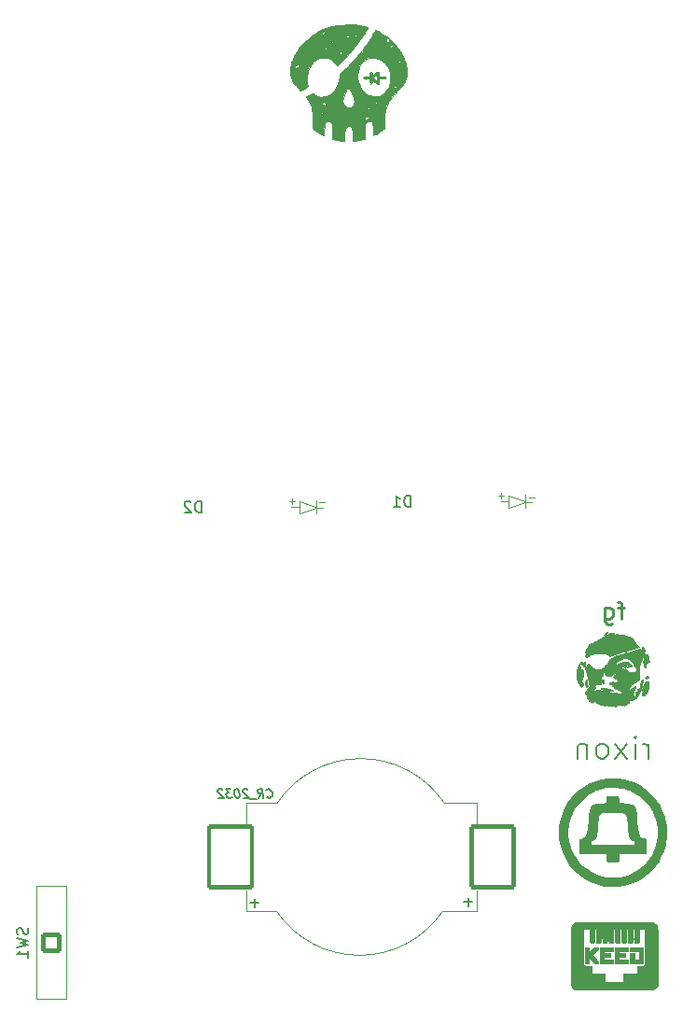
<source format=gbr>
%TF.GenerationSoftware,KiCad,Pcbnew,8.0.1*%
%TF.CreationDate,2024-04-08T18:38:36-05:00*%
%TF.ProjectId,BSidesKC24-L2S,42536964-6573-44b4-9332-342d4c32532e,rev?*%
%TF.SameCoordinates,Original*%
%TF.FileFunction,Legend,Bot*%
%TF.FilePolarity,Positive*%
%FSLAX46Y46*%
G04 Gerber Fmt 4.6, Leading zero omitted, Abs format (unit mm)*
G04 Created by KiCad (PCBNEW 8.0.1) date 2024-04-08 18:38:36*
%MOMM*%
%LPD*%
G01*
G04 APERTURE LIST*
G04 Aperture macros list*
%AMRoundRect*
0 Rectangle with rounded corners*
0 $1 Rounding radius*
0 $2 $3 $4 $5 $6 $7 $8 $9 X,Y pos of 4 corners*
0 Add a 4 corners polygon primitive as box body*
4,1,4,$2,$3,$4,$5,$6,$7,$8,$9,$2,$3,0*
0 Add four circle primitives for the rounded corners*
1,1,$1+$1,$2,$3*
1,1,$1+$1,$4,$5*
1,1,$1+$1,$6,$7*
1,1,$1+$1,$8,$9*
0 Add four rect primitives between the rounded corners*
20,1,$1+$1,$2,$3,$4,$5,0*
20,1,$1+$1,$4,$5,$6,$7,0*
20,1,$1+$1,$6,$7,$8,$9,0*
20,1,$1+$1,$8,$9,$2,$3,0*%
G04 Aperture macros list end*
%ADD10C,0.250000*%
%ADD11C,0.150000*%
%ADD12C,0.010000*%
%ADD13C,0.000000*%
%ADD14C,0.120000*%
%ADD15C,0.100000*%
%ADD16R,1.930400X2.438400*%
%ADD17R,1.955800X2.463800*%
%ADD18RoundRect,0.200000X-0.750000X0.750000X-0.750000X-0.750000X0.750000X-0.750000X0.750000X0.750000X0*%
%ADD19C,2.000000*%
%ADD20RoundRect,0.200000X1.928900X2.736200X-1.928900X2.736200X-1.928900X-2.736200X1.928900X-2.736200X0*%
%ADD21RoundRect,0.200000X1.954300X2.761600X-1.954300X2.761600X-1.954300X-2.761600X1.954300X-2.761600X0*%
%ADD22C,16.859512*%
G04 APERTURE END LIST*
D10*
X114989999Y-114592766D02*
X114403332Y-114592766D01*
X114769999Y-115619433D02*
X114769999Y-114299433D01*
X114769999Y-114299433D02*
X114696666Y-114152766D01*
X114696666Y-114152766D02*
X114549999Y-114079433D01*
X114549999Y-114079433D02*
X114403332Y-114079433D01*
X113229999Y-114592766D02*
X113229999Y-115839433D01*
X113229999Y-115839433D02*
X113303332Y-115986100D01*
X113303332Y-115986100D02*
X113376666Y-116059433D01*
X113376666Y-116059433D02*
X113523332Y-116132766D01*
X113523332Y-116132766D02*
X113743332Y-116132766D01*
X113743332Y-116132766D02*
X113889999Y-116059433D01*
X113229999Y-115546100D02*
X113376666Y-115619433D01*
X113376666Y-115619433D02*
X113669999Y-115619433D01*
X113669999Y-115619433D02*
X113816666Y-115546100D01*
X113816666Y-115546100D02*
X113889999Y-115472766D01*
X113889999Y-115472766D02*
X113963332Y-115326100D01*
X113963332Y-115326100D02*
X113963332Y-114886100D01*
X113963332Y-114886100D02*
X113889999Y-114739433D01*
X113889999Y-114739433D02*
X113816666Y-114666100D01*
X113816666Y-114666100D02*
X113669999Y-114592766D01*
X113669999Y-114592766D02*
X113376666Y-114592766D01*
X113376666Y-114592766D02*
X113229999Y-114666100D01*
D11*
X117238095Y-128297438D02*
X117238095Y-126964104D01*
X117238095Y-127345057D02*
X117142857Y-127154580D01*
X117142857Y-127154580D02*
X117047619Y-127059342D01*
X117047619Y-127059342D02*
X116857143Y-126964104D01*
X116857143Y-126964104D02*
X116666666Y-126964104D01*
X116000000Y-128297438D02*
X116000000Y-126964104D01*
X116000000Y-126297438D02*
X116095238Y-126392676D01*
X116095238Y-126392676D02*
X116000000Y-126487914D01*
X116000000Y-126487914D02*
X115904762Y-126392676D01*
X115904762Y-126392676D02*
X116000000Y-126297438D01*
X116000000Y-126297438D02*
X116000000Y-126487914D01*
X115238095Y-128297438D02*
X114190476Y-126964104D01*
X115238095Y-126964104D02*
X114190476Y-128297438D01*
X113142857Y-128297438D02*
X113333333Y-128202200D01*
X113333333Y-128202200D02*
X113428571Y-128106961D01*
X113428571Y-128106961D02*
X113523809Y-127916485D01*
X113523809Y-127916485D02*
X113523809Y-127345057D01*
X113523809Y-127345057D02*
X113428571Y-127154580D01*
X113428571Y-127154580D02*
X113333333Y-127059342D01*
X113333333Y-127059342D02*
X113142857Y-126964104D01*
X113142857Y-126964104D02*
X112857142Y-126964104D01*
X112857142Y-126964104D02*
X112666666Y-127059342D01*
X112666666Y-127059342D02*
X112571428Y-127154580D01*
X112571428Y-127154580D02*
X112476190Y-127345057D01*
X112476190Y-127345057D02*
X112476190Y-127916485D01*
X112476190Y-127916485D02*
X112571428Y-128106961D01*
X112571428Y-128106961D02*
X112666666Y-128202200D01*
X112666666Y-128202200D02*
X112857142Y-128297438D01*
X112857142Y-128297438D02*
X113142857Y-128297438D01*
X111619047Y-126964104D02*
X111619047Y-128297438D01*
X111619047Y-127154580D02*
X111523809Y-127059342D01*
X111523809Y-127059342D02*
X111333333Y-126964104D01*
X111333333Y-126964104D02*
X111047618Y-126964104D01*
X111047618Y-126964104D02*
X110857142Y-127059342D01*
X110857142Y-127059342D02*
X110761904Y-127249819D01*
X110761904Y-127249819D02*
X110761904Y-128297438D01*
X95612094Y-105454819D02*
X95612094Y-104454819D01*
X95612094Y-104454819D02*
X95373999Y-104454819D01*
X95373999Y-104454819D02*
X95231142Y-104502438D01*
X95231142Y-104502438D02*
X95135904Y-104597676D01*
X95135904Y-104597676D02*
X95088285Y-104692914D01*
X95088285Y-104692914D02*
X95040666Y-104883390D01*
X95040666Y-104883390D02*
X95040666Y-105026247D01*
X95040666Y-105026247D02*
X95088285Y-105216723D01*
X95088285Y-105216723D02*
X95135904Y-105311961D01*
X95135904Y-105311961D02*
X95231142Y-105407200D01*
X95231142Y-105407200D02*
X95373999Y-105454819D01*
X95373999Y-105454819D02*
X95612094Y-105454819D01*
X94088285Y-105454819D02*
X94659713Y-105454819D01*
X94373999Y-105454819D02*
X94373999Y-104454819D01*
X94373999Y-104454819D02*
X94469237Y-104597676D01*
X94469237Y-104597676D02*
X94564475Y-104692914D01*
X94564475Y-104692914D02*
X94659713Y-104740533D01*
X60867200Y-143666667D02*
X60914819Y-143809524D01*
X60914819Y-143809524D02*
X60914819Y-144047619D01*
X60914819Y-144047619D02*
X60867200Y-144142857D01*
X60867200Y-144142857D02*
X60819580Y-144190476D01*
X60819580Y-144190476D02*
X60724342Y-144238095D01*
X60724342Y-144238095D02*
X60629104Y-144238095D01*
X60629104Y-144238095D02*
X60533866Y-144190476D01*
X60533866Y-144190476D02*
X60486247Y-144142857D01*
X60486247Y-144142857D02*
X60438628Y-144047619D01*
X60438628Y-144047619D02*
X60391009Y-143857143D01*
X60391009Y-143857143D02*
X60343390Y-143761905D01*
X60343390Y-143761905D02*
X60295771Y-143714286D01*
X60295771Y-143714286D02*
X60200533Y-143666667D01*
X60200533Y-143666667D02*
X60105295Y-143666667D01*
X60105295Y-143666667D02*
X60010057Y-143714286D01*
X60010057Y-143714286D02*
X59962438Y-143761905D01*
X59962438Y-143761905D02*
X59914819Y-143857143D01*
X59914819Y-143857143D02*
X59914819Y-144095238D01*
X59914819Y-144095238D02*
X59962438Y-144238095D01*
X59914819Y-144571429D02*
X60914819Y-144809524D01*
X60914819Y-144809524D02*
X60200533Y-145000000D01*
X60200533Y-145000000D02*
X60914819Y-145190476D01*
X60914819Y-145190476D02*
X59914819Y-145428572D01*
X60914819Y-146333333D02*
X60914819Y-145761905D01*
X60914819Y-146047619D02*
X59914819Y-146047619D01*
X59914819Y-146047619D02*
X60057676Y-145952381D01*
X60057676Y-145952381D02*
X60152914Y-145857143D01*
X60152914Y-145857143D02*
X60200533Y-145761905D01*
X76612094Y-105954819D02*
X76612094Y-104954819D01*
X76612094Y-104954819D02*
X76373999Y-104954819D01*
X76373999Y-104954819D02*
X76231142Y-105002438D01*
X76231142Y-105002438D02*
X76135904Y-105097676D01*
X76135904Y-105097676D02*
X76088285Y-105192914D01*
X76088285Y-105192914D02*
X76040666Y-105383390D01*
X76040666Y-105383390D02*
X76040666Y-105526247D01*
X76040666Y-105526247D02*
X76088285Y-105716723D01*
X76088285Y-105716723D02*
X76135904Y-105811961D01*
X76135904Y-105811961D02*
X76231142Y-105907200D01*
X76231142Y-105907200D02*
X76373999Y-105954819D01*
X76373999Y-105954819D02*
X76612094Y-105954819D01*
X75659713Y-105050057D02*
X75612094Y-105002438D01*
X75612094Y-105002438D02*
X75516856Y-104954819D01*
X75516856Y-104954819D02*
X75278761Y-104954819D01*
X75278761Y-104954819D02*
X75183523Y-105002438D01*
X75183523Y-105002438D02*
X75135904Y-105050057D01*
X75135904Y-105050057D02*
X75088285Y-105145295D01*
X75088285Y-105145295D02*
X75088285Y-105240533D01*
X75088285Y-105240533D02*
X75135904Y-105383390D01*
X75135904Y-105383390D02*
X75707332Y-105954819D01*
X75707332Y-105954819D02*
X75088285Y-105954819D01*
X81841656Y-141404743D02*
X81079752Y-141404743D01*
X81460704Y-141785696D02*
X81460704Y-141023791D01*
X82606896Y-131796981D02*
X82649753Y-131835077D01*
X82649753Y-131835077D02*
X82768800Y-131873172D01*
X82768800Y-131873172D02*
X82844991Y-131873172D01*
X82844991Y-131873172D02*
X82954515Y-131835077D01*
X82954515Y-131835077D02*
X83021181Y-131758886D01*
X83021181Y-131758886D02*
X83049753Y-131682696D01*
X83049753Y-131682696D02*
X83068800Y-131530315D01*
X83068800Y-131530315D02*
X83054515Y-131416029D01*
X83054515Y-131416029D02*
X82997372Y-131263648D01*
X82997372Y-131263648D02*
X82949753Y-131187457D01*
X82949753Y-131187457D02*
X82864038Y-131111267D01*
X82864038Y-131111267D02*
X82744991Y-131073172D01*
X82744991Y-131073172D02*
X82668800Y-131073172D01*
X82668800Y-131073172D02*
X82559277Y-131111267D01*
X82559277Y-131111267D02*
X82525943Y-131149362D01*
X81816419Y-131873172D02*
X82035467Y-131492219D01*
X82273562Y-131873172D02*
X82173562Y-131073172D01*
X82173562Y-131073172D02*
X81868800Y-131073172D01*
X81868800Y-131073172D02*
X81797372Y-131111267D01*
X81797372Y-131111267D02*
X81764038Y-131149362D01*
X81764038Y-131149362D02*
X81735467Y-131225553D01*
X81735467Y-131225553D02*
X81749753Y-131339838D01*
X81749753Y-131339838D02*
X81797372Y-131416029D01*
X81797372Y-131416029D02*
X81840229Y-131454124D01*
X81840229Y-131454124D02*
X81921181Y-131492219D01*
X81921181Y-131492219D02*
X82225943Y-131492219D01*
X81673562Y-131949362D02*
X81064038Y-131949362D01*
X80811657Y-131149362D02*
X80768800Y-131111267D01*
X80768800Y-131111267D02*
X80687848Y-131073172D01*
X80687848Y-131073172D02*
X80497372Y-131073172D01*
X80497372Y-131073172D02*
X80425943Y-131111267D01*
X80425943Y-131111267D02*
X80392610Y-131149362D01*
X80392610Y-131149362D02*
X80364038Y-131225553D01*
X80364038Y-131225553D02*
X80373562Y-131301743D01*
X80373562Y-131301743D02*
X80425943Y-131416029D01*
X80425943Y-131416029D02*
X80940229Y-131873172D01*
X80940229Y-131873172D02*
X80444991Y-131873172D01*
X79849752Y-131073172D02*
X79773562Y-131073172D01*
X79773562Y-131073172D02*
X79702133Y-131111267D01*
X79702133Y-131111267D02*
X79668800Y-131149362D01*
X79668800Y-131149362D02*
X79640228Y-131225553D01*
X79640228Y-131225553D02*
X79621181Y-131377934D01*
X79621181Y-131377934D02*
X79644990Y-131568410D01*
X79644990Y-131568410D02*
X79702133Y-131720791D01*
X79702133Y-131720791D02*
X79749752Y-131796981D01*
X79749752Y-131796981D02*
X79792609Y-131835077D01*
X79792609Y-131835077D02*
X79873562Y-131873172D01*
X79873562Y-131873172D02*
X79949752Y-131873172D01*
X79949752Y-131873172D02*
X80021181Y-131835077D01*
X80021181Y-131835077D02*
X80054514Y-131796981D01*
X80054514Y-131796981D02*
X80083086Y-131720791D01*
X80083086Y-131720791D02*
X80102133Y-131568410D01*
X80102133Y-131568410D02*
X80078324Y-131377934D01*
X80078324Y-131377934D02*
X80021181Y-131225553D01*
X80021181Y-131225553D02*
X79973562Y-131149362D01*
X79973562Y-131149362D02*
X79930705Y-131111267D01*
X79930705Y-131111267D02*
X79849752Y-131073172D01*
X79316419Y-131073172D02*
X78821181Y-131073172D01*
X78821181Y-131073172D02*
X79125943Y-131377934D01*
X79125943Y-131377934D02*
X79011657Y-131377934D01*
X79011657Y-131377934D02*
X78940228Y-131416029D01*
X78940228Y-131416029D02*
X78906895Y-131454124D01*
X78906895Y-131454124D02*
X78878323Y-131530315D01*
X78878323Y-131530315D02*
X78902133Y-131720791D01*
X78902133Y-131720791D02*
X78949752Y-131796981D01*
X78949752Y-131796981D02*
X78992609Y-131835077D01*
X78992609Y-131835077D02*
X79073562Y-131873172D01*
X79073562Y-131873172D02*
X79302133Y-131873172D01*
X79302133Y-131873172D02*
X79373562Y-131835077D01*
X79373562Y-131835077D02*
X79406895Y-131796981D01*
X78525942Y-131149362D02*
X78483085Y-131111267D01*
X78483085Y-131111267D02*
X78402133Y-131073172D01*
X78402133Y-131073172D02*
X78211657Y-131073172D01*
X78211657Y-131073172D02*
X78140228Y-131111267D01*
X78140228Y-131111267D02*
X78106895Y-131149362D01*
X78106895Y-131149362D02*
X78078323Y-131225553D01*
X78078323Y-131225553D02*
X78087847Y-131301743D01*
X78087847Y-131301743D02*
X78140228Y-131416029D01*
X78140228Y-131416029D02*
X78654514Y-131873172D01*
X78654514Y-131873172D02*
X78159276Y-131873172D01*
X101211656Y-141304743D02*
X100449752Y-141304743D01*
X100830704Y-141685696D02*
X100830704Y-140923791D01*
D12*
%TO.C,G\u002A\u002A\u002A*%
X93315981Y-66554985D02*
X93317909Y-66606776D01*
X93299743Y-66637400D01*
X93246975Y-66651555D01*
X93145101Y-66653937D01*
X92979615Y-66649244D01*
X92735384Y-66641191D01*
X92735384Y-66853160D01*
X92733317Y-66937765D01*
X92723860Y-67040395D01*
X92709333Y-67091180D01*
X92693106Y-67104771D01*
X92658922Y-67112274D01*
X92606274Y-67092025D01*
X92520735Y-67037303D01*
X92387881Y-66941385D01*
X92365460Y-66924942D01*
X92252353Y-66844023D01*
X92168117Y-66787069D01*
X92129582Y-66765539D01*
X92127910Y-66766016D01*
X92115315Y-66807188D01*
X92110154Y-66894492D01*
X92110141Y-66897550D01*
X92096292Y-67000428D01*
X92064191Y-67069409D01*
X92014750Y-67096846D01*
X91963100Y-67067865D01*
X91927826Y-66977492D01*
X91914769Y-66834897D01*
X91914769Y-66640286D01*
X91655507Y-66654066D01*
X91583707Y-66657218D01*
X91463440Y-66655472D01*
X91393497Y-66638391D01*
X91354927Y-66602737D01*
X91334698Y-66551981D01*
X91336602Y-66547057D01*
X92179519Y-66547057D01*
X92291375Y-66638691D01*
X92400484Y-66725780D01*
X92479337Y-66773949D01*
X92520956Y-66763491D01*
X92537218Y-66690153D01*
X92540000Y-66549684D01*
X92539415Y-66434622D01*
X92529778Y-66348450D01*
X92497549Y-66326029D01*
X92429129Y-66361342D01*
X92310913Y-66448375D01*
X92179519Y-66547057D01*
X91336602Y-66547057D01*
X91363497Y-66477516D01*
X91372623Y-66467665D01*
X91425058Y-66439686D01*
X91514964Y-66431478D01*
X91661964Y-66440617D01*
X91910544Y-66463830D01*
X91922426Y-66233684D01*
X91928083Y-66145724D01*
X91941994Y-66054859D01*
X91967798Y-66013400D01*
X92012461Y-66003539D01*
X92057084Y-66013427D01*
X92090326Y-66063045D01*
X92110154Y-66171788D01*
X92129692Y-66340038D01*
X92374228Y-66157955D01*
X92400288Y-66138696D01*
X92543448Y-66042247D01*
X92640091Y-66002306D01*
X92698663Y-66020813D01*
X92727612Y-66099710D01*
X92735384Y-66240936D01*
X92735384Y-66461247D01*
X93302000Y-66433385D01*
X93314365Y-66540846D01*
X93315376Y-66549684D01*
X93315981Y-66554985D01*
G36*
X93315981Y-66554985D02*
G01*
X93317909Y-66606776D01*
X93299743Y-66637400D01*
X93246975Y-66651555D01*
X93145101Y-66653937D01*
X92979615Y-66649244D01*
X92735384Y-66641191D01*
X92735384Y-66853160D01*
X92733317Y-66937765D01*
X92723860Y-67040395D01*
X92709333Y-67091180D01*
X92693106Y-67104771D01*
X92658922Y-67112274D01*
X92606274Y-67092025D01*
X92520735Y-67037303D01*
X92387881Y-66941385D01*
X92365460Y-66924942D01*
X92252353Y-66844023D01*
X92168117Y-66787069D01*
X92129582Y-66765539D01*
X92127910Y-66766016D01*
X92115315Y-66807188D01*
X92110154Y-66894492D01*
X92110141Y-66897550D01*
X92096292Y-67000428D01*
X92064191Y-67069409D01*
X92014750Y-67096846D01*
X91963100Y-67067865D01*
X91927826Y-66977492D01*
X91914769Y-66834897D01*
X91914769Y-66640286D01*
X91655507Y-66654066D01*
X91583707Y-66657218D01*
X91463440Y-66655472D01*
X91393497Y-66638391D01*
X91354927Y-66602737D01*
X91334698Y-66551981D01*
X91336602Y-66547057D01*
X92179519Y-66547057D01*
X92291375Y-66638691D01*
X92400484Y-66725780D01*
X92479337Y-66773949D01*
X92520956Y-66763491D01*
X92537218Y-66690153D01*
X92540000Y-66549684D01*
X92539415Y-66434622D01*
X92529778Y-66348450D01*
X92497549Y-66326029D01*
X92429129Y-66361342D01*
X92310913Y-66448375D01*
X92179519Y-66547057D01*
X91336602Y-66547057D01*
X91363497Y-66477516D01*
X91372623Y-66467665D01*
X91425058Y-66439686D01*
X91514964Y-66431478D01*
X91661964Y-66440617D01*
X91910544Y-66463830D01*
X91922426Y-66233684D01*
X91928083Y-66145724D01*
X91941994Y-66054859D01*
X91967798Y-66013400D01*
X92012461Y-66003539D01*
X92057084Y-66013427D01*
X92090326Y-66063045D01*
X92110154Y-66171788D01*
X92129692Y-66340038D01*
X92374228Y-66157955D01*
X92400288Y-66138696D01*
X92543448Y-66042247D01*
X92640091Y-66002306D01*
X92698663Y-66020813D01*
X92727612Y-66099710D01*
X92735384Y-66240936D01*
X92735384Y-66461247D01*
X93302000Y-66433385D01*
X93314365Y-66540846D01*
X93315376Y-66549684D01*
X93315981Y-66554985D01*
G37*
X91369694Y-62609713D02*
X91298193Y-62712524D01*
X91220048Y-62824890D01*
X91206240Y-62844745D01*
X91114127Y-62972896D01*
X91070429Y-63033692D01*
X91023997Y-63098291D01*
X90967870Y-63174142D01*
X90855708Y-63325720D01*
X90828802Y-63362082D01*
X90797497Y-63403205D01*
X90665135Y-63577085D01*
X90626493Y-63627848D01*
X90510128Y-63776154D01*
X90479306Y-63815437D01*
X90422905Y-63887320D01*
X90386220Y-63932462D01*
X90275074Y-64069231D01*
X90223877Y-64132231D01*
X90191574Y-64170522D01*
X90158403Y-64209843D01*
X90127909Y-64244736D01*
X90020073Y-64368133D01*
X89862778Y-64542646D01*
X89695406Y-64724077D01*
X89526849Y-64903124D01*
X89365993Y-65070480D01*
X89221730Y-65216843D01*
X89102948Y-65332907D01*
X89018536Y-65409368D01*
X88977383Y-65436923D01*
X88969411Y-65434246D01*
X88914649Y-65392223D01*
X88827258Y-65309790D01*
X88722070Y-65200670D01*
X88710415Y-65188201D01*
X88578077Y-65058775D01*
X88439761Y-64940912D01*
X88323594Y-64858747D01*
X88248683Y-64817317D01*
X88164379Y-64783055D01*
X88068452Y-64763664D01*
X87938739Y-64755040D01*
X87753077Y-64753077D01*
X87581043Y-64754597D01*
X87446975Y-64762515D01*
X87346041Y-64781400D01*
X87254765Y-64815810D01*
X87149675Y-64870308D01*
X87053294Y-64929780D01*
X86893504Y-65047289D01*
X86797907Y-65131360D01*
X86755472Y-65168679D01*
X86720863Y-65207789D01*
X86608119Y-65335197D01*
X86411168Y-65642052D01*
X86293574Y-65925385D01*
X86270607Y-65980724D01*
X86190618Y-66336357D01*
X86175380Y-66694093D01*
X86198666Y-66843692D01*
X86229077Y-67039077D01*
X86246176Y-67103236D01*
X86276215Y-67238091D01*
X86274580Y-67330039D01*
X86231792Y-67398702D01*
X86138374Y-67463699D01*
X85984846Y-67544651D01*
X85789029Y-67638658D01*
X85651404Y-67689921D01*
X85571229Y-67698032D01*
X85545231Y-67663880D01*
X85530208Y-67635376D01*
X85470822Y-67558650D01*
X85376784Y-67449684D01*
X85259361Y-67321956D01*
X85176328Y-67232810D01*
X85052857Y-67095545D01*
X84951480Y-66977297D01*
X84888363Y-66896602D01*
X84858489Y-66843692D01*
X85037231Y-66843692D01*
X85038366Y-66853033D01*
X85076308Y-66882769D01*
X85085648Y-66881634D01*
X85115384Y-66843692D01*
X85114249Y-66834352D01*
X85076308Y-66804616D01*
X85066967Y-66805751D01*
X85037231Y-66843692D01*
X84858489Y-66843692D01*
X84821315Y-66777852D01*
X84740473Y-66533632D01*
X84698132Y-66238918D01*
X84696729Y-65925385D01*
X84841846Y-65925385D01*
X84861384Y-65944923D01*
X84880923Y-65925385D01*
X84861384Y-65905846D01*
X84841846Y-65925385D01*
X84696729Y-65925385D01*
X84696642Y-65905846D01*
X84702182Y-65825005D01*
X84715475Y-65696164D01*
X84965989Y-65696164D01*
X84998154Y-65710462D01*
X85018841Y-65707642D01*
X85024205Y-65684410D01*
X85018478Y-65679734D01*
X84972102Y-65684410D01*
X84965989Y-65696164D01*
X84715475Y-65696164D01*
X84722425Y-65628802D01*
X85115384Y-65628802D01*
X85121285Y-65675783D01*
X85130287Y-65684410D01*
X85161062Y-65713907D01*
X85232915Y-65690666D01*
X85330473Y-65609066D01*
X85447368Y-65472112D01*
X85455326Y-65461602D01*
X85545656Y-65333199D01*
X85593523Y-65246812D01*
X85598123Y-65207789D01*
X85558651Y-65221480D01*
X85474300Y-65293234D01*
X85454888Y-65311319D01*
X85378009Y-65373411D01*
X85328169Y-65399146D01*
X85293735Y-65408060D01*
X85213487Y-65465061D01*
X85144619Y-65548806D01*
X85115384Y-65628802D01*
X84722425Y-65628802D01*
X84722705Y-65626089D01*
X84751170Y-65429463D01*
X84784556Y-65250234D01*
X84805444Y-65163385D01*
X85349846Y-65163385D01*
X85351074Y-65187358D01*
X85369199Y-65197506D01*
X85428000Y-65163385D01*
X85435485Y-65158489D01*
X85463482Y-65131360D01*
X85418231Y-65124906D01*
X85382066Y-65130541D01*
X85349846Y-65163385D01*
X84805444Y-65163385D01*
X84819845Y-65103509D01*
X84854017Y-65004395D01*
X84884055Y-64968000D01*
X84907054Y-64946462D01*
X84920000Y-64875558D01*
X84920696Y-64864962D01*
X84943943Y-64776219D01*
X84993513Y-64647404D01*
X85060371Y-64502531D01*
X85106353Y-64413275D01*
X85169697Y-64306539D01*
X85215178Y-64259144D01*
X85249581Y-64262481D01*
X85301359Y-64286000D01*
X85306345Y-64280555D01*
X87619222Y-64280555D01*
X87647399Y-64278477D01*
X87669876Y-64265729D01*
X89128102Y-64265729D01*
X89129789Y-64306109D01*
X89192528Y-64354524D01*
X89250263Y-64388746D01*
X89292177Y-64386905D01*
X89326559Y-64327670D01*
X89331918Y-64315479D01*
X89343927Y-64244736D01*
X89296690Y-64195577D01*
X89291787Y-64192577D01*
X89226027Y-64175390D01*
X89162658Y-64222431D01*
X89128102Y-64265729D01*
X87669876Y-64265729D01*
X87711209Y-64242286D01*
X87755742Y-64202850D01*
X87769701Y-64170522D01*
X87741523Y-64172600D01*
X87677714Y-64208791D01*
X87633181Y-64248228D01*
X87619222Y-64280555D01*
X85306345Y-64280555D01*
X85332522Y-64251971D01*
X85325840Y-64163035D01*
X85325088Y-64159728D01*
X85341849Y-64064083D01*
X85350520Y-64048907D01*
X85788041Y-64048907D01*
X85792718Y-64095282D01*
X85804471Y-64101396D01*
X85818769Y-64069231D01*
X85815949Y-64048544D01*
X85792718Y-64043180D01*
X85788041Y-64048907D01*
X85350520Y-64048907D01*
X85421404Y-63924851D01*
X85461963Y-63872763D01*
X87817506Y-63872763D01*
X87847260Y-63928233D01*
X87896111Y-63975771D01*
X87949346Y-63980192D01*
X87975785Y-63932462D01*
X90078154Y-63932462D01*
X90097692Y-63952000D01*
X90117231Y-63932462D01*
X90097692Y-63912923D01*
X90078154Y-63932462D01*
X87975785Y-63932462D01*
X87988787Y-63908990D01*
X87991033Y-63901545D01*
X87993243Y-63815437D01*
X87947910Y-63781184D01*
X87869682Y-63810856D01*
X87850189Y-63825795D01*
X87817506Y-63872763D01*
X85461963Y-63872763D01*
X85537190Y-63776154D01*
X85584308Y-63776154D01*
X85603846Y-63795692D01*
X85623384Y-63776154D01*
X85603846Y-63756616D01*
X85584308Y-63776154D01*
X85537190Y-63776154D01*
X85562703Y-63743389D01*
X85670181Y-63625087D01*
X87310604Y-63625087D01*
X87342769Y-63639385D01*
X87363456Y-63636565D01*
X87366769Y-63622217D01*
X88170879Y-63622217D01*
X88179186Y-63635454D01*
X88241538Y-63600308D01*
X88269023Y-63577085D01*
X88253614Y-63561829D01*
X88239992Y-63563155D01*
X88182923Y-63600308D01*
X88175762Y-63613333D01*
X88170879Y-63622217D01*
X87366769Y-63622217D01*
X87368820Y-63613333D01*
X87363093Y-63608657D01*
X87316718Y-63613333D01*
X87310604Y-63625087D01*
X85670181Y-63625087D01*
X85764694Y-63521055D01*
X85867326Y-63418336D01*
X89625756Y-63418336D01*
X89642203Y-63459765D01*
X89659368Y-63465927D01*
X89708136Y-63442038D01*
X89720891Y-63403205D01*
X89696787Y-63370966D01*
X89644251Y-63393349D01*
X89625756Y-63418336D01*
X85867326Y-63418336D01*
X85915657Y-63369964D01*
X88366184Y-63369964D01*
X88392653Y-63408821D01*
X88457644Y-63413928D01*
X88534152Y-63380891D01*
X88541813Y-63375178D01*
X88584071Y-63325720D01*
X88560747Y-63278655D01*
X88496470Y-63257416D01*
X88420509Y-63286421D01*
X88369213Y-63354054D01*
X88366184Y-63369964D01*
X85915657Y-63369964D01*
X86026324Y-63259204D01*
X86065078Y-63223373D01*
X90175968Y-63223373D01*
X90193763Y-63267152D01*
X90219602Y-63270983D01*
X90259103Y-63229869D01*
X90271643Y-63174142D01*
X90250742Y-63146938D01*
X90199055Y-63185577D01*
X90175968Y-63223373D01*
X86065078Y-63223373D01*
X86193573Y-63104568D01*
X86282779Y-63033692D01*
X90273538Y-63033692D01*
X90293077Y-63053231D01*
X90312615Y-63033692D01*
X90293077Y-63014154D01*
X90273538Y-63033692D01*
X86282779Y-63033692D01*
X86381145Y-62955539D01*
X87069231Y-62955539D01*
X87070365Y-62971111D01*
X87102623Y-63012937D01*
X87159348Y-62989165D01*
X87169249Y-62972896D01*
X87157029Y-62922779D01*
X87106001Y-62896923D01*
X87089108Y-62903518D01*
X87069231Y-62955539D01*
X86381145Y-62955539D01*
X86503625Y-62858227D01*
X89777732Y-62858227D01*
X89810350Y-62901294D01*
X89870178Y-62927780D01*
X89959155Y-62927495D01*
X90014131Y-62877385D01*
X90026020Y-62824890D01*
X90004367Y-62746566D01*
X89999356Y-62743269D01*
X90566250Y-62743269D01*
X90583429Y-62782815D01*
X90640659Y-62792289D01*
X90710686Y-62764270D01*
X90716072Y-62760259D01*
X90752151Y-62712524D01*
X90723962Y-62650953D01*
X90718929Y-62644253D01*
X90676179Y-62610822D01*
X90632140Y-62635998D01*
X90572924Y-62726752D01*
X90566250Y-62743269D01*
X89999356Y-62743269D01*
X89944001Y-62706847D01*
X89868628Y-62716092D01*
X89801956Y-62784662D01*
X89800535Y-62787333D01*
X89777732Y-62858227D01*
X86503625Y-62858227D01*
X86654634Y-62738248D01*
X87000322Y-62517956D01*
X87584950Y-62517956D01*
X87611068Y-62588660D01*
X87667714Y-62601707D01*
X87750647Y-62542269D01*
X87771544Y-62518559D01*
X87790310Y-62467077D01*
X90937846Y-62467077D01*
X90938294Y-62475920D01*
X90955078Y-62506154D01*
X90961347Y-62504356D01*
X90996461Y-62467077D01*
X91002567Y-62451940D01*
X90979229Y-62428000D01*
X90967887Y-62429502D01*
X90951897Y-62449502D01*
X90937846Y-62467077D01*
X87790310Y-62467077D01*
X87796717Y-62449502D01*
X87757121Y-62410269D01*
X87662429Y-62414835D01*
X87602122Y-62445851D01*
X87584950Y-62517956D01*
X87000322Y-62517956D01*
X87149915Y-62422627D01*
X87664416Y-62166609D01*
X88183138Y-61979096D01*
X88435592Y-61907380D01*
X88655870Y-61850845D01*
X88853845Y-61809506D01*
X89049607Y-61780395D01*
X89263247Y-61760547D01*
X89514858Y-61746996D01*
X89824530Y-61736775D01*
X89860834Y-61735778D01*
X90126879Y-61729309D01*
X90334834Y-61727071D01*
X90502583Y-61730184D01*
X90648009Y-61739771D01*
X90788996Y-61756951D01*
X90943426Y-61782848D01*
X91129182Y-61818581D01*
X91249240Y-61842421D01*
X91439831Y-61881401D01*
X91570509Y-61911238D01*
X91652539Y-61935655D01*
X91697185Y-61958372D01*
X91715712Y-61983113D01*
X91719385Y-62013599D01*
X91718889Y-62020094D01*
X91688957Y-62098384D01*
X91616890Y-62228263D01*
X91508523Y-62401463D01*
X91474872Y-62451940D01*
X91369694Y-62609713D01*
G36*
X91369694Y-62609713D02*
G01*
X91298193Y-62712524D01*
X91220048Y-62824890D01*
X91206240Y-62844745D01*
X91114127Y-62972896D01*
X91070429Y-63033692D01*
X91023997Y-63098291D01*
X90967870Y-63174142D01*
X90855708Y-63325720D01*
X90828802Y-63362082D01*
X90797497Y-63403205D01*
X90665135Y-63577085D01*
X90626493Y-63627848D01*
X90510128Y-63776154D01*
X90479306Y-63815437D01*
X90422905Y-63887320D01*
X90386220Y-63932462D01*
X90275074Y-64069231D01*
X90223877Y-64132231D01*
X90191574Y-64170522D01*
X90158403Y-64209843D01*
X90127909Y-64244736D01*
X90020073Y-64368133D01*
X89862778Y-64542646D01*
X89695406Y-64724077D01*
X89526849Y-64903124D01*
X89365993Y-65070480D01*
X89221730Y-65216843D01*
X89102948Y-65332907D01*
X89018536Y-65409368D01*
X88977383Y-65436923D01*
X88969411Y-65434246D01*
X88914649Y-65392223D01*
X88827258Y-65309790D01*
X88722070Y-65200670D01*
X88710415Y-65188201D01*
X88578077Y-65058775D01*
X88439761Y-64940912D01*
X88323594Y-64858747D01*
X88248683Y-64817317D01*
X88164379Y-64783055D01*
X88068452Y-64763664D01*
X87938739Y-64755040D01*
X87753077Y-64753077D01*
X87581043Y-64754597D01*
X87446975Y-64762515D01*
X87346041Y-64781400D01*
X87254765Y-64815810D01*
X87149675Y-64870308D01*
X87053294Y-64929780D01*
X86893504Y-65047289D01*
X86797907Y-65131360D01*
X86755472Y-65168679D01*
X86720863Y-65207789D01*
X86608119Y-65335197D01*
X86411168Y-65642052D01*
X86293574Y-65925385D01*
X86270607Y-65980724D01*
X86190618Y-66336357D01*
X86175380Y-66694093D01*
X86198666Y-66843692D01*
X86229077Y-67039077D01*
X86246176Y-67103236D01*
X86276215Y-67238091D01*
X86274580Y-67330039D01*
X86231792Y-67398702D01*
X86138374Y-67463699D01*
X85984846Y-67544651D01*
X85789029Y-67638658D01*
X85651404Y-67689921D01*
X85571229Y-67698032D01*
X85545231Y-67663880D01*
X85530208Y-67635376D01*
X85470822Y-67558650D01*
X85376784Y-67449684D01*
X85259361Y-67321956D01*
X85176328Y-67232810D01*
X85052857Y-67095545D01*
X84951480Y-66977297D01*
X84888363Y-66896602D01*
X84858489Y-66843692D01*
X85037231Y-66843692D01*
X85038366Y-66853033D01*
X85076308Y-66882769D01*
X85085648Y-66881634D01*
X85115384Y-66843692D01*
X85114249Y-66834352D01*
X85076308Y-66804616D01*
X85066967Y-66805751D01*
X85037231Y-66843692D01*
X84858489Y-66843692D01*
X84821315Y-66777852D01*
X84740473Y-66533632D01*
X84698132Y-66238918D01*
X84696729Y-65925385D01*
X84841846Y-65925385D01*
X84861384Y-65944923D01*
X84880923Y-65925385D01*
X84861384Y-65905846D01*
X84841846Y-65925385D01*
X84696729Y-65925385D01*
X84696642Y-65905846D01*
X84702182Y-65825005D01*
X84715475Y-65696164D01*
X84965989Y-65696164D01*
X84998154Y-65710462D01*
X85018841Y-65707642D01*
X85024205Y-65684410D01*
X85018478Y-65679734D01*
X84972102Y-65684410D01*
X84965989Y-65696164D01*
X84715475Y-65696164D01*
X84722425Y-65628802D01*
X85115384Y-65628802D01*
X85121285Y-65675783D01*
X85130287Y-65684410D01*
X85161062Y-65713907D01*
X85232915Y-65690666D01*
X85330473Y-65609066D01*
X85447368Y-65472112D01*
X85455326Y-65461602D01*
X85545656Y-65333199D01*
X85593523Y-65246812D01*
X85598123Y-65207789D01*
X85558651Y-65221480D01*
X85474300Y-65293234D01*
X85454888Y-65311319D01*
X85378009Y-65373411D01*
X85328169Y-65399146D01*
X85293735Y-65408060D01*
X85213487Y-65465061D01*
X85144619Y-65548806D01*
X85115384Y-65628802D01*
X84722425Y-65628802D01*
X84722705Y-65626089D01*
X84751170Y-65429463D01*
X84784556Y-65250234D01*
X84805444Y-65163385D01*
X85349846Y-65163385D01*
X85351074Y-65187358D01*
X85369199Y-65197506D01*
X85428000Y-65163385D01*
X85435485Y-65158489D01*
X85463482Y-65131360D01*
X85418231Y-65124906D01*
X85382066Y-65130541D01*
X85349846Y-65163385D01*
X84805444Y-65163385D01*
X84819845Y-65103509D01*
X84854017Y-65004395D01*
X84884055Y-64968000D01*
X84907054Y-64946462D01*
X84920000Y-64875558D01*
X84920696Y-64864962D01*
X84943943Y-64776219D01*
X84993513Y-64647404D01*
X85060371Y-64502531D01*
X85106353Y-64413275D01*
X85169697Y-64306539D01*
X85215178Y-64259144D01*
X85249581Y-64262481D01*
X85301359Y-64286000D01*
X85306345Y-64280555D01*
X87619222Y-64280555D01*
X87647399Y-64278477D01*
X87669876Y-64265729D01*
X89128102Y-64265729D01*
X89129789Y-64306109D01*
X89192528Y-64354524D01*
X89250263Y-64388746D01*
X89292177Y-64386905D01*
X89326559Y-64327670D01*
X89331918Y-64315479D01*
X89343927Y-64244736D01*
X89296690Y-64195577D01*
X89291787Y-64192577D01*
X89226027Y-64175390D01*
X89162658Y-64222431D01*
X89128102Y-64265729D01*
X87669876Y-64265729D01*
X87711209Y-64242286D01*
X87755742Y-64202850D01*
X87769701Y-64170522D01*
X87741523Y-64172600D01*
X87677714Y-64208791D01*
X87633181Y-64248228D01*
X87619222Y-64280555D01*
X85306345Y-64280555D01*
X85332522Y-64251971D01*
X85325840Y-64163035D01*
X85325088Y-64159728D01*
X85341849Y-64064083D01*
X85350520Y-64048907D01*
X85788041Y-64048907D01*
X85792718Y-64095282D01*
X85804471Y-64101396D01*
X85818769Y-64069231D01*
X85815949Y-64048544D01*
X85792718Y-64043180D01*
X85788041Y-64048907D01*
X85350520Y-64048907D01*
X85421404Y-63924851D01*
X85461963Y-63872763D01*
X87817506Y-63872763D01*
X87847260Y-63928233D01*
X87896111Y-63975771D01*
X87949346Y-63980192D01*
X87975785Y-63932462D01*
X90078154Y-63932462D01*
X90097692Y-63952000D01*
X90117231Y-63932462D01*
X90097692Y-63912923D01*
X90078154Y-63932462D01*
X87975785Y-63932462D01*
X87988787Y-63908990D01*
X87991033Y-63901545D01*
X87993243Y-63815437D01*
X87947910Y-63781184D01*
X87869682Y-63810856D01*
X87850189Y-63825795D01*
X87817506Y-63872763D01*
X85461963Y-63872763D01*
X85537190Y-63776154D01*
X85584308Y-63776154D01*
X85603846Y-63795692D01*
X85623384Y-63776154D01*
X85603846Y-63756616D01*
X85584308Y-63776154D01*
X85537190Y-63776154D01*
X85562703Y-63743389D01*
X85670181Y-63625087D01*
X87310604Y-63625087D01*
X87342769Y-63639385D01*
X87363456Y-63636565D01*
X87366769Y-63622217D01*
X88170879Y-63622217D01*
X88179186Y-63635454D01*
X88241538Y-63600308D01*
X88269023Y-63577085D01*
X88253614Y-63561829D01*
X88239992Y-63563155D01*
X88182923Y-63600308D01*
X88175762Y-63613333D01*
X88170879Y-63622217D01*
X87366769Y-63622217D01*
X87368820Y-63613333D01*
X87363093Y-63608657D01*
X87316718Y-63613333D01*
X87310604Y-63625087D01*
X85670181Y-63625087D01*
X85764694Y-63521055D01*
X85867326Y-63418336D01*
X89625756Y-63418336D01*
X89642203Y-63459765D01*
X89659368Y-63465927D01*
X89708136Y-63442038D01*
X89720891Y-63403205D01*
X89696787Y-63370966D01*
X89644251Y-63393349D01*
X89625756Y-63418336D01*
X85867326Y-63418336D01*
X85915657Y-63369964D01*
X88366184Y-63369964D01*
X88392653Y-63408821D01*
X88457644Y-63413928D01*
X88534152Y-63380891D01*
X88541813Y-63375178D01*
X88584071Y-63325720D01*
X88560747Y-63278655D01*
X88496470Y-63257416D01*
X88420509Y-63286421D01*
X88369213Y-63354054D01*
X88366184Y-63369964D01*
X85915657Y-63369964D01*
X86026324Y-63259204D01*
X86065078Y-63223373D01*
X90175968Y-63223373D01*
X90193763Y-63267152D01*
X90219602Y-63270983D01*
X90259103Y-63229869D01*
X90271643Y-63174142D01*
X90250742Y-63146938D01*
X90199055Y-63185577D01*
X90175968Y-63223373D01*
X86065078Y-63223373D01*
X86193573Y-63104568D01*
X86282779Y-63033692D01*
X90273538Y-63033692D01*
X90293077Y-63053231D01*
X90312615Y-63033692D01*
X90293077Y-63014154D01*
X90273538Y-63033692D01*
X86282779Y-63033692D01*
X86381145Y-62955539D01*
X87069231Y-62955539D01*
X87070365Y-62971111D01*
X87102623Y-63012937D01*
X87159348Y-62989165D01*
X87169249Y-62972896D01*
X87157029Y-62922779D01*
X87106001Y-62896923D01*
X87089108Y-62903518D01*
X87069231Y-62955539D01*
X86381145Y-62955539D01*
X86503625Y-62858227D01*
X89777732Y-62858227D01*
X89810350Y-62901294D01*
X89870178Y-62927780D01*
X89959155Y-62927495D01*
X90014131Y-62877385D01*
X90026020Y-62824890D01*
X90004367Y-62746566D01*
X89999356Y-62743269D01*
X90566250Y-62743269D01*
X90583429Y-62782815D01*
X90640659Y-62792289D01*
X90710686Y-62764270D01*
X90716072Y-62760259D01*
X90752151Y-62712524D01*
X90723962Y-62650953D01*
X90718929Y-62644253D01*
X90676179Y-62610822D01*
X90632140Y-62635998D01*
X90572924Y-62726752D01*
X90566250Y-62743269D01*
X89999356Y-62743269D01*
X89944001Y-62706847D01*
X89868628Y-62716092D01*
X89801956Y-62784662D01*
X89800535Y-62787333D01*
X89777732Y-62858227D01*
X86503625Y-62858227D01*
X86654634Y-62738248D01*
X87000322Y-62517956D01*
X87584950Y-62517956D01*
X87611068Y-62588660D01*
X87667714Y-62601707D01*
X87750647Y-62542269D01*
X87771544Y-62518559D01*
X87790310Y-62467077D01*
X90937846Y-62467077D01*
X90938294Y-62475920D01*
X90955078Y-62506154D01*
X90961347Y-62504356D01*
X90996461Y-62467077D01*
X91002567Y-62451940D01*
X90979229Y-62428000D01*
X90967887Y-62429502D01*
X90951897Y-62449502D01*
X90937846Y-62467077D01*
X87790310Y-62467077D01*
X87796717Y-62449502D01*
X87757121Y-62410269D01*
X87662429Y-62414835D01*
X87602122Y-62445851D01*
X87584950Y-62517956D01*
X87000322Y-62517956D01*
X87149915Y-62422627D01*
X87664416Y-62166609D01*
X88183138Y-61979096D01*
X88435592Y-61907380D01*
X88655870Y-61850845D01*
X88853845Y-61809506D01*
X89049607Y-61780395D01*
X89263247Y-61760547D01*
X89514858Y-61746996D01*
X89824530Y-61736775D01*
X89860834Y-61735778D01*
X90126879Y-61729309D01*
X90334834Y-61727071D01*
X90502583Y-61730184D01*
X90648009Y-61739771D01*
X90788996Y-61756951D01*
X90943426Y-61782848D01*
X91129182Y-61818581D01*
X91249240Y-61842421D01*
X91439831Y-61881401D01*
X91570509Y-61911238D01*
X91652539Y-61935655D01*
X91697185Y-61958372D01*
X91715712Y-61983113D01*
X91719385Y-62013599D01*
X91718889Y-62020094D01*
X91688957Y-62098384D01*
X91616890Y-62228263D01*
X91508523Y-62401463D01*
X91474872Y-62451940D01*
X91369694Y-62609713D01*
G37*
X93417805Y-62794184D02*
X93583713Y-62923506D01*
X93887502Y-63194038D01*
X94046486Y-63357617D01*
X94179898Y-63494886D01*
X94446372Y-63809540D01*
X94532560Y-63928494D01*
X94672394Y-64121489D01*
X94778854Y-64303692D01*
X94843435Y-64414222D01*
X94882592Y-64497621D01*
X94888740Y-64512103D01*
X94957540Y-64674166D01*
X95037082Y-64877583D01*
X95106982Y-65071623D01*
X95109470Y-65078530D01*
X95116231Y-65098340D01*
X95171462Y-65264945D01*
X95209320Y-65398099D01*
X95233149Y-65520123D01*
X95244218Y-65632308D01*
X95246292Y-65653336D01*
X95248960Y-65730000D01*
X95252094Y-65820061D01*
X95253897Y-66042616D01*
X95254175Y-66122551D01*
X95253148Y-66288718D01*
X95250946Y-66333148D01*
X95246077Y-66431445D01*
X95229304Y-66552436D01*
X95228402Y-66558943D01*
X95195566Y-66679423D01*
X95143009Y-66801096D01*
X95066172Y-66932173D01*
X95004081Y-67019539D01*
X94960498Y-67080865D01*
X94921137Y-67130257D01*
X94821426Y-67255383D01*
X94672262Y-67431109D01*
X94644397Y-67463937D01*
X94424854Y-67714740D01*
X94158237Y-68016000D01*
X94120074Y-68059310D01*
X93939896Y-68274460D01*
X93908953Y-68311409D01*
X93839300Y-68406769D01*
X93752917Y-68525034D01*
X93744467Y-68536603D01*
X93614720Y-68754509D01*
X93585934Y-68816504D01*
X93507819Y-68984744D01*
X93411868Y-69246923D01*
X93405391Y-69266462D01*
X93405169Y-69267134D01*
X93373726Y-69364154D01*
X93355814Y-69419426D01*
X93349238Y-69442308D01*
X93319798Y-69544760D01*
X93294694Y-69660653D01*
X93278073Y-69784621D01*
X93274650Y-69833077D01*
X93268576Y-69919080D01*
X93267510Y-69934183D01*
X93261833Y-70091924D01*
X93260577Y-70126855D01*
X93254846Y-70380154D01*
X93254742Y-70384555D01*
X93254547Y-70392816D01*
X93250086Y-70582134D01*
X93243641Y-70794708D01*
X93236715Y-70971919D01*
X93229875Y-71099506D01*
X93223689Y-71163209D01*
X93221180Y-71169908D01*
X93170952Y-71223960D01*
X93069683Y-71302587D01*
X92932720Y-71396092D01*
X92775408Y-71494777D01*
X92613095Y-71588944D01*
X92461125Y-71668894D01*
X92334846Y-71724929D01*
X92227384Y-71765450D01*
X92227384Y-71293631D01*
X92226798Y-71203900D01*
X92214645Y-70942165D01*
X92183583Y-70747483D01*
X92129414Y-70612162D01*
X92047939Y-70528509D01*
X91934959Y-70488833D01*
X91786276Y-70485442D01*
X91766017Y-70487022D01*
X91665554Y-70505138D01*
X91603231Y-70552308D01*
X91546806Y-70650796D01*
X91535086Y-70676412D01*
X91507995Y-70756294D01*
X91487516Y-70859947D01*
X91471984Y-71000966D01*
X91459738Y-71192948D01*
X91449113Y-71449487D01*
X91426308Y-72094767D01*
X91289538Y-72130513D01*
X91216205Y-72148874D01*
X91071540Y-72183117D01*
X90918308Y-72217715D01*
X90815303Y-72237794D01*
X90652693Y-72261679D01*
X90521516Y-72272278D01*
X90359187Y-72275385D01*
X90345670Y-71736259D01*
X90339280Y-71535201D01*
X90329030Y-71359655D01*
X90314130Y-71236548D01*
X90292803Y-71151996D01*
X90263275Y-71092111D01*
X90204326Y-71023486D01*
X90081678Y-70958460D01*
X89946485Y-70957448D01*
X89816678Y-71018862D01*
X89710188Y-71141112D01*
X89708856Y-71143403D01*
X89675213Y-71212244D01*
X89652653Y-71292184D01*
X89639026Y-71399974D01*
X89632182Y-71552371D01*
X89629970Y-71766128D01*
X89628769Y-72255846D01*
X89472461Y-72265813D01*
X89420532Y-72265478D01*
X89283060Y-72251877D01*
X89109539Y-72224727D01*
X88925384Y-72187659D01*
X88534615Y-72099539D01*
X88533746Y-71454769D01*
X88532984Y-71278940D01*
X88529432Y-71074153D01*
X88521913Y-70925281D01*
X88509221Y-70819039D01*
X88490149Y-70742147D01*
X88463490Y-70681321D01*
X88437393Y-70646698D01*
X91016000Y-70646698D01*
X91016001Y-70647137D01*
X91038500Y-70673136D01*
X91102635Y-70637915D01*
X91204406Y-70543662D01*
X91242725Y-70501935D01*
X91296901Y-70430517D01*
X91308713Y-70392816D01*
X91304324Y-70391213D01*
X91258303Y-70413212D01*
X91184795Y-70468552D01*
X91105464Y-70538441D01*
X91041977Y-70604087D01*
X91016000Y-70646698D01*
X88437393Y-70646698D01*
X88392703Y-70587409D01*
X88266451Y-70506154D01*
X88124291Y-70480735D01*
X88020757Y-70505550D01*
X87986704Y-70513712D01*
X87874171Y-70607648D01*
X87859166Y-70628993D01*
X87829361Y-70686174D01*
X87808674Y-70761003D01*
X87794829Y-70868608D01*
X87785547Y-71024114D01*
X87778550Y-71242648D01*
X87770487Y-71464096D01*
X87757999Y-71635032D01*
X87741285Y-71734905D01*
X87719935Y-71767379D01*
X87718706Y-71767308D01*
X87665375Y-71746936D01*
X87559902Y-71695491D01*
X87416985Y-71620443D01*
X87251324Y-71529261D01*
X87156294Y-71475183D01*
X86992871Y-71376392D01*
X86882893Y-71298199D01*
X86814595Y-71231654D01*
X86776210Y-71167805D01*
X86775519Y-71166126D01*
X86752771Y-71072139D01*
X86737075Y-70916741D01*
X86728065Y-70694427D01*
X86726157Y-70485173D01*
X87351724Y-70485173D01*
X87360548Y-70504457D01*
X87414049Y-70545633D01*
X87472211Y-70530763D01*
X87491895Y-70505550D01*
X87487962Y-70457674D01*
X87417667Y-70438769D01*
X87370986Y-70448302D01*
X87351724Y-70485173D01*
X86726157Y-70485173D01*
X86725377Y-70399692D01*
X88280615Y-70399692D01*
X88281063Y-70408536D01*
X88297848Y-70438769D01*
X88304116Y-70436971D01*
X88339231Y-70399692D01*
X88345337Y-70384555D01*
X88321998Y-70360616D01*
X88310656Y-70362117D01*
X88280615Y-70399692D01*
X86725377Y-70399692D01*
X86723884Y-70229692D01*
X91097339Y-70229692D01*
X91112085Y-70279862D01*
X91132353Y-70299541D01*
X91203921Y-70320296D01*
X91229692Y-70318879D01*
X91243604Y-70304442D01*
X91194699Y-70262084D01*
X91182295Y-70254788D01*
X91437260Y-70254788D01*
X91479347Y-70304442D01*
X91501611Y-70330709D01*
X91532435Y-70349378D01*
X91570436Y-70352140D01*
X91622309Y-70319648D01*
X91709615Y-70242790D01*
X91795988Y-70155720D01*
X91829308Y-70091924D01*
X91795197Y-70057993D01*
X91693154Y-70048000D01*
X91601994Y-70058064D01*
X91497191Y-70104090D01*
X91462806Y-70145692D01*
X91439033Y-70174456D01*
X91437260Y-70254788D01*
X91182295Y-70254788D01*
X91133785Y-70226255D01*
X91097339Y-70229692D01*
X86723884Y-70229692D01*
X86723306Y-70163887D01*
X86722472Y-70145692D01*
X88241538Y-70145692D01*
X88261077Y-70165231D01*
X88280615Y-70145692D01*
X88261077Y-70126154D01*
X88241538Y-70145692D01*
X86722472Y-70145692D01*
X86707287Y-69814453D01*
X86702447Y-69773484D01*
X87465337Y-69773484D01*
X87474512Y-69828568D01*
X87538154Y-69852616D01*
X87583579Y-69859943D01*
X87616308Y-69891692D01*
X87617443Y-69901033D01*
X87655384Y-69930769D01*
X87672640Y-69930351D01*
X87690631Y-69919080D01*
X87683841Y-69876292D01*
X87669313Y-69833077D01*
X92149231Y-69833077D01*
X92168769Y-69852616D01*
X92188308Y-69833077D01*
X92168769Y-69813539D01*
X92149231Y-69833077D01*
X87669313Y-69833077D01*
X87651759Y-69780858D01*
X87626412Y-69717913D01*
X87589575Y-69681830D01*
X87534528Y-69698248D01*
X87511230Y-69712955D01*
X87465337Y-69773484D01*
X86702447Y-69773484D01*
X86671848Y-69514454D01*
X86655931Y-69442308D01*
X87655384Y-69442308D01*
X87674923Y-69461846D01*
X87694461Y-69442308D01*
X92657231Y-69442308D01*
X92676769Y-69461846D01*
X92696308Y-69442308D01*
X92676769Y-69422769D01*
X92657231Y-69442308D01*
X87694461Y-69442308D01*
X87674923Y-69422769D01*
X87655384Y-69442308D01*
X86655931Y-69442308D01*
X86647818Y-69405537D01*
X91133231Y-69405537D01*
X91134247Y-69409437D01*
X91172308Y-69422769D01*
X91183018Y-69421179D01*
X91211384Y-69381386D01*
X91208316Y-69367252D01*
X91172308Y-69364154D01*
X91160613Y-69372174D01*
X91133231Y-69405537D01*
X86647818Y-69405537D01*
X86629306Y-69321628D01*
X91727087Y-69321628D01*
X91756256Y-69365929D01*
X91819157Y-69377074D01*
X91859544Y-69364154D01*
X92540000Y-69364154D01*
X92557232Y-69381386D01*
X92559538Y-69383692D01*
X92579077Y-69364154D01*
X92559538Y-69344616D01*
X92540000Y-69364154D01*
X91859544Y-69364154D01*
X91885977Y-69355698D01*
X91926902Y-69302440D01*
X91933196Y-69271216D01*
X91921887Y-69246138D01*
X92704656Y-69246138D01*
X92707186Y-69271216D01*
X92709333Y-69292513D01*
X92721087Y-69298626D01*
X92735384Y-69266462D01*
X92732564Y-69245774D01*
X92709333Y-69240410D01*
X92704656Y-69246138D01*
X91921887Y-69246138D01*
X91916960Y-69235213D01*
X91843662Y-69234853D01*
X91771174Y-69258334D01*
X91728283Y-69306685D01*
X91727087Y-69321628D01*
X86629306Y-69321628D01*
X86612722Y-69246462D01*
X86525642Y-68993046D01*
X86456190Y-68843858D01*
X87488952Y-68843858D01*
X87567962Y-68922869D01*
X87580744Y-68934362D01*
X87680940Y-68992092D01*
X87803142Y-69030437D01*
X87897937Y-69043843D01*
X87943023Y-69034533D01*
X87947107Y-68996651D01*
X87941926Y-68967388D01*
X87931913Y-68886362D01*
X87904040Y-68836620D01*
X87834208Y-68776358D01*
X87779283Y-68746392D01*
X89461416Y-68746392D01*
X89496841Y-68886990D01*
X89566518Y-68996651D01*
X89578034Y-69014777D01*
X89706287Y-69143430D01*
X89827950Y-69224134D01*
X89997766Y-69267213D01*
X90164559Y-69241053D01*
X90313467Y-69148735D01*
X90429631Y-68993345D01*
X90475022Y-68883557D01*
X90501864Y-68719435D01*
X91349132Y-68719435D01*
X91355027Y-68781820D01*
X91358916Y-68790164D01*
X91404503Y-68828529D01*
X91458714Y-68834509D01*
X91484923Y-68802323D01*
X91484425Y-68796171D01*
X91460074Y-68755174D01*
X92344615Y-68755174D01*
X92363974Y-68802323D01*
X92369517Y-68815824D01*
X92442483Y-68870480D01*
X92530231Y-68884775D01*
X92600822Y-68861406D01*
X92608592Y-68816504D01*
X92545651Y-68744037D01*
X92523099Y-68727487D01*
X92445445Y-68703148D01*
X92375199Y-68712973D01*
X92344615Y-68755174D01*
X91460074Y-68755174D01*
X91453872Y-68744733D01*
X91400098Y-68705321D01*
X91357020Y-68704006D01*
X91354010Y-68709893D01*
X91349132Y-68719435D01*
X90501864Y-68719435D01*
X90503425Y-68709893D01*
X90495887Y-68633550D01*
X91563318Y-68633550D01*
X91590856Y-68641231D01*
X91625746Y-68627710D01*
X91685292Y-68572846D01*
X91711385Y-68538638D01*
X91713913Y-68525034D01*
X91660769Y-68561789D01*
X91607046Y-68600990D01*
X91566333Y-68630173D01*
X91563318Y-68633550D01*
X90495887Y-68633550D01*
X90483713Y-68510243D01*
X90449010Y-68386445D01*
X93525272Y-68386445D01*
X93529949Y-68432821D01*
X93541702Y-68438934D01*
X93556000Y-68406769D01*
X93553180Y-68386082D01*
X93529949Y-68380718D01*
X93525272Y-68386445D01*
X90449010Y-68386445D01*
X90421198Y-68287232D01*
X91055077Y-68287232D01*
X91059111Y-68308875D01*
X91098607Y-68348482D01*
X91147319Y-68340579D01*
X91157928Y-68328412D01*
X91167585Y-68274460D01*
X91113692Y-68250462D01*
X91086762Y-68254599D01*
X91055077Y-68287232D01*
X90421198Y-68287232D01*
X90415548Y-68267075D01*
X90313280Y-67989702D01*
X90263146Y-67879231D01*
X90859692Y-67879231D01*
X90879231Y-67898769D01*
X90898769Y-67879231D01*
X90879231Y-67859692D01*
X90859692Y-67879231D01*
X90263146Y-67879231D01*
X90211364Y-67765127D01*
X90115639Y-67612891D01*
X90024381Y-67530291D01*
X89935866Y-67514621D01*
X89930568Y-67515729D01*
X89893056Y-67531452D01*
X89856702Y-67567549D01*
X89815880Y-67634615D01*
X89764963Y-67743246D01*
X89698324Y-67904037D01*
X89610335Y-68127583D01*
X89522699Y-68372054D01*
X89470466Y-68579305D01*
X89466053Y-68660769D01*
X89461416Y-68746392D01*
X87779283Y-68746392D01*
X87766301Y-68739309D01*
X87704242Y-68738994D01*
X87614223Y-68779078D01*
X87488952Y-68843858D01*
X86456190Y-68843858D01*
X86406340Y-68736776D01*
X86363523Y-68660769D01*
X87616308Y-68660769D01*
X87635846Y-68680308D01*
X87655384Y-68660769D01*
X87635846Y-68641231D01*
X87616308Y-68660769D01*
X86363523Y-68660769D01*
X86250550Y-68460223D01*
X86130253Y-68259676D01*
X86428474Y-68118051D01*
X86726696Y-67976427D01*
X86930175Y-68092846D01*
X86941700Y-68099386D01*
X87223316Y-68223420D01*
X87500732Y-68273252D01*
X87785572Y-68251030D01*
X87987341Y-68198482D01*
X88297653Y-68057321D01*
X88564646Y-67853106D01*
X88786445Y-67588282D01*
X88961178Y-67265293D01*
X89086973Y-66886584D01*
X89161956Y-66454598D01*
X89166401Y-66414093D01*
X89185580Y-66289827D01*
X89189883Y-66278518D01*
X90809526Y-66278518D01*
X90815852Y-66620638D01*
X90875660Y-66941385D01*
X90918753Y-67071002D01*
X91053192Y-67358136D01*
X91229308Y-67625796D01*
X91435043Y-67859380D01*
X91459015Y-67879231D01*
X91658337Y-68044289D01*
X91887128Y-68165920D01*
X92204469Y-68250893D01*
X92510536Y-68261908D01*
X92798733Y-68196881D01*
X93068404Y-68055960D01*
X93114602Y-68016000D01*
X93907692Y-68016000D01*
X93914305Y-68033977D01*
X93966308Y-68055077D01*
X93993272Y-68050668D01*
X94024923Y-68016000D01*
X94018310Y-67998024D01*
X93966308Y-67976923D01*
X93939343Y-67981332D01*
X93907692Y-68016000D01*
X93114602Y-68016000D01*
X93318895Y-67839294D01*
X93354034Y-67801397D01*
X93526082Y-67581096D01*
X93583897Y-67468795D01*
X94045919Y-67468795D01*
X94051238Y-67505409D01*
X94082016Y-67471387D01*
X94082190Y-67471110D01*
X94135391Y-67447943D01*
X94226355Y-67450450D01*
X94287175Y-67454340D01*
X94330018Y-67431109D01*
X94310193Y-67385543D01*
X94227549Y-67332657D01*
X94176053Y-67294319D01*
X94139516Y-67195888D01*
X94133990Y-67166502D01*
X94115080Y-67193804D01*
X94109257Y-67212617D01*
X94084356Y-67293077D01*
X94074361Y-67332154D01*
X94066016Y-67364787D01*
X94045919Y-67468795D01*
X93583897Y-67468795D01*
X93646267Y-67347646D01*
X93651013Y-67332154D01*
X93946769Y-67332154D01*
X93966308Y-67351692D01*
X93985846Y-67332154D01*
X93966308Y-67312616D01*
X93946769Y-67332154D01*
X93651013Y-67332154D01*
X93680232Y-67236768D01*
X93946769Y-67236768D01*
X93947888Y-67245492D01*
X93985846Y-67273539D01*
X94004521Y-67266083D01*
X94024923Y-67212617D01*
X94019300Y-67184705D01*
X93985846Y-67175846D01*
X93975174Y-67183845D01*
X93946769Y-67236768D01*
X93680232Y-67236768D01*
X93709259Y-67142010D01*
X94383527Y-67142010D01*
X94415692Y-67156308D01*
X94436379Y-67153488D01*
X94441743Y-67130257D01*
X94436016Y-67125580D01*
X94389641Y-67130257D01*
X94383527Y-67142010D01*
X93709259Y-67142010D01*
X93731435Y-67069615D01*
X93741708Y-67019539D01*
X94142154Y-67019539D01*
X94161692Y-67039077D01*
X94181231Y-67019539D01*
X94161692Y-67000000D01*
X94142154Y-67019539D01*
X93741708Y-67019539D01*
X93756840Y-66945781D01*
X93788274Y-66552436D01*
X93768416Y-66370765D01*
X94112388Y-66370765D01*
X94113543Y-66457341D01*
X94120449Y-66492000D01*
X94143284Y-66460601D01*
X94159293Y-66384594D01*
X94163456Y-66298447D01*
X94156073Y-66260083D01*
X94855119Y-66260083D01*
X94865077Y-66296616D01*
X94866348Y-66298447D01*
X94873105Y-66308183D01*
X94908766Y-66335692D01*
X94914111Y-66333148D01*
X94904154Y-66296616D01*
X94896125Y-66285048D01*
X94860464Y-66257539D01*
X94855119Y-66260083D01*
X94156073Y-66260083D01*
X94151567Y-66236669D01*
X94142754Y-66224595D01*
X94123445Y-66241743D01*
X94113445Y-66335839D01*
X94112388Y-66370765D01*
X93768416Y-66370765D01*
X93746268Y-66168152D01*
X93633360Y-65802129D01*
X93567578Y-65679266D01*
X93754339Y-65679266D01*
X93774554Y-65749874D01*
X93793800Y-65790489D01*
X93818896Y-65806212D01*
X93857007Y-65753724D01*
X93864618Y-65741158D01*
X93874330Y-65710462D01*
X94493846Y-65710462D01*
X94500459Y-65728438D01*
X94552461Y-65749539D01*
X94579426Y-65745130D01*
X94593239Y-65730000D01*
X94650154Y-65730000D01*
X94669692Y-65749539D01*
X94689231Y-65730000D01*
X94669692Y-65710462D01*
X94650154Y-65730000D01*
X94593239Y-65730000D01*
X94611077Y-65710462D01*
X94604464Y-65692485D01*
X94552461Y-65671385D01*
X94525497Y-65675793D01*
X94516928Y-65685178D01*
X94493846Y-65710462D01*
X93874330Y-65710462D01*
X93882329Y-65685178D01*
X93841645Y-65654402D01*
X93807800Y-65645152D01*
X93759191Y-65650552D01*
X93754339Y-65679266D01*
X93567578Y-65679266D01*
X93542436Y-65632308D01*
X94044461Y-65632308D01*
X94052460Y-65642980D01*
X94105383Y-65671385D01*
X94114107Y-65670266D01*
X94142154Y-65632308D01*
X94134698Y-65613633D01*
X94081232Y-65593231D01*
X94053320Y-65598854D01*
X94044461Y-65632308D01*
X93542436Y-65632308D01*
X93452089Y-65463565D01*
X93204993Y-65161657D01*
X93197706Y-65154378D01*
X93131987Y-65101070D01*
X94511843Y-65101070D01*
X94512327Y-65161673D01*
X94521733Y-65174968D01*
X94581286Y-65199079D01*
X94660008Y-65147948D01*
X94713903Y-65117943D01*
X94819107Y-65113426D01*
X94828977Y-65115221D01*
X94902642Y-65114419D01*
X94923692Y-65071623D01*
X94918338Y-65039224D01*
X94868754Y-64978474D01*
X94793740Y-64957595D01*
X94726758Y-64989845D01*
X94726150Y-64990138D01*
X94689905Y-65020225D01*
X94627212Y-65030717D01*
X94618278Y-65028160D01*
X94556566Y-65045844D01*
X94511843Y-65101070D01*
X93131987Y-65101070D01*
X92993766Y-64988953D01*
X94045138Y-64988953D01*
X94085737Y-65022052D01*
X94135003Y-65039426D01*
X94173813Y-65037398D01*
X94181231Y-64989845D01*
X94172321Y-64942725D01*
X94127572Y-64909842D01*
X94067430Y-64944328D01*
X94045138Y-64988953D01*
X92993766Y-64988953D01*
X92935269Y-64941503D01*
X92653627Y-64798471D01*
X92361955Y-64724431D01*
X92069428Y-64718532D01*
X91785221Y-64779924D01*
X91518508Y-64907754D01*
X91278464Y-65101171D01*
X91074265Y-65359325D01*
X90946250Y-65618402D01*
X90853916Y-65937087D01*
X90809526Y-66278518D01*
X89189883Y-66278518D01*
X89218620Y-66202993D01*
X89280861Y-66124374D01*
X89387644Y-66024752D01*
X89542807Y-65881187D01*
X89777380Y-65651409D01*
X90031927Y-65390699D01*
X90290841Y-65115703D01*
X90538512Y-64843069D01*
X90759332Y-64589447D01*
X90813005Y-64523856D01*
X93680143Y-64523856D01*
X93712308Y-64538154D01*
X93732995Y-64535334D01*
X93738359Y-64512103D01*
X93732631Y-64507426D01*
X93686256Y-64512103D01*
X93680143Y-64523856D01*
X90813005Y-64523856D01*
X90937692Y-64371483D01*
X90953677Y-64351294D01*
X91037352Y-64255474D01*
X91100024Y-64199800D01*
X91129167Y-64195769D01*
X91183637Y-64269207D01*
X91279769Y-64303094D01*
X91306719Y-64283369D01*
X91532349Y-64283369D01*
X91537026Y-64329744D01*
X91548779Y-64335857D01*
X91563077Y-64303692D01*
X91560257Y-64283005D01*
X91537026Y-64277641D01*
X91532349Y-64283369D01*
X91306719Y-64283369D01*
X91317256Y-64275657D01*
X91327277Y-64207535D01*
X91309484Y-64130662D01*
X91265849Y-64077066D01*
X91254590Y-64068309D01*
X91247149Y-64037794D01*
X91266970Y-63983602D01*
X91319352Y-63896322D01*
X91359922Y-63837976D01*
X93673231Y-63837976D01*
X93673298Y-63839337D01*
X93703052Y-63845503D01*
X93770621Y-63811835D01*
X93840094Y-63780133D01*
X93917434Y-63771482D01*
X93966826Y-63791509D01*
X93964832Y-63837157D01*
X93949171Y-63852912D01*
X93887058Y-63859295D01*
X93859037Y-63855482D01*
X93795904Y-63886826D01*
X93784919Y-63908149D01*
X93813967Y-63928422D01*
X93910278Y-63934238D01*
X93942866Y-63934107D01*
X94029320Y-63932118D01*
X94064000Y-63928494D01*
X94061722Y-63920436D01*
X94041405Y-63859883D01*
X94006875Y-63760840D01*
X93993998Y-63720748D01*
X93970156Y-63608640D01*
X93970749Y-63531235D01*
X93978699Y-63504925D01*
X93979827Y-63485323D01*
X93947778Y-63531923D01*
X93896724Y-63575437D01*
X93803501Y-63600308D01*
X93776939Y-63601023D01*
X93723188Y-63620267D01*
X93723620Y-63678423D01*
X93728856Y-63727880D01*
X93708639Y-63778421D01*
X93701468Y-63783635D01*
X93673231Y-63837976D01*
X91359922Y-63837976D01*
X91409592Y-63766544D01*
X91542991Y-63584858D01*
X91685766Y-63387691D01*
X91758461Y-63387691D01*
X91758842Y-63393154D01*
X91781462Y-63401759D01*
X91820808Y-63359809D01*
X91830316Y-63337971D01*
X91803576Y-63342576D01*
X91786217Y-63354639D01*
X91758461Y-63387691D01*
X91685766Y-63387691D01*
X91692730Y-63378074D01*
X91850844Y-63150923D01*
X91914769Y-63150923D01*
X91934308Y-63170462D01*
X91953846Y-63150923D01*
X91934308Y-63131385D01*
X91914769Y-63150923D01*
X91850844Y-63150923D01*
X91859846Y-63137991D01*
X91930978Y-63032162D01*
X93352772Y-63032162D01*
X93358173Y-63066419D01*
X93377179Y-63092958D01*
X93393006Y-63150923D01*
X93399692Y-63175415D01*
X93400330Y-63182596D01*
X93440172Y-63245499D01*
X93522927Y-63304369D01*
X93560494Y-63322495D01*
X93600663Y-63337971D01*
X93657847Y-63360003D01*
X93699391Y-63357617D01*
X93679651Y-63314967D01*
X93659967Y-63275243D01*
X93657199Y-63187967D01*
X93662934Y-63156978D01*
X93642279Y-63059508D01*
X93565260Y-63002675D01*
X93445930Y-62999045D01*
X93418675Y-63005015D01*
X93352772Y-63032162D01*
X91930978Y-63032162D01*
X92019891Y-62899880D01*
X92097125Y-62779692D01*
X93028461Y-62779692D01*
X93036482Y-62791387D01*
X93069845Y-62818769D01*
X93073744Y-62817753D01*
X93087077Y-62779692D01*
X93085487Y-62768982D01*
X93045694Y-62740616D01*
X93031560Y-62743684D01*
X93028461Y-62779692D01*
X92097125Y-62779692D01*
X92152436Y-62693619D01*
X92171505Y-62662929D01*
X92271130Y-62503466D01*
X92354399Y-62371596D01*
X92413077Y-62280288D01*
X92438927Y-62242509D01*
X92451337Y-62240529D01*
X92520298Y-62263420D01*
X92635025Y-62317857D01*
X92781881Y-62396151D01*
X92947225Y-62490618D01*
X93117420Y-62593570D01*
X93278826Y-62697321D01*
X93397012Y-62779692D01*
X93417805Y-62794184D01*
G36*
X93417805Y-62794184D02*
G01*
X93583713Y-62923506D01*
X93887502Y-63194038D01*
X94046486Y-63357617D01*
X94179898Y-63494886D01*
X94446372Y-63809540D01*
X94532560Y-63928494D01*
X94672394Y-64121489D01*
X94778854Y-64303692D01*
X94843435Y-64414222D01*
X94882592Y-64497621D01*
X94888740Y-64512103D01*
X94957540Y-64674166D01*
X95037082Y-64877583D01*
X95106982Y-65071623D01*
X95109470Y-65078530D01*
X95116231Y-65098340D01*
X95171462Y-65264945D01*
X95209320Y-65398099D01*
X95233149Y-65520123D01*
X95244218Y-65632308D01*
X95246292Y-65653336D01*
X95248960Y-65730000D01*
X95252094Y-65820061D01*
X95253897Y-66042616D01*
X95254175Y-66122551D01*
X95253148Y-66288718D01*
X95250946Y-66333148D01*
X95246077Y-66431445D01*
X95229304Y-66552436D01*
X95228402Y-66558943D01*
X95195566Y-66679423D01*
X95143009Y-66801096D01*
X95066172Y-66932173D01*
X95004081Y-67019539D01*
X94960498Y-67080865D01*
X94921137Y-67130257D01*
X94821426Y-67255383D01*
X94672262Y-67431109D01*
X94644397Y-67463937D01*
X94424854Y-67714740D01*
X94158237Y-68016000D01*
X94120074Y-68059310D01*
X93939896Y-68274460D01*
X93908953Y-68311409D01*
X93839300Y-68406769D01*
X93752917Y-68525034D01*
X93744467Y-68536603D01*
X93614720Y-68754509D01*
X93585934Y-68816504D01*
X93507819Y-68984744D01*
X93411868Y-69246923D01*
X93405391Y-69266462D01*
X93405169Y-69267134D01*
X93373726Y-69364154D01*
X93355814Y-69419426D01*
X93349238Y-69442308D01*
X93319798Y-69544760D01*
X93294694Y-69660653D01*
X93278073Y-69784621D01*
X93274650Y-69833077D01*
X93268576Y-69919080D01*
X93267510Y-69934183D01*
X93261833Y-70091924D01*
X93260577Y-70126855D01*
X93254846Y-70380154D01*
X93254742Y-70384555D01*
X93254547Y-70392816D01*
X93250086Y-70582134D01*
X93243641Y-70794708D01*
X93236715Y-70971919D01*
X93229875Y-71099506D01*
X93223689Y-71163209D01*
X93221180Y-71169908D01*
X93170952Y-71223960D01*
X93069683Y-71302587D01*
X92932720Y-71396092D01*
X92775408Y-71494777D01*
X92613095Y-71588944D01*
X92461125Y-71668894D01*
X92334846Y-71724929D01*
X92227384Y-71765450D01*
X92227384Y-71293631D01*
X92226798Y-71203900D01*
X92214645Y-70942165D01*
X92183583Y-70747483D01*
X92129414Y-70612162D01*
X92047939Y-70528509D01*
X91934959Y-70488833D01*
X91786276Y-70485442D01*
X91766017Y-70487022D01*
X91665554Y-70505138D01*
X91603231Y-70552308D01*
X91546806Y-70650796D01*
X91535086Y-70676412D01*
X91507995Y-70756294D01*
X91487516Y-70859947D01*
X91471984Y-71000966D01*
X91459738Y-71192948D01*
X91449113Y-71449487D01*
X91426308Y-72094767D01*
X91289538Y-72130513D01*
X91216205Y-72148874D01*
X91071540Y-72183117D01*
X90918308Y-72217715D01*
X90815303Y-72237794D01*
X90652693Y-72261679D01*
X90521516Y-72272278D01*
X90359187Y-72275385D01*
X90345670Y-71736259D01*
X90339280Y-71535201D01*
X90329030Y-71359655D01*
X90314130Y-71236548D01*
X90292803Y-71151996D01*
X90263275Y-71092111D01*
X90204326Y-71023486D01*
X90081678Y-70958460D01*
X89946485Y-70957448D01*
X89816678Y-71018862D01*
X89710188Y-71141112D01*
X89708856Y-71143403D01*
X89675213Y-71212244D01*
X89652653Y-71292184D01*
X89639026Y-71399974D01*
X89632182Y-71552371D01*
X89629970Y-71766128D01*
X89628769Y-72255846D01*
X89472461Y-72265813D01*
X89420532Y-72265478D01*
X89283060Y-72251877D01*
X89109539Y-72224727D01*
X88925384Y-72187659D01*
X88534615Y-72099539D01*
X88533746Y-71454769D01*
X88532984Y-71278940D01*
X88529432Y-71074153D01*
X88521913Y-70925281D01*
X88509221Y-70819039D01*
X88490149Y-70742147D01*
X88463490Y-70681321D01*
X88437393Y-70646698D01*
X91016000Y-70646698D01*
X91016001Y-70647137D01*
X91038500Y-70673136D01*
X91102635Y-70637915D01*
X91204406Y-70543662D01*
X91242725Y-70501935D01*
X91296901Y-70430517D01*
X91308713Y-70392816D01*
X91304324Y-70391213D01*
X91258303Y-70413212D01*
X91184795Y-70468552D01*
X91105464Y-70538441D01*
X91041977Y-70604087D01*
X91016000Y-70646698D01*
X88437393Y-70646698D01*
X88392703Y-70587409D01*
X88266451Y-70506154D01*
X88124291Y-70480735D01*
X88020757Y-70505550D01*
X87986704Y-70513712D01*
X87874171Y-70607648D01*
X87859166Y-70628993D01*
X87829361Y-70686174D01*
X87808674Y-70761003D01*
X87794829Y-70868608D01*
X87785547Y-71024114D01*
X87778550Y-71242648D01*
X87770487Y-71464096D01*
X87757999Y-71635032D01*
X87741285Y-71734905D01*
X87719935Y-71767379D01*
X87718706Y-71767308D01*
X87665375Y-71746936D01*
X87559902Y-71695491D01*
X87416985Y-71620443D01*
X87251324Y-71529261D01*
X87156294Y-71475183D01*
X86992871Y-71376392D01*
X86882893Y-71298199D01*
X86814595Y-71231654D01*
X86776210Y-71167805D01*
X86775519Y-71166126D01*
X86752771Y-71072139D01*
X86737075Y-70916741D01*
X86728065Y-70694427D01*
X86726157Y-70485173D01*
X87351724Y-70485173D01*
X87360548Y-70504457D01*
X87414049Y-70545633D01*
X87472211Y-70530763D01*
X87491895Y-70505550D01*
X87487962Y-70457674D01*
X87417667Y-70438769D01*
X87370986Y-70448302D01*
X87351724Y-70485173D01*
X86726157Y-70485173D01*
X86725377Y-70399692D01*
X88280615Y-70399692D01*
X88281063Y-70408536D01*
X88297848Y-70438769D01*
X88304116Y-70436971D01*
X88339231Y-70399692D01*
X88345337Y-70384555D01*
X88321998Y-70360616D01*
X88310656Y-70362117D01*
X88280615Y-70399692D01*
X86725377Y-70399692D01*
X86723884Y-70229692D01*
X91097339Y-70229692D01*
X91112085Y-70279862D01*
X91132353Y-70299541D01*
X91203921Y-70320296D01*
X91229692Y-70318879D01*
X91243604Y-70304442D01*
X91194699Y-70262084D01*
X91182295Y-70254788D01*
X91437260Y-70254788D01*
X91479347Y-70304442D01*
X91501611Y-70330709D01*
X91532435Y-70349378D01*
X91570436Y-70352140D01*
X91622309Y-70319648D01*
X91709615Y-70242790D01*
X91795988Y-70155720D01*
X91829308Y-70091924D01*
X91795197Y-70057993D01*
X91693154Y-70048000D01*
X91601994Y-70058064D01*
X91497191Y-70104090D01*
X91462806Y-70145692D01*
X91439033Y-70174456D01*
X91437260Y-70254788D01*
X91182295Y-70254788D01*
X91133785Y-70226255D01*
X91097339Y-70229692D01*
X86723884Y-70229692D01*
X86723306Y-70163887D01*
X86722472Y-70145692D01*
X88241538Y-70145692D01*
X88261077Y-70165231D01*
X88280615Y-70145692D01*
X88261077Y-70126154D01*
X88241538Y-70145692D01*
X86722472Y-70145692D01*
X86707287Y-69814453D01*
X86702447Y-69773484D01*
X87465337Y-69773484D01*
X87474512Y-69828568D01*
X87538154Y-69852616D01*
X87583579Y-69859943D01*
X87616308Y-69891692D01*
X87617443Y-69901033D01*
X87655384Y-69930769D01*
X87672640Y-69930351D01*
X87690631Y-69919080D01*
X87683841Y-69876292D01*
X87669313Y-69833077D01*
X92149231Y-69833077D01*
X92168769Y-69852616D01*
X92188308Y-69833077D01*
X92168769Y-69813539D01*
X92149231Y-69833077D01*
X87669313Y-69833077D01*
X87651759Y-69780858D01*
X87626412Y-69717913D01*
X87589575Y-69681830D01*
X87534528Y-69698248D01*
X87511230Y-69712955D01*
X87465337Y-69773484D01*
X86702447Y-69773484D01*
X86671848Y-69514454D01*
X86655931Y-69442308D01*
X87655384Y-69442308D01*
X87674923Y-69461846D01*
X87694461Y-69442308D01*
X92657231Y-69442308D01*
X92676769Y-69461846D01*
X92696308Y-69442308D01*
X92676769Y-69422769D01*
X92657231Y-69442308D01*
X87694461Y-69442308D01*
X87674923Y-69422769D01*
X87655384Y-69442308D01*
X86655931Y-69442308D01*
X86647818Y-69405537D01*
X91133231Y-69405537D01*
X91134247Y-69409437D01*
X91172308Y-69422769D01*
X91183018Y-69421179D01*
X91211384Y-69381386D01*
X91208316Y-69367252D01*
X91172308Y-69364154D01*
X91160613Y-69372174D01*
X91133231Y-69405537D01*
X86647818Y-69405537D01*
X86629306Y-69321628D01*
X91727087Y-69321628D01*
X91756256Y-69365929D01*
X91819157Y-69377074D01*
X91859544Y-69364154D01*
X92540000Y-69364154D01*
X92557232Y-69381386D01*
X92559538Y-69383692D01*
X92579077Y-69364154D01*
X92559538Y-69344616D01*
X92540000Y-69364154D01*
X91859544Y-69364154D01*
X91885977Y-69355698D01*
X91926902Y-69302440D01*
X91933196Y-69271216D01*
X91921887Y-69246138D01*
X92704656Y-69246138D01*
X92707186Y-69271216D01*
X92709333Y-69292513D01*
X92721087Y-69298626D01*
X92735384Y-69266462D01*
X92732564Y-69245774D01*
X92709333Y-69240410D01*
X92704656Y-69246138D01*
X91921887Y-69246138D01*
X91916960Y-69235213D01*
X91843662Y-69234853D01*
X91771174Y-69258334D01*
X91728283Y-69306685D01*
X91727087Y-69321628D01*
X86629306Y-69321628D01*
X86612722Y-69246462D01*
X86525642Y-68993046D01*
X86456190Y-68843858D01*
X87488952Y-68843858D01*
X87567962Y-68922869D01*
X87580744Y-68934362D01*
X87680940Y-68992092D01*
X87803142Y-69030437D01*
X87897937Y-69043843D01*
X87943023Y-69034533D01*
X87947107Y-68996651D01*
X87941926Y-68967388D01*
X87931913Y-68886362D01*
X87904040Y-68836620D01*
X87834208Y-68776358D01*
X87779283Y-68746392D01*
X89461416Y-68746392D01*
X89496841Y-68886990D01*
X89566518Y-68996651D01*
X89578034Y-69014777D01*
X89706287Y-69143430D01*
X89827950Y-69224134D01*
X89997766Y-69267213D01*
X90164559Y-69241053D01*
X90313467Y-69148735D01*
X90429631Y-68993345D01*
X90475022Y-68883557D01*
X90501864Y-68719435D01*
X91349132Y-68719435D01*
X91355027Y-68781820D01*
X91358916Y-68790164D01*
X91404503Y-68828529D01*
X91458714Y-68834509D01*
X91484923Y-68802323D01*
X91484425Y-68796171D01*
X91460074Y-68755174D01*
X92344615Y-68755174D01*
X92363974Y-68802323D01*
X92369517Y-68815824D01*
X92442483Y-68870480D01*
X92530231Y-68884775D01*
X92600822Y-68861406D01*
X92608592Y-68816504D01*
X92545651Y-68744037D01*
X92523099Y-68727487D01*
X92445445Y-68703148D01*
X92375199Y-68712973D01*
X92344615Y-68755174D01*
X91460074Y-68755174D01*
X91453872Y-68744733D01*
X91400098Y-68705321D01*
X91357020Y-68704006D01*
X91354010Y-68709893D01*
X91349132Y-68719435D01*
X90501864Y-68719435D01*
X90503425Y-68709893D01*
X90495887Y-68633550D01*
X91563318Y-68633550D01*
X91590856Y-68641231D01*
X91625746Y-68627710D01*
X91685292Y-68572846D01*
X91711385Y-68538638D01*
X91713913Y-68525034D01*
X91660769Y-68561789D01*
X91607046Y-68600990D01*
X91566333Y-68630173D01*
X91563318Y-68633550D01*
X90495887Y-68633550D01*
X90483713Y-68510243D01*
X90449010Y-68386445D01*
X93525272Y-68386445D01*
X93529949Y-68432821D01*
X93541702Y-68438934D01*
X93556000Y-68406769D01*
X93553180Y-68386082D01*
X93529949Y-68380718D01*
X93525272Y-68386445D01*
X90449010Y-68386445D01*
X90421198Y-68287232D01*
X91055077Y-68287232D01*
X91059111Y-68308875D01*
X91098607Y-68348482D01*
X91147319Y-68340579D01*
X91157928Y-68328412D01*
X91167585Y-68274460D01*
X91113692Y-68250462D01*
X91086762Y-68254599D01*
X91055077Y-68287232D01*
X90421198Y-68287232D01*
X90415548Y-68267075D01*
X90313280Y-67989702D01*
X90263146Y-67879231D01*
X90859692Y-67879231D01*
X90879231Y-67898769D01*
X90898769Y-67879231D01*
X90879231Y-67859692D01*
X90859692Y-67879231D01*
X90263146Y-67879231D01*
X90211364Y-67765127D01*
X90115639Y-67612891D01*
X90024381Y-67530291D01*
X89935866Y-67514621D01*
X89930568Y-67515729D01*
X89893056Y-67531452D01*
X89856702Y-67567549D01*
X89815880Y-67634615D01*
X89764963Y-67743246D01*
X89698324Y-67904037D01*
X89610335Y-68127583D01*
X89522699Y-68372054D01*
X89470466Y-68579305D01*
X89466053Y-68660769D01*
X89461416Y-68746392D01*
X87779283Y-68746392D01*
X87766301Y-68739309D01*
X87704242Y-68738994D01*
X87614223Y-68779078D01*
X87488952Y-68843858D01*
X86456190Y-68843858D01*
X86406340Y-68736776D01*
X86363523Y-68660769D01*
X87616308Y-68660769D01*
X87635846Y-68680308D01*
X87655384Y-68660769D01*
X87635846Y-68641231D01*
X87616308Y-68660769D01*
X86363523Y-68660769D01*
X86250550Y-68460223D01*
X86130253Y-68259676D01*
X86428474Y-68118051D01*
X86726696Y-67976427D01*
X86930175Y-68092846D01*
X86941700Y-68099386D01*
X87223316Y-68223420D01*
X87500732Y-68273252D01*
X87785572Y-68251030D01*
X87987341Y-68198482D01*
X88297653Y-68057321D01*
X88564646Y-67853106D01*
X88786445Y-67588282D01*
X88961178Y-67265293D01*
X89086973Y-66886584D01*
X89161956Y-66454598D01*
X89166401Y-66414093D01*
X89185580Y-66289827D01*
X89189883Y-66278518D01*
X90809526Y-66278518D01*
X90815852Y-66620638D01*
X90875660Y-66941385D01*
X90918753Y-67071002D01*
X91053192Y-67358136D01*
X91229308Y-67625796D01*
X91435043Y-67859380D01*
X91459015Y-67879231D01*
X91658337Y-68044289D01*
X91887128Y-68165920D01*
X92204469Y-68250893D01*
X92510536Y-68261908D01*
X92798733Y-68196881D01*
X93068404Y-68055960D01*
X93114602Y-68016000D01*
X93907692Y-68016000D01*
X93914305Y-68033977D01*
X93966308Y-68055077D01*
X93993272Y-68050668D01*
X94024923Y-68016000D01*
X94018310Y-67998024D01*
X93966308Y-67976923D01*
X93939343Y-67981332D01*
X93907692Y-68016000D01*
X93114602Y-68016000D01*
X93318895Y-67839294D01*
X93354034Y-67801397D01*
X93526082Y-67581096D01*
X93583897Y-67468795D01*
X94045919Y-67468795D01*
X94051238Y-67505409D01*
X94082016Y-67471387D01*
X94082190Y-67471110D01*
X94135391Y-67447943D01*
X94226355Y-67450450D01*
X94287175Y-67454340D01*
X94330018Y-67431109D01*
X94310193Y-67385543D01*
X94227549Y-67332657D01*
X94176053Y-67294319D01*
X94139516Y-67195888D01*
X94133990Y-67166502D01*
X94115080Y-67193804D01*
X94109257Y-67212617D01*
X94084356Y-67293077D01*
X94074361Y-67332154D01*
X94066016Y-67364787D01*
X94045919Y-67468795D01*
X93583897Y-67468795D01*
X93646267Y-67347646D01*
X93651013Y-67332154D01*
X93946769Y-67332154D01*
X93966308Y-67351692D01*
X93985846Y-67332154D01*
X93966308Y-67312616D01*
X93946769Y-67332154D01*
X93651013Y-67332154D01*
X93680232Y-67236768D01*
X93946769Y-67236768D01*
X93947888Y-67245492D01*
X93985846Y-67273539D01*
X94004521Y-67266083D01*
X94024923Y-67212617D01*
X94019300Y-67184705D01*
X93985846Y-67175846D01*
X93975174Y-67183845D01*
X93946769Y-67236768D01*
X93680232Y-67236768D01*
X93709259Y-67142010D01*
X94383527Y-67142010D01*
X94415692Y-67156308D01*
X94436379Y-67153488D01*
X94441743Y-67130257D01*
X94436016Y-67125580D01*
X94389641Y-67130257D01*
X94383527Y-67142010D01*
X93709259Y-67142010D01*
X93731435Y-67069615D01*
X93741708Y-67019539D01*
X94142154Y-67019539D01*
X94161692Y-67039077D01*
X94181231Y-67019539D01*
X94161692Y-67000000D01*
X94142154Y-67019539D01*
X93741708Y-67019539D01*
X93756840Y-66945781D01*
X93788274Y-66552436D01*
X93768416Y-66370765D01*
X94112388Y-66370765D01*
X94113543Y-66457341D01*
X94120449Y-66492000D01*
X94143284Y-66460601D01*
X94159293Y-66384594D01*
X94163456Y-66298447D01*
X94156073Y-66260083D01*
X94855119Y-66260083D01*
X94865077Y-66296616D01*
X94866348Y-66298447D01*
X94873105Y-66308183D01*
X94908766Y-66335692D01*
X94914111Y-66333148D01*
X94904154Y-66296616D01*
X94896125Y-66285048D01*
X94860464Y-66257539D01*
X94855119Y-66260083D01*
X94156073Y-66260083D01*
X94151567Y-66236669D01*
X94142754Y-66224595D01*
X94123445Y-66241743D01*
X94113445Y-66335839D01*
X94112388Y-66370765D01*
X93768416Y-66370765D01*
X93746268Y-66168152D01*
X93633360Y-65802129D01*
X93567578Y-65679266D01*
X93754339Y-65679266D01*
X93774554Y-65749874D01*
X93793800Y-65790489D01*
X93818896Y-65806212D01*
X93857007Y-65753724D01*
X93864618Y-65741158D01*
X93874330Y-65710462D01*
X94493846Y-65710462D01*
X94500459Y-65728438D01*
X94552461Y-65749539D01*
X94579426Y-65745130D01*
X94593239Y-65730000D01*
X94650154Y-65730000D01*
X94669692Y-65749539D01*
X94689231Y-65730000D01*
X94669692Y-65710462D01*
X94650154Y-65730000D01*
X94593239Y-65730000D01*
X94611077Y-65710462D01*
X94604464Y-65692485D01*
X94552461Y-65671385D01*
X94525497Y-65675793D01*
X94516928Y-65685178D01*
X94493846Y-65710462D01*
X93874330Y-65710462D01*
X93882329Y-65685178D01*
X93841645Y-65654402D01*
X93807800Y-65645152D01*
X93759191Y-65650552D01*
X93754339Y-65679266D01*
X93567578Y-65679266D01*
X93542436Y-65632308D01*
X94044461Y-65632308D01*
X94052460Y-65642980D01*
X94105383Y-65671385D01*
X94114107Y-65670266D01*
X94142154Y-65632308D01*
X94134698Y-65613633D01*
X94081232Y-65593231D01*
X94053320Y-65598854D01*
X94044461Y-65632308D01*
X93542436Y-65632308D01*
X93452089Y-65463565D01*
X93204993Y-65161657D01*
X93197706Y-65154378D01*
X93131987Y-65101070D01*
X94511843Y-65101070D01*
X94512327Y-65161673D01*
X94521733Y-65174968D01*
X94581286Y-65199079D01*
X94660008Y-65147948D01*
X94713903Y-65117943D01*
X94819107Y-65113426D01*
X94828977Y-65115221D01*
X94902642Y-65114419D01*
X94923692Y-65071623D01*
X94918338Y-65039224D01*
X94868754Y-64978474D01*
X94793740Y-64957595D01*
X94726758Y-64989845D01*
X94726150Y-64990138D01*
X94689905Y-65020225D01*
X94627212Y-65030717D01*
X94618278Y-65028160D01*
X94556566Y-65045844D01*
X94511843Y-65101070D01*
X93131987Y-65101070D01*
X92993766Y-64988953D01*
X94045138Y-64988953D01*
X94085737Y-65022052D01*
X94135003Y-65039426D01*
X94173813Y-65037398D01*
X94181231Y-64989845D01*
X94172321Y-64942725D01*
X94127572Y-64909842D01*
X94067430Y-64944328D01*
X94045138Y-64988953D01*
X92993766Y-64988953D01*
X92935269Y-64941503D01*
X92653627Y-64798471D01*
X92361955Y-64724431D01*
X92069428Y-64718532D01*
X91785221Y-64779924D01*
X91518508Y-64907754D01*
X91278464Y-65101171D01*
X91074265Y-65359325D01*
X90946250Y-65618402D01*
X90853916Y-65937087D01*
X90809526Y-66278518D01*
X89189883Y-66278518D01*
X89218620Y-66202993D01*
X89280861Y-66124374D01*
X89387644Y-66024752D01*
X89542807Y-65881187D01*
X89777380Y-65651409D01*
X90031927Y-65390699D01*
X90290841Y-65115703D01*
X90538512Y-64843069D01*
X90759332Y-64589447D01*
X90813005Y-64523856D01*
X93680143Y-64523856D01*
X93712308Y-64538154D01*
X93732995Y-64535334D01*
X93738359Y-64512103D01*
X93732631Y-64507426D01*
X93686256Y-64512103D01*
X93680143Y-64523856D01*
X90813005Y-64523856D01*
X90937692Y-64371483D01*
X90953677Y-64351294D01*
X91037352Y-64255474D01*
X91100024Y-64199800D01*
X91129167Y-64195769D01*
X91183637Y-64269207D01*
X91279769Y-64303094D01*
X91306719Y-64283369D01*
X91532349Y-64283369D01*
X91537026Y-64329744D01*
X91548779Y-64335857D01*
X91563077Y-64303692D01*
X91560257Y-64283005D01*
X91537026Y-64277641D01*
X91532349Y-64283369D01*
X91306719Y-64283369D01*
X91317256Y-64275657D01*
X91327277Y-64207535D01*
X91309484Y-64130662D01*
X91265849Y-64077066D01*
X91254590Y-64068309D01*
X91247149Y-64037794D01*
X91266970Y-63983602D01*
X91319352Y-63896322D01*
X91359922Y-63837976D01*
X93673231Y-63837976D01*
X93673298Y-63839337D01*
X93703052Y-63845503D01*
X93770621Y-63811835D01*
X93840094Y-63780133D01*
X93917434Y-63771482D01*
X93966826Y-63791509D01*
X93964832Y-63837157D01*
X93949171Y-63852912D01*
X93887058Y-63859295D01*
X93859037Y-63855482D01*
X93795904Y-63886826D01*
X93784919Y-63908149D01*
X93813967Y-63928422D01*
X93910278Y-63934238D01*
X93942866Y-63934107D01*
X94029320Y-63932118D01*
X94064000Y-63928494D01*
X94061722Y-63920436D01*
X94041405Y-63859883D01*
X94006875Y-63760840D01*
X93993998Y-63720748D01*
X93970156Y-63608640D01*
X93970749Y-63531235D01*
X93978699Y-63504925D01*
X93979827Y-63485323D01*
X93947778Y-63531923D01*
X93896724Y-63575437D01*
X93803501Y-63600308D01*
X93776939Y-63601023D01*
X93723188Y-63620267D01*
X93723620Y-63678423D01*
X93728856Y-63727880D01*
X93708639Y-63778421D01*
X93701468Y-63783635D01*
X93673231Y-63837976D01*
X91359922Y-63837976D01*
X91409592Y-63766544D01*
X91542991Y-63584858D01*
X91685766Y-63387691D01*
X91758461Y-63387691D01*
X91758842Y-63393154D01*
X91781462Y-63401759D01*
X91820808Y-63359809D01*
X91830316Y-63337971D01*
X91803576Y-63342576D01*
X91786217Y-63354639D01*
X91758461Y-63387691D01*
X91685766Y-63387691D01*
X91692730Y-63378074D01*
X91850844Y-63150923D01*
X91914769Y-63150923D01*
X91934308Y-63170462D01*
X91953846Y-63150923D01*
X91934308Y-63131385D01*
X91914769Y-63150923D01*
X91850844Y-63150923D01*
X91859846Y-63137991D01*
X91930978Y-63032162D01*
X93352772Y-63032162D01*
X93358173Y-63066419D01*
X93377179Y-63092958D01*
X93393006Y-63150923D01*
X93399692Y-63175415D01*
X93400330Y-63182596D01*
X93440172Y-63245499D01*
X93522927Y-63304369D01*
X93560494Y-63322495D01*
X93600663Y-63337971D01*
X93657847Y-63360003D01*
X93699391Y-63357617D01*
X93679651Y-63314967D01*
X93659967Y-63275243D01*
X93657199Y-63187967D01*
X93662934Y-63156978D01*
X93642279Y-63059508D01*
X93565260Y-63002675D01*
X93445930Y-62999045D01*
X93418675Y-63005015D01*
X93352772Y-63032162D01*
X91930978Y-63032162D01*
X92019891Y-62899880D01*
X92097125Y-62779692D01*
X93028461Y-62779692D01*
X93036482Y-62791387D01*
X93069845Y-62818769D01*
X93073744Y-62817753D01*
X93087077Y-62779692D01*
X93085487Y-62768982D01*
X93045694Y-62740616D01*
X93031560Y-62743684D01*
X93028461Y-62779692D01*
X92097125Y-62779692D01*
X92152436Y-62693619D01*
X92171505Y-62662929D01*
X92271130Y-62503466D01*
X92354399Y-62371596D01*
X92413077Y-62280288D01*
X92438927Y-62242509D01*
X92451337Y-62240529D01*
X92520298Y-62263420D01*
X92635025Y-62317857D01*
X92781881Y-62396151D01*
X92947225Y-62490618D01*
X93117420Y-62593570D01*
X93278826Y-62697321D01*
X93397012Y-62779692D01*
X93417805Y-62794184D01*
G37*
X115087578Y-120018793D02*
X115102793Y-120039299D01*
X115099966Y-120070740D01*
X115090472Y-120082002D01*
X115063682Y-120086615D01*
X115042031Y-120076962D01*
X115035050Y-120050800D01*
X115040983Y-120025947D01*
X115063682Y-120014984D01*
X115087578Y-120018793D01*
G36*
X115087578Y-120018793D02*
G01*
X115102793Y-120039299D01*
X115099966Y-120070740D01*
X115090472Y-120082002D01*
X115063682Y-120086615D01*
X115042031Y-120076962D01*
X115035050Y-120050800D01*
X115040983Y-120025947D01*
X115063682Y-120014984D01*
X115087578Y-120018793D01*
G37*
X117124385Y-120806265D02*
X117161259Y-120828860D01*
X117189276Y-120861192D01*
X117200400Y-120895952D01*
X117192121Y-120920992D01*
X117164119Y-120954363D01*
X117120856Y-120988029D01*
X117067050Y-121017684D01*
X117019824Y-121035439D01*
X116974514Y-121039861D01*
X116940220Y-121024410D01*
X116913531Y-120988435D01*
X116910793Y-120983066D01*
X116901624Y-120958721D01*
X116904791Y-120937437D01*
X116921456Y-120907312D01*
X116952019Y-120870947D01*
X116998307Y-120835326D01*
X117048997Y-120809841D01*
X117095009Y-120800100D01*
X117124385Y-120806265D01*
G36*
X117124385Y-120806265D02*
G01*
X117161259Y-120828860D01*
X117189276Y-120861192D01*
X117200400Y-120895952D01*
X117192121Y-120920992D01*
X117164119Y-120954363D01*
X117120856Y-120988029D01*
X117067050Y-121017684D01*
X117019824Y-121035439D01*
X116974514Y-121039861D01*
X116940220Y-121024410D01*
X116913531Y-120988435D01*
X116910793Y-120983066D01*
X116901624Y-120958721D01*
X116904791Y-120937437D01*
X116921456Y-120907312D01*
X116952019Y-120870947D01*
X116998307Y-120835326D01*
X117048997Y-120809841D01*
X117095009Y-120800100D01*
X117124385Y-120806265D01*
G37*
X113439531Y-116843917D02*
X113467985Y-116862356D01*
X113479300Y-116887490D01*
X113475841Y-116897792D01*
X113456698Y-116924647D01*
X113424933Y-116959682D01*
X113385277Y-116998373D01*
X113342459Y-117036198D01*
X113301212Y-117068634D01*
X113266265Y-117091158D01*
X113249898Y-117099363D01*
X113211171Y-117112024D01*
X113187425Y-117106079D01*
X113176696Y-117081312D01*
X113176507Y-117074510D01*
X113187472Y-117041107D01*
X113213439Y-116999389D01*
X113249784Y-116954258D01*
X113291881Y-116910620D01*
X113335105Y-116873378D01*
X113374832Y-116847436D01*
X113406437Y-116837700D01*
X113439531Y-116843917D01*
G36*
X113439531Y-116843917D02*
G01*
X113467985Y-116862356D01*
X113479300Y-116887490D01*
X113475841Y-116897792D01*
X113456698Y-116924647D01*
X113424933Y-116959682D01*
X113385277Y-116998373D01*
X113342459Y-117036198D01*
X113301212Y-117068634D01*
X113266265Y-117091158D01*
X113249898Y-117099363D01*
X113211171Y-117112024D01*
X113187425Y-117106079D01*
X113176696Y-117081312D01*
X113176507Y-117074510D01*
X113187472Y-117041107D01*
X113213439Y-116999389D01*
X113249784Y-116954258D01*
X113291881Y-116910620D01*
X113335105Y-116873378D01*
X113374832Y-116847436D01*
X113406437Y-116837700D01*
X113439531Y-116843917D01*
G37*
X111574599Y-121140214D02*
X111576675Y-121142952D01*
X111590557Y-121171658D01*
X111603176Y-121217984D01*
X111614884Y-121283875D01*
X111626039Y-121371276D01*
X111636994Y-121482131D01*
X111641976Y-121529293D01*
X111650496Y-121589330D01*
X111659975Y-121639079D01*
X111669132Y-121671007D01*
X111682276Y-121705896D01*
X111686454Y-121736044D01*
X111675315Y-121757614D01*
X111647325Y-121778139D01*
X111624735Y-121791037D01*
X111593497Y-121801374D01*
X111567274Y-121793934D01*
X111536802Y-121767855D01*
X111522632Y-121750241D01*
X111498122Y-121695306D01*
X111482027Y-121618303D01*
X111474575Y-121520607D01*
X111475997Y-121403592D01*
X111477145Y-121381477D01*
X111485131Y-121286555D01*
X111496887Y-121212268D01*
X111512063Y-121159553D01*
X111530307Y-121129349D01*
X111551269Y-121122590D01*
X111574599Y-121140214D01*
G36*
X111574599Y-121140214D02*
G01*
X111576675Y-121142952D01*
X111590557Y-121171658D01*
X111603176Y-121217984D01*
X111614884Y-121283875D01*
X111626039Y-121371276D01*
X111636994Y-121482131D01*
X111641976Y-121529293D01*
X111650496Y-121589330D01*
X111659975Y-121639079D01*
X111669132Y-121671007D01*
X111682276Y-121705896D01*
X111686454Y-121736044D01*
X111675315Y-121757614D01*
X111647325Y-121778139D01*
X111624735Y-121791037D01*
X111593497Y-121801374D01*
X111567274Y-121793934D01*
X111536802Y-121767855D01*
X111522632Y-121750241D01*
X111498122Y-121695306D01*
X111482027Y-121618303D01*
X111474575Y-121520607D01*
X111475997Y-121403592D01*
X111477145Y-121381477D01*
X111485131Y-121286555D01*
X111496887Y-121212268D01*
X111512063Y-121159553D01*
X111530307Y-121129349D01*
X111551269Y-121122590D01*
X111574599Y-121140214D01*
G37*
X113225354Y-121915006D02*
X113318347Y-121921789D01*
X113410383Y-121931925D01*
X113496814Y-121945209D01*
X113572994Y-121961436D01*
X113633054Y-121978708D01*
X113706068Y-122004591D01*
X113776034Y-122034107D01*
X113839433Y-122065351D01*
X113892743Y-122096413D01*
X113932446Y-122125388D01*
X113955019Y-122150368D01*
X113956944Y-122169446D01*
X113946976Y-122177470D01*
X113926544Y-122182212D01*
X113892842Y-122183366D01*
X113842908Y-122180881D01*
X113773781Y-122174707D01*
X113682500Y-122164794D01*
X113573541Y-122151286D01*
X113441237Y-122131831D01*
X113319354Y-122110504D01*
X113209540Y-122087807D01*
X113113445Y-122064239D01*
X113032718Y-122040301D01*
X112969008Y-122016495D01*
X112923965Y-121993319D01*
X112899237Y-121971275D01*
X112896474Y-121950864D01*
X112917325Y-121932585D01*
X112936756Y-121925492D01*
X112987105Y-121916819D01*
X113055086Y-121912317D01*
X113136051Y-121911781D01*
X113225354Y-121915006D01*
G36*
X113225354Y-121915006D02*
G01*
X113318347Y-121921789D01*
X113410383Y-121931925D01*
X113496814Y-121945209D01*
X113572994Y-121961436D01*
X113633054Y-121978708D01*
X113706068Y-122004591D01*
X113776034Y-122034107D01*
X113839433Y-122065351D01*
X113892743Y-122096413D01*
X113932446Y-122125388D01*
X113955019Y-122150368D01*
X113956944Y-122169446D01*
X113946976Y-122177470D01*
X113926544Y-122182212D01*
X113892842Y-122183366D01*
X113842908Y-122180881D01*
X113773781Y-122174707D01*
X113682500Y-122164794D01*
X113573541Y-122151286D01*
X113441237Y-122131831D01*
X113319354Y-122110504D01*
X113209540Y-122087807D01*
X113113445Y-122064239D01*
X113032718Y-122040301D01*
X112969008Y-122016495D01*
X112923965Y-121993319D01*
X112899237Y-121971275D01*
X112896474Y-121950864D01*
X112917325Y-121932585D01*
X112936756Y-121925492D01*
X112987105Y-121916819D01*
X113055086Y-121912317D01*
X113136051Y-121911781D01*
X113225354Y-121915006D01*
G37*
X111106612Y-119547543D02*
X111160610Y-119563494D01*
X111180731Y-119569166D01*
X111247606Y-119577518D01*
X111321348Y-119575046D01*
X111390150Y-119561835D01*
X111411354Y-119561187D01*
X111440950Y-119572930D01*
X111451450Y-119582509D01*
X111460583Y-119600888D01*
X111464558Y-119631128D01*
X111464878Y-119679954D01*
X111460915Y-119732791D01*
X111449241Y-119801941D01*
X111432014Y-119870359D01*
X111411356Y-119929825D01*
X111389390Y-119972123D01*
X111382660Y-119980797D01*
X111361480Y-119995623D01*
X111338894Y-119990090D01*
X111312640Y-119962969D01*
X111280456Y-119913033D01*
X111253281Y-119868056D01*
X111219880Y-119821115D01*
X111187623Y-119789285D01*
X111151299Y-119767754D01*
X111105695Y-119751710D01*
X111090706Y-119747283D01*
X111030075Y-119724838D01*
X110993095Y-119700337D01*
X110978322Y-119671351D01*
X110984308Y-119635448D01*
X111009608Y-119590198D01*
X111016812Y-119580020D01*
X111041078Y-119554680D01*
X111068889Y-119544230D01*
X111106612Y-119547543D01*
G36*
X111106612Y-119547543D02*
G01*
X111160610Y-119563494D01*
X111180731Y-119569166D01*
X111247606Y-119577518D01*
X111321348Y-119575046D01*
X111390150Y-119561835D01*
X111411354Y-119561187D01*
X111440950Y-119572930D01*
X111451450Y-119582509D01*
X111460583Y-119600888D01*
X111464558Y-119631128D01*
X111464878Y-119679954D01*
X111460915Y-119732791D01*
X111449241Y-119801941D01*
X111432014Y-119870359D01*
X111411356Y-119929825D01*
X111389390Y-119972123D01*
X111382660Y-119980797D01*
X111361480Y-119995623D01*
X111338894Y-119990090D01*
X111312640Y-119962969D01*
X111280456Y-119913033D01*
X111253281Y-119868056D01*
X111219880Y-119821115D01*
X111187623Y-119789285D01*
X111151299Y-119767754D01*
X111105695Y-119751710D01*
X111090706Y-119747283D01*
X111030075Y-119724838D01*
X110993095Y-119700337D01*
X110978322Y-119671351D01*
X110984308Y-119635448D01*
X111009608Y-119590198D01*
X111016812Y-119580020D01*
X111041078Y-119554680D01*
X111068889Y-119544230D01*
X111106612Y-119547543D01*
G37*
X117012257Y-121308105D02*
X117016915Y-121314510D01*
X117035844Y-121357278D01*
X117050995Y-121419086D01*
X117061800Y-121494885D01*
X117067694Y-121579625D01*
X117068110Y-121668255D01*
X117062481Y-121755726D01*
X117058365Y-121791554D01*
X117047518Y-121855760D01*
X117031976Y-121909158D01*
X117009155Y-121961739D01*
X116994046Y-121989363D01*
X116950476Y-122051663D01*
X116897905Y-122110550D01*
X116842650Y-122159370D01*
X116791027Y-122191473D01*
X116781914Y-122195143D01*
X116736563Y-122204648D01*
X116688494Y-122204267D01*
X116646694Y-122194766D01*
X116620148Y-122176911D01*
X116614447Y-122167782D01*
X116602879Y-122122898D01*
X116606917Y-122060645D01*
X116626677Y-121980224D01*
X116662273Y-121880834D01*
X116675547Y-121847967D01*
X116726238Y-121729603D01*
X116775616Y-121625224D01*
X116821945Y-121538351D01*
X116863491Y-121472506D01*
X116878107Y-121450542D01*
X116903411Y-121405944D01*
X116920169Y-121367770D01*
X116922133Y-121362245D01*
X116940875Y-121326407D01*
X116963247Y-121301398D01*
X116977636Y-121292120D01*
X116994335Y-121290437D01*
X117012257Y-121308105D01*
G36*
X117012257Y-121308105D02*
G01*
X117016915Y-121314510D01*
X117035844Y-121357278D01*
X117050995Y-121419086D01*
X117061800Y-121494885D01*
X117067694Y-121579625D01*
X117068110Y-121668255D01*
X117062481Y-121755726D01*
X117058365Y-121791554D01*
X117047518Y-121855760D01*
X117031976Y-121909158D01*
X117009155Y-121961739D01*
X116994046Y-121989363D01*
X116950476Y-122051663D01*
X116897905Y-122110550D01*
X116842650Y-122159370D01*
X116791027Y-122191473D01*
X116781914Y-122195143D01*
X116736563Y-122204648D01*
X116688494Y-122204267D01*
X116646694Y-122194766D01*
X116620148Y-122176911D01*
X116614447Y-122167782D01*
X116602879Y-122122898D01*
X116606917Y-122060645D01*
X116626677Y-121980224D01*
X116662273Y-121880834D01*
X116675547Y-121847967D01*
X116726238Y-121729603D01*
X116775616Y-121625224D01*
X116821945Y-121538351D01*
X116863491Y-121472506D01*
X116878107Y-121450542D01*
X116903411Y-121405944D01*
X116920169Y-121367770D01*
X116922133Y-121362245D01*
X116940875Y-121326407D01*
X116963247Y-121301398D01*
X116977636Y-121292120D01*
X116994335Y-121290437D01*
X117012257Y-121308105D01*
G37*
X117194903Y-121328703D02*
X117220074Y-121351719D01*
X117235056Y-121389368D01*
X117244154Y-121449681D01*
X117246339Y-121526337D01*
X117242135Y-121615288D01*
X117232071Y-121712483D01*
X117216673Y-121813872D01*
X117196469Y-121915405D01*
X117171984Y-122013031D01*
X117143746Y-122102700D01*
X117112282Y-122180363D01*
X117095657Y-122214003D01*
X117051334Y-122291613D01*
X117000451Y-122367897D01*
X116946461Y-122438514D01*
X116892814Y-122499119D01*
X116842960Y-122545372D01*
X116800350Y-122572928D01*
X116799799Y-122573172D01*
X116768334Y-122585076D01*
X116745745Y-122590302D01*
X116734692Y-122589484D01*
X116695248Y-122573956D01*
X116653519Y-122543588D01*
X116615852Y-122504610D01*
X116588596Y-122463255D01*
X116578100Y-122425752D01*
X116579007Y-122412610D01*
X116590323Y-122382775D01*
X116617068Y-122355445D01*
X116662370Y-122327970D01*
X116729355Y-122297705D01*
X116788460Y-122272355D01*
X116887585Y-122223574D01*
X116964713Y-122175249D01*
X117021989Y-122125688D01*
X117061553Y-122073196D01*
X117085550Y-122016078D01*
X117087987Y-122004391D01*
X117092983Y-121964861D01*
X117098110Y-121906625D01*
X117103048Y-121834085D01*
X117107479Y-121751642D01*
X117111083Y-121663700D01*
X117112965Y-121612763D01*
X117116505Y-121531206D01*
X117120263Y-121459592D01*
X117124006Y-121401783D01*
X117127499Y-121361640D01*
X117130509Y-121343025D01*
X117139806Y-121330056D01*
X117165211Y-121321197D01*
X117194903Y-121328703D01*
G36*
X117194903Y-121328703D02*
G01*
X117220074Y-121351719D01*
X117235056Y-121389368D01*
X117244154Y-121449681D01*
X117246339Y-121526337D01*
X117242135Y-121615288D01*
X117232071Y-121712483D01*
X117216673Y-121813872D01*
X117196469Y-121915405D01*
X117171984Y-122013031D01*
X117143746Y-122102700D01*
X117112282Y-122180363D01*
X117095657Y-122214003D01*
X117051334Y-122291613D01*
X117000451Y-122367897D01*
X116946461Y-122438514D01*
X116892814Y-122499119D01*
X116842960Y-122545372D01*
X116800350Y-122572928D01*
X116799799Y-122573172D01*
X116768334Y-122585076D01*
X116745745Y-122590302D01*
X116734692Y-122589484D01*
X116695248Y-122573956D01*
X116653519Y-122543588D01*
X116615852Y-122504610D01*
X116588596Y-122463255D01*
X116578100Y-122425752D01*
X116579007Y-122412610D01*
X116590323Y-122382775D01*
X116617068Y-122355445D01*
X116662370Y-122327970D01*
X116729355Y-122297705D01*
X116788460Y-122272355D01*
X116887585Y-122223574D01*
X116964713Y-122175249D01*
X117021989Y-122125688D01*
X117061553Y-122073196D01*
X117085550Y-122016078D01*
X117087987Y-122004391D01*
X117092983Y-121964861D01*
X117098110Y-121906625D01*
X117103048Y-121834085D01*
X117107479Y-121751642D01*
X117111083Y-121663700D01*
X117112965Y-121612763D01*
X117116505Y-121531206D01*
X117120263Y-121459592D01*
X117124006Y-121401783D01*
X117127499Y-121361640D01*
X117130509Y-121343025D01*
X117139806Y-121330056D01*
X117165211Y-121321197D01*
X117194903Y-121328703D01*
G37*
X116668022Y-121127144D02*
X116679821Y-121149665D01*
X116686573Y-121173748D01*
X116691738Y-121238310D01*
X116685435Y-121321141D01*
X116667793Y-121419359D01*
X116665369Y-121430722D01*
X116654327Y-121495176D01*
X116646877Y-121560062D01*
X116644521Y-121612900D01*
X116644611Y-121632489D01*
X116642147Y-121671874D01*
X116634168Y-121708795D01*
X116618490Y-121751524D01*
X116592930Y-121808332D01*
X116582503Y-121831427D01*
X116553473Y-121902589D01*
X116525158Y-121980214D01*
X116502443Y-122051197D01*
X116456857Y-122191196D01*
X116388083Y-122358690D01*
X116308350Y-122513606D01*
X116219838Y-122651798D01*
X116124728Y-122769122D01*
X116115151Y-122779304D01*
X116081382Y-122812664D01*
X116053970Y-122836009D01*
X116038111Y-122844800D01*
X116031145Y-122843167D01*
X116008232Y-122826511D01*
X115983570Y-122798564D01*
X115963860Y-122767677D01*
X115955800Y-122742201D01*
X115956611Y-122734852D01*
X115963829Y-122704063D01*
X115976914Y-122659397D01*
X115993900Y-122607793D01*
X116004140Y-122577955D01*
X116020650Y-122525783D01*
X116028765Y-122488241D01*
X116028871Y-122459018D01*
X116021354Y-122431808D01*
X116006600Y-122400300D01*
X116001748Y-122390485D01*
X115984282Y-122340204D01*
X115985856Y-122296615D01*
X116006461Y-122251075D01*
X116016610Y-122235998D01*
X116044200Y-122211454D01*
X116073183Y-122210727D01*
X116104955Y-122234138D01*
X116140911Y-122282007D01*
X116165421Y-122318959D01*
X116181367Y-122337918D01*
X116191745Y-122340867D01*
X116200201Y-122330807D01*
X116200837Y-122329561D01*
X116206418Y-122302188D01*
X116208195Y-122255265D01*
X116205951Y-122193953D01*
X116204837Y-122173306D01*
X116203950Y-122119824D01*
X116205949Y-122075739D01*
X116210581Y-122048997D01*
X116215934Y-122036768D01*
X116227748Y-122024483D01*
X116249645Y-122020298D01*
X116289205Y-122021569D01*
X116325669Y-122023244D01*
X116347132Y-122020432D01*
X116356207Y-122009620D01*
X116359644Y-121987550D01*
X116363047Y-121964291D01*
X116380142Y-121898132D01*
X116407693Y-121822728D01*
X116442882Y-121746250D01*
X116455453Y-121721022D01*
X116469620Y-121686801D01*
X116477148Y-121653930D01*
X116479736Y-121613507D01*
X116479082Y-121556631D01*
X116478713Y-121540040D01*
X116478916Y-121486728D01*
X116482808Y-121448488D01*
X116491720Y-121417119D01*
X116506980Y-121384418D01*
X116515999Y-121366239D01*
X116536795Y-121317985D01*
X116551406Y-121275587D01*
X116556190Y-121259677D01*
X116579954Y-121203780D01*
X116609763Y-121158286D01*
X116641041Y-121130599D01*
X116652816Y-121125154D01*
X116668022Y-121127144D01*
G36*
X116668022Y-121127144D02*
G01*
X116679821Y-121149665D01*
X116686573Y-121173748D01*
X116691738Y-121238310D01*
X116685435Y-121321141D01*
X116667793Y-121419359D01*
X116665369Y-121430722D01*
X116654327Y-121495176D01*
X116646877Y-121560062D01*
X116644521Y-121612900D01*
X116644611Y-121632489D01*
X116642147Y-121671874D01*
X116634168Y-121708795D01*
X116618490Y-121751524D01*
X116592930Y-121808332D01*
X116582503Y-121831427D01*
X116553473Y-121902589D01*
X116525158Y-121980214D01*
X116502443Y-122051197D01*
X116456857Y-122191196D01*
X116388083Y-122358690D01*
X116308350Y-122513606D01*
X116219838Y-122651798D01*
X116124728Y-122769122D01*
X116115151Y-122779304D01*
X116081382Y-122812664D01*
X116053970Y-122836009D01*
X116038111Y-122844800D01*
X116031145Y-122843167D01*
X116008232Y-122826511D01*
X115983570Y-122798564D01*
X115963860Y-122767677D01*
X115955800Y-122742201D01*
X115956611Y-122734852D01*
X115963829Y-122704063D01*
X115976914Y-122659397D01*
X115993900Y-122607793D01*
X116004140Y-122577955D01*
X116020650Y-122525783D01*
X116028765Y-122488241D01*
X116028871Y-122459018D01*
X116021354Y-122431808D01*
X116006600Y-122400300D01*
X116001748Y-122390485D01*
X115984282Y-122340204D01*
X115985856Y-122296615D01*
X116006461Y-122251075D01*
X116016610Y-122235998D01*
X116044200Y-122211454D01*
X116073183Y-122210727D01*
X116104955Y-122234138D01*
X116140911Y-122282007D01*
X116165421Y-122318959D01*
X116181367Y-122337918D01*
X116191745Y-122340867D01*
X116200201Y-122330807D01*
X116200837Y-122329561D01*
X116206418Y-122302188D01*
X116208195Y-122255265D01*
X116205951Y-122193953D01*
X116204837Y-122173306D01*
X116203950Y-122119824D01*
X116205949Y-122075739D01*
X116210581Y-122048997D01*
X116215934Y-122036768D01*
X116227748Y-122024483D01*
X116249645Y-122020298D01*
X116289205Y-122021569D01*
X116325669Y-122023244D01*
X116347132Y-122020432D01*
X116356207Y-122009620D01*
X116359644Y-121987550D01*
X116363047Y-121964291D01*
X116380142Y-121898132D01*
X116407693Y-121822728D01*
X116442882Y-121746250D01*
X116455453Y-121721022D01*
X116469620Y-121686801D01*
X116477148Y-121653930D01*
X116479736Y-121613507D01*
X116479082Y-121556631D01*
X116478713Y-121540040D01*
X116478916Y-121486728D01*
X116482808Y-121448488D01*
X116491720Y-121417119D01*
X116506980Y-121384418D01*
X116515999Y-121366239D01*
X116536795Y-121317985D01*
X116551406Y-121275587D01*
X116556190Y-121259677D01*
X116579954Y-121203780D01*
X116609763Y-121158286D01*
X116641041Y-121130599D01*
X116652816Y-121125154D01*
X116668022Y-121127144D01*
G37*
X110905889Y-119824469D02*
X110932541Y-119843020D01*
X110961477Y-119874576D01*
X110986895Y-119912247D01*
X111002994Y-119949144D01*
X111006974Y-119965567D01*
X111014579Y-120043030D01*
X111008258Y-120126248D01*
X110988686Y-120203200D01*
X110937795Y-120360084D01*
X110896471Y-120551299D01*
X110879289Y-120738084D01*
X110886419Y-120919262D01*
X110892518Y-120968805D01*
X110904422Y-121034183D01*
X110919208Y-121078559D01*
X110937930Y-121104685D01*
X110961644Y-121115308D01*
X110973553Y-121115511D01*
X110986664Y-121106172D01*
X110989465Y-121082004D01*
X110982014Y-121040186D01*
X110964366Y-120977900D01*
X110961545Y-120968611D01*
X110934414Y-120841625D01*
X110930973Y-120720713D01*
X110951131Y-120603239D01*
X110967900Y-120548489D01*
X110995961Y-120473112D01*
X111028525Y-120398829D01*
X111063487Y-120329467D01*
X111098739Y-120268855D01*
X111132177Y-120220821D01*
X111161694Y-120189193D01*
X111185184Y-120177800D01*
X111200489Y-120188162D01*
X111222075Y-120216333D01*
X111246171Y-120256443D01*
X111269255Y-120302615D01*
X111287802Y-120348971D01*
X111290042Y-120355944D01*
X111303377Y-120423968D01*
X111308539Y-120507289D01*
X111306006Y-120598287D01*
X111296255Y-120689341D01*
X111279761Y-120772831D01*
X111257002Y-120841135D01*
X111252493Y-120852208D01*
X111237701Y-120896406D01*
X111221831Y-120952706D01*
X111207623Y-121011648D01*
X111203300Y-121030429D01*
X111186533Y-121092046D01*
X111167548Y-121149420D01*
X111149678Y-121192167D01*
X111138025Y-121215941D01*
X111122226Y-121256062D01*
X111117270Y-121290857D01*
X111124575Y-121324987D01*
X111145561Y-121363114D01*
X111181647Y-121409900D01*
X111234251Y-121470008D01*
X111240105Y-121476595D01*
X111265748Y-121509329D01*
X111276166Y-121534250D01*
X111274802Y-121558908D01*
X111263593Y-121588568D01*
X111239108Y-121633229D01*
X111207534Y-121681064D01*
X111174378Y-121723820D01*
X111145148Y-121753243D01*
X111116876Y-121770472D01*
X111091216Y-121778000D01*
X111076062Y-121774965D01*
X111040517Y-121753029D01*
X110998937Y-121712746D01*
X110953758Y-121657494D01*
X110907415Y-121590651D01*
X110862345Y-121515594D01*
X110820981Y-121435703D01*
X110785761Y-121354354D01*
X110738572Y-121217377D01*
X110689460Y-121019150D01*
X110661252Y-120818985D01*
X110654215Y-120620553D01*
X110668617Y-120427521D01*
X110704726Y-120243559D01*
X110709245Y-120226768D01*
X110735175Y-120140096D01*
X110763967Y-120057309D01*
X110794055Y-119981853D01*
X110823877Y-119917170D01*
X110851868Y-119866704D01*
X110876465Y-119833900D01*
X110896102Y-119822200D01*
X110905889Y-119824469D01*
G36*
X110905889Y-119824469D02*
G01*
X110932541Y-119843020D01*
X110961477Y-119874576D01*
X110986895Y-119912247D01*
X111002994Y-119949144D01*
X111006974Y-119965567D01*
X111014579Y-120043030D01*
X111008258Y-120126248D01*
X110988686Y-120203200D01*
X110937795Y-120360084D01*
X110896471Y-120551299D01*
X110879289Y-120738084D01*
X110886419Y-120919262D01*
X110892518Y-120968805D01*
X110904422Y-121034183D01*
X110919208Y-121078559D01*
X110937930Y-121104685D01*
X110961644Y-121115308D01*
X110973553Y-121115511D01*
X110986664Y-121106172D01*
X110989465Y-121082004D01*
X110982014Y-121040186D01*
X110964366Y-120977900D01*
X110961545Y-120968611D01*
X110934414Y-120841625D01*
X110930973Y-120720713D01*
X110951131Y-120603239D01*
X110967900Y-120548489D01*
X110995961Y-120473112D01*
X111028525Y-120398829D01*
X111063487Y-120329467D01*
X111098739Y-120268855D01*
X111132177Y-120220821D01*
X111161694Y-120189193D01*
X111185184Y-120177800D01*
X111200489Y-120188162D01*
X111222075Y-120216333D01*
X111246171Y-120256443D01*
X111269255Y-120302615D01*
X111287802Y-120348971D01*
X111290042Y-120355944D01*
X111303377Y-120423968D01*
X111308539Y-120507289D01*
X111306006Y-120598287D01*
X111296255Y-120689341D01*
X111279761Y-120772831D01*
X111257002Y-120841135D01*
X111252493Y-120852208D01*
X111237701Y-120896406D01*
X111221831Y-120952706D01*
X111207623Y-121011648D01*
X111203300Y-121030429D01*
X111186533Y-121092046D01*
X111167548Y-121149420D01*
X111149678Y-121192167D01*
X111138025Y-121215941D01*
X111122226Y-121256062D01*
X111117270Y-121290857D01*
X111124575Y-121324987D01*
X111145561Y-121363114D01*
X111181647Y-121409900D01*
X111234251Y-121470008D01*
X111240105Y-121476595D01*
X111265748Y-121509329D01*
X111276166Y-121534250D01*
X111274802Y-121558908D01*
X111263593Y-121588568D01*
X111239108Y-121633229D01*
X111207534Y-121681064D01*
X111174378Y-121723820D01*
X111145148Y-121753243D01*
X111116876Y-121770472D01*
X111091216Y-121778000D01*
X111076062Y-121774965D01*
X111040517Y-121753029D01*
X110998937Y-121712746D01*
X110953758Y-121657494D01*
X110907415Y-121590651D01*
X110862345Y-121515594D01*
X110820981Y-121435703D01*
X110785761Y-121354354D01*
X110738572Y-121217377D01*
X110689460Y-121019150D01*
X110661252Y-120818985D01*
X110654215Y-120620553D01*
X110668617Y-120427521D01*
X110704726Y-120243559D01*
X110709245Y-120226768D01*
X110735175Y-120140096D01*
X110763967Y-120057309D01*
X110794055Y-119981853D01*
X110823877Y-119917170D01*
X110851868Y-119866704D01*
X110876465Y-119833900D01*
X110896102Y-119822200D01*
X110905889Y-119824469D01*
G37*
X113818599Y-116876764D02*
X113860300Y-116878736D01*
X113870136Y-116879171D01*
X113954334Y-116887306D01*
X114014805Y-116902341D01*
X114051282Y-116924179D01*
X114063500Y-116952724D01*
X114060206Y-116968263D01*
X114044450Y-116985507D01*
X114033166Y-116995237D01*
X114025400Y-117020424D01*
X114018175Y-117042514D01*
X113988510Y-117061955D01*
X113965273Y-117076339D01*
X113934148Y-117105527D01*
X113904286Y-117141092D01*
X113881849Y-117175584D01*
X113873000Y-117201555D01*
X113882222Y-117216681D01*
X113907265Y-117218623D01*
X113943657Y-117209142D01*
X113986925Y-117190199D01*
X114032599Y-117163755D01*
X114076204Y-117131770D01*
X114113270Y-117096206D01*
X114129498Y-117078631D01*
X114159766Y-117052016D01*
X114192717Y-117033562D01*
X114232030Y-117022849D01*
X114281387Y-117019456D01*
X114344468Y-117022963D01*
X114424954Y-117032949D01*
X114526526Y-117048994D01*
X114576870Y-117056251D01*
X114650189Y-117064665D01*
X114729932Y-117072102D01*
X114805926Y-117077523D01*
X114854206Y-117080467D01*
X114911850Y-117085193D01*
X114956004Y-117091521D01*
X114993864Y-117100970D01*
X115032630Y-117115061D01*
X115079500Y-117135315D01*
X115145427Y-117164710D01*
X115219713Y-117197378D01*
X115276888Y-117221607D01*
X115320431Y-117238639D01*
X115353824Y-117249716D01*
X115380548Y-117256080D01*
X115404083Y-117258973D01*
X115427909Y-117259637D01*
X115459950Y-117260202D01*
X115486593Y-117263534D01*
X115512749Y-117271909D01*
X115543815Y-117287602D01*
X115585186Y-117312889D01*
X115642258Y-117350046D01*
X115681419Y-117377060D01*
X115730267Y-117417059D01*
X115774497Y-117463484D01*
X115822379Y-117524335D01*
X115828624Y-117532674D01*
X115870705Y-117586427D01*
X115922902Y-117650163D01*
X115979174Y-117716606D01*
X116033480Y-117778485D01*
X116056866Y-117804715D01*
X116140040Y-117901338D01*
X116208514Y-117986593D01*
X116261483Y-118059320D01*
X116298143Y-118118361D01*
X116317689Y-118162554D01*
X116319319Y-118190741D01*
X116307851Y-118200101D01*
X116272801Y-118216254D01*
X116215953Y-118237458D01*
X116138876Y-118263226D01*
X116043138Y-118293071D01*
X115930308Y-118326507D01*
X115801954Y-118363046D01*
X115659646Y-118402201D01*
X115504950Y-118443487D01*
X115415160Y-118467137D01*
X115224550Y-118517598D01*
X115055529Y-118562800D01*
X114905972Y-118603392D01*
X114773752Y-118640021D01*
X114656745Y-118673337D01*
X114552826Y-118703986D01*
X114459867Y-118732616D01*
X114375745Y-118759877D01*
X114298334Y-118786416D01*
X114225508Y-118812881D01*
X114155142Y-118839920D01*
X114085110Y-118868181D01*
X114013288Y-118898313D01*
X113939043Y-118929326D01*
X113867320Y-118957291D01*
X113810771Y-118976407D01*
X113765279Y-118988043D01*
X113726727Y-118993569D01*
X113715612Y-118994383D01*
X113670744Y-118994783D01*
X113632715Y-118987630D01*
X113595394Y-118970254D01*
X113552650Y-118939986D01*
X113498350Y-118894158D01*
X113437712Y-118845512D01*
X113378009Y-118808988D01*
X113313006Y-118782228D01*
X113236017Y-118762488D01*
X113140359Y-118747018D01*
X113044794Y-118737062D01*
X112888960Y-118730945D01*
X112727452Y-118735559D01*
X112564093Y-118750181D01*
X112402707Y-118774091D01*
X112247116Y-118806566D01*
X112101145Y-118846885D01*
X111968615Y-118894327D01*
X111853350Y-118948170D01*
X111759174Y-119007693D01*
X111728723Y-119029905D01*
X111687994Y-119057661D01*
X111656850Y-119076709D01*
X111615315Y-119093799D01*
X111573103Y-119094003D01*
X111527016Y-119073246D01*
X111505087Y-119057671D01*
X111483269Y-119029923D01*
X111477148Y-118994640D01*
X111486339Y-118947390D01*
X111510452Y-118883742D01*
X111515373Y-118872072D01*
X111534236Y-118823351D01*
X111547856Y-118781808D01*
X111553564Y-118755400D01*
X111553738Y-118751224D01*
X111550731Y-118732829D01*
X111535823Y-118723914D01*
X111502265Y-118719793D01*
X111490850Y-118718598D01*
X111455944Y-118710384D01*
X111434792Y-118698480D01*
X111430949Y-118693452D01*
X111427290Y-118683599D01*
X111429790Y-118669541D01*
X111440233Y-118646920D01*
X111460406Y-118611375D01*
X111492092Y-118558550D01*
X111501043Y-118542089D01*
X111521891Y-118492318D01*
X111536576Y-118441923D01*
X111540648Y-118425476D01*
X111561167Y-118372536D01*
X111595723Y-118310537D01*
X111645918Y-118236822D01*
X111713355Y-118148733D01*
X111741047Y-118112691D01*
X111761893Y-118080168D01*
X111770473Y-118055663D01*
X111769618Y-118033364D01*
X111767927Y-118021581D01*
X111771271Y-118000416D01*
X111787148Y-117977966D01*
X111819541Y-117947374D01*
X111831182Y-117937899D01*
X111875849Y-117907858D01*
X111931569Y-117876371D01*
X111988982Y-117848880D01*
X112013264Y-117838227D01*
X112095899Y-117799712D01*
X112195703Y-117750526D01*
X112309259Y-117692434D01*
X112433148Y-117627204D01*
X112563951Y-117556601D01*
X112698250Y-117482393D01*
X112705533Y-117478324D01*
X112787177Y-117433050D01*
X112882891Y-117380449D01*
X112985085Y-117324669D01*
X113086166Y-117269853D01*
X113178543Y-117220146D01*
X113210992Y-117202664D01*
X113292726Y-117157727D01*
X113371155Y-117113428D01*
X113441475Y-117072545D01*
X113498882Y-117037852D01*
X113538571Y-117012126D01*
X113569920Y-116990281D01*
X113630162Y-116948256D01*
X113675178Y-116917730D01*
X113709159Y-116896966D01*
X113736300Y-116884226D01*
X113760791Y-116877771D01*
X113786827Y-116875863D01*
X113818599Y-116876764D01*
G36*
X113818599Y-116876764D02*
G01*
X113860300Y-116878736D01*
X113870136Y-116879171D01*
X113954334Y-116887306D01*
X114014805Y-116902341D01*
X114051282Y-116924179D01*
X114063500Y-116952724D01*
X114060206Y-116968263D01*
X114044450Y-116985507D01*
X114033166Y-116995237D01*
X114025400Y-117020424D01*
X114018175Y-117042514D01*
X113988510Y-117061955D01*
X113965273Y-117076339D01*
X113934148Y-117105527D01*
X113904286Y-117141092D01*
X113881849Y-117175584D01*
X113873000Y-117201555D01*
X113882222Y-117216681D01*
X113907265Y-117218623D01*
X113943657Y-117209142D01*
X113986925Y-117190199D01*
X114032599Y-117163755D01*
X114076204Y-117131770D01*
X114113270Y-117096206D01*
X114129498Y-117078631D01*
X114159766Y-117052016D01*
X114192717Y-117033562D01*
X114232030Y-117022849D01*
X114281387Y-117019456D01*
X114344468Y-117022963D01*
X114424954Y-117032949D01*
X114526526Y-117048994D01*
X114576870Y-117056251D01*
X114650189Y-117064665D01*
X114729932Y-117072102D01*
X114805926Y-117077523D01*
X114854206Y-117080467D01*
X114911850Y-117085193D01*
X114956004Y-117091521D01*
X114993864Y-117100970D01*
X115032630Y-117115061D01*
X115079500Y-117135315D01*
X115145427Y-117164710D01*
X115219713Y-117197378D01*
X115276888Y-117221607D01*
X115320431Y-117238639D01*
X115353824Y-117249716D01*
X115380548Y-117256080D01*
X115404083Y-117258973D01*
X115427909Y-117259637D01*
X115459950Y-117260202D01*
X115486593Y-117263534D01*
X115512749Y-117271909D01*
X115543815Y-117287602D01*
X115585186Y-117312889D01*
X115642258Y-117350046D01*
X115681419Y-117377060D01*
X115730267Y-117417059D01*
X115774497Y-117463484D01*
X115822379Y-117524335D01*
X115828624Y-117532674D01*
X115870705Y-117586427D01*
X115922902Y-117650163D01*
X115979174Y-117716606D01*
X116033480Y-117778485D01*
X116056866Y-117804715D01*
X116140040Y-117901338D01*
X116208514Y-117986593D01*
X116261483Y-118059320D01*
X116298143Y-118118361D01*
X116317689Y-118162554D01*
X116319319Y-118190741D01*
X116307851Y-118200101D01*
X116272801Y-118216254D01*
X116215953Y-118237458D01*
X116138876Y-118263226D01*
X116043138Y-118293071D01*
X115930308Y-118326507D01*
X115801954Y-118363046D01*
X115659646Y-118402201D01*
X115504950Y-118443487D01*
X115415160Y-118467137D01*
X115224550Y-118517598D01*
X115055529Y-118562800D01*
X114905972Y-118603392D01*
X114773752Y-118640021D01*
X114656745Y-118673337D01*
X114552826Y-118703986D01*
X114459867Y-118732616D01*
X114375745Y-118759877D01*
X114298334Y-118786416D01*
X114225508Y-118812881D01*
X114155142Y-118839920D01*
X114085110Y-118868181D01*
X114013288Y-118898313D01*
X113939043Y-118929326D01*
X113867320Y-118957291D01*
X113810771Y-118976407D01*
X113765279Y-118988043D01*
X113726727Y-118993569D01*
X113715612Y-118994383D01*
X113670744Y-118994783D01*
X113632715Y-118987630D01*
X113595394Y-118970254D01*
X113552650Y-118939986D01*
X113498350Y-118894158D01*
X113437712Y-118845512D01*
X113378009Y-118808988D01*
X113313006Y-118782228D01*
X113236017Y-118762488D01*
X113140359Y-118747018D01*
X113044794Y-118737062D01*
X112888960Y-118730945D01*
X112727452Y-118735559D01*
X112564093Y-118750181D01*
X112402707Y-118774091D01*
X112247116Y-118806566D01*
X112101145Y-118846885D01*
X111968615Y-118894327D01*
X111853350Y-118948170D01*
X111759174Y-119007693D01*
X111728723Y-119029905D01*
X111687994Y-119057661D01*
X111656850Y-119076709D01*
X111615315Y-119093799D01*
X111573103Y-119094003D01*
X111527016Y-119073246D01*
X111505087Y-119057671D01*
X111483269Y-119029923D01*
X111477148Y-118994640D01*
X111486339Y-118947390D01*
X111510452Y-118883742D01*
X111515373Y-118872072D01*
X111534236Y-118823351D01*
X111547856Y-118781808D01*
X111553564Y-118755400D01*
X111553738Y-118751224D01*
X111550731Y-118732829D01*
X111535823Y-118723914D01*
X111502265Y-118719793D01*
X111490850Y-118718598D01*
X111455944Y-118710384D01*
X111434792Y-118698480D01*
X111430949Y-118693452D01*
X111427290Y-118683599D01*
X111429790Y-118669541D01*
X111440233Y-118646920D01*
X111460406Y-118611375D01*
X111492092Y-118558550D01*
X111501043Y-118542089D01*
X111521891Y-118492318D01*
X111536576Y-118441923D01*
X111540648Y-118425476D01*
X111561167Y-118372536D01*
X111595723Y-118310537D01*
X111645918Y-118236822D01*
X111713355Y-118148733D01*
X111741047Y-118112691D01*
X111761893Y-118080168D01*
X111770473Y-118055663D01*
X111769618Y-118033364D01*
X111767927Y-118021581D01*
X111771271Y-118000416D01*
X111787148Y-117977966D01*
X111819541Y-117947374D01*
X111831182Y-117937899D01*
X111875849Y-117907858D01*
X111931569Y-117876371D01*
X111988982Y-117848880D01*
X112013264Y-117838227D01*
X112095899Y-117799712D01*
X112195703Y-117750526D01*
X112309259Y-117692434D01*
X112433148Y-117627204D01*
X112563951Y-117556601D01*
X112698250Y-117482393D01*
X112705533Y-117478324D01*
X112787177Y-117433050D01*
X112882891Y-117380449D01*
X112985085Y-117324669D01*
X113086166Y-117269853D01*
X113178543Y-117220146D01*
X113210992Y-117202664D01*
X113292726Y-117157727D01*
X113371155Y-117113428D01*
X113441475Y-117072545D01*
X113498882Y-117037852D01*
X113538571Y-117012126D01*
X113569920Y-116990281D01*
X113630162Y-116948256D01*
X113675178Y-116917730D01*
X113709159Y-116896966D01*
X113736300Y-116884226D01*
X113760791Y-116877771D01*
X113786827Y-116875863D01*
X113818599Y-116876764D01*
G37*
X116381731Y-120187542D02*
X116375024Y-120221225D01*
X116363827Y-120256854D01*
X116354204Y-120286188D01*
X116346567Y-120322665D01*
X116348078Y-120356683D01*
X116359504Y-120396618D01*
X116381613Y-120450850D01*
X116382400Y-120452691D01*
X116390214Y-120474602D01*
X116395525Y-120499993D01*
X116398572Y-120533241D01*
X116399594Y-120578723D01*
X116398829Y-120640817D01*
X116396518Y-120723900D01*
X116394313Y-120785580D01*
X116389078Y-120885884D01*
X116382081Y-120965341D01*
X116372811Y-121026931D01*
X116360760Y-121073631D01*
X116345417Y-121108420D01*
X116326273Y-121134277D01*
X116324753Y-121135833D01*
X116299408Y-121157566D01*
X116258517Y-121188642D01*
X116207397Y-121225141D01*
X116151364Y-121263148D01*
X116126968Y-121279577D01*
X116054494Y-121332390D01*
X115993410Y-121383020D01*
X115949378Y-121426876D01*
X115942486Y-121434731D01*
X115888829Y-121485805D01*
X115837466Y-121514821D01*
X115784633Y-121524000D01*
X115765096Y-121527490D01*
X115723449Y-121547268D01*
X115675334Y-121581012D01*
X115626189Y-121624700D01*
X115581449Y-121674310D01*
X115567308Y-121692902D01*
X115531079Y-121746601D01*
X115495017Y-121807261D01*
X115461985Y-121869317D01*
X115434847Y-121927203D01*
X115416464Y-121975353D01*
X115409700Y-122008202D01*
X115409827Y-122014452D01*
X115416819Y-122054567D01*
X115431970Y-122084039D01*
X115451733Y-122095500D01*
X115452751Y-122095353D01*
X115470348Y-122085744D01*
X115502604Y-122063293D01*
X115545286Y-122031072D01*
X115594161Y-121992153D01*
X115617047Y-121973564D01*
X115724811Y-121888538D01*
X115817059Y-121820238D01*
X115893404Y-121768889D01*
X115953458Y-121734717D01*
X115996834Y-121717947D01*
X116023144Y-121718806D01*
X116032000Y-121737517D01*
X116030674Y-121750655D01*
X116020686Y-121791689D01*
X116002502Y-121848038D01*
X115978024Y-121914652D01*
X115949152Y-121986483D01*
X115917789Y-122058482D01*
X115885835Y-122125601D01*
X115885651Y-122125968D01*
X115858638Y-122181592D01*
X115836524Y-122230511D01*
X115832964Y-122239314D01*
X115821586Y-122267451D01*
X115816100Y-122287136D01*
X115815605Y-122290544D01*
X115804501Y-122314383D01*
X115781782Y-122349614D01*
X115751415Y-122389933D01*
X115724414Y-122423885D01*
X115703430Y-122453854D01*
X115693343Y-122477605D01*
X115691259Y-122502537D01*
X115694285Y-122536050D01*
X115698725Y-122568317D01*
X115710315Y-122620828D01*
X115724557Y-122654878D01*
X115740234Y-122667000D01*
X115744843Y-122665531D01*
X115759791Y-122647614D01*
X115774703Y-122615824D01*
X115786199Y-122578400D01*
X115790895Y-122543582D01*
X115791069Y-122536089D01*
X115798223Y-122497873D01*
X115814478Y-122479763D01*
X115837964Y-122484118D01*
X115848735Y-122495414D01*
X115865232Y-122533257D01*
X115879418Y-122592889D01*
X115890813Y-122672080D01*
X115898939Y-122768600D01*
X115906255Y-122889250D01*
X115808041Y-122950752D01*
X115765923Y-122975813D01*
X115695583Y-123008948D01*
X115635032Y-123022588D01*
X115579933Y-123016671D01*
X115525948Y-122991134D01*
X115468740Y-122945917D01*
X115441087Y-122921542D01*
X115402996Y-122892631D01*
X115379578Y-122882411D01*
X115371600Y-122891313D01*
X115375969Y-122901882D01*
X115390938Y-122928591D01*
X115412875Y-122964101D01*
X115422822Y-122979910D01*
X115439802Y-123011311D01*
X115449228Y-123041320D01*
X115453284Y-123078863D01*
X115454150Y-123132861D01*
X115454046Y-123146032D01*
X115451705Y-123195109D01*
X115446877Y-123232371D01*
X115440354Y-123251034D01*
X115424342Y-123261834D01*
X115383776Y-123271996D01*
X115335790Y-123270614D01*
X115290270Y-123257277D01*
X115279496Y-123252342D01*
X115252500Y-123241860D01*
X115239832Y-123240012D01*
X115236854Y-123250321D01*
X115231128Y-123279690D01*
X115224411Y-123320552D01*
X115212850Y-123396254D01*
X115151204Y-123418205D01*
X115130610Y-123426227D01*
X115091363Y-123445088D01*
X115064768Y-123462589D01*
X115059393Y-123467265D01*
X115037967Y-123477948D01*
X115015290Y-123469711D01*
X114997314Y-123458577D01*
X114964868Y-123438525D01*
X114945307Y-123430549D01*
X114922990Y-123434154D01*
X114889327Y-123451225D01*
X114864102Y-123464784D01*
X114827255Y-123477554D01*
X114797097Y-123474023D01*
X114765466Y-123454400D01*
X114752088Y-123444917D01*
X114717690Y-123431458D01*
X114676558Y-123432698D01*
X114621493Y-123448334D01*
X114566692Y-123467669D01*
X114514641Y-123416584D01*
X114487027Y-123391357D01*
X114451814Y-123369547D01*
X114422086Y-123369696D01*
X114393191Y-123392468D01*
X114360477Y-123438525D01*
X114335786Y-123475221D01*
X114305782Y-123514097D01*
X114281260Y-123540061D01*
X114240187Y-123563972D01*
X114187602Y-123568565D01*
X114129625Y-123548355D01*
X114066234Y-123503337D01*
X114042186Y-123483890D01*
X114013704Y-123469720D01*
X113989536Y-123474605D01*
X113962519Y-123498191D01*
X113932223Y-123522042D01*
X113898379Y-123536954D01*
X113873222Y-123538369D01*
X113826378Y-123534989D01*
X113766331Y-123527132D01*
X113699204Y-123515740D01*
X113631119Y-123501756D01*
X113568200Y-123486121D01*
X113504274Y-123469394D01*
X113454947Y-123459945D01*
X113413527Y-123457769D01*
X113371850Y-123462448D01*
X113321755Y-123473567D01*
X113317552Y-123474600D01*
X113254050Y-123486378D01*
X113204862Y-123488084D01*
X113173081Y-123479940D01*
X113161800Y-123462167D01*
X113167792Y-123446587D01*
X113186164Y-123416940D01*
X113212600Y-123381215D01*
X113221322Y-123370092D01*
X113249380Y-123330590D01*
X113262459Y-123304879D01*
X113259932Y-123294696D01*
X113241175Y-123301779D01*
X113226427Y-123311292D01*
X113194618Y-123333008D01*
X113157239Y-123359376D01*
X113122597Y-123382581D01*
X113092206Y-123396348D01*
X113057595Y-123402309D01*
X113008196Y-123403600D01*
X112963311Y-123405208D01*
X112907592Y-123410755D01*
X112863685Y-123418893D01*
X112848380Y-123422850D01*
X112817441Y-123427891D01*
X112795499Y-123422747D01*
X112771428Y-123405843D01*
X112770326Y-123404960D01*
X112732786Y-123379503D01*
X112691900Y-123357646D01*
X112687942Y-123355810D01*
X112646959Y-123331633D01*
X112609350Y-123302379D01*
X112591216Y-123288329D01*
X112548294Y-123263888D01*
X112501400Y-123244751D01*
X112457423Y-123229425D01*
X112417859Y-123209056D01*
X112396368Y-123183948D01*
X112391284Y-123149611D01*
X112400941Y-123101558D01*
X112423674Y-123035300D01*
X112436940Y-122993966D01*
X112448975Y-122927675D01*
X112448469Y-122869412D01*
X112436106Y-122823028D01*
X112412572Y-122792373D01*
X112378549Y-122781300D01*
X112366510Y-122781737D01*
X112352008Y-122788798D01*
X112354364Y-122809875D01*
X112363576Y-122850443D01*
X112365941Y-122934278D01*
X112346141Y-123011415D01*
X112305922Y-123078439D01*
X112247026Y-123131934D01*
X112171200Y-123168484D01*
X112141817Y-123178846D01*
X112104202Y-123194933D01*
X112081300Y-123208381D01*
X112080413Y-123209147D01*
X112053904Y-123224242D01*
X112033119Y-123216448D01*
X112014588Y-123184525D01*
X112013104Y-123181015D01*
X111996412Y-123149227D01*
X111974727Y-123127342D01*
X111941385Y-123110526D01*
X111889725Y-123093947D01*
X111874404Y-123089164D01*
X111811179Y-123057348D01*
X111768733Y-123011484D01*
X111746207Y-122950716D01*
X111740948Y-122925797D01*
X111726120Y-122884509D01*
X111702088Y-122856090D01*
X111662776Y-122831883D01*
X111659880Y-122830407D01*
X111637881Y-122818501D01*
X111623378Y-122806151D01*
X111614960Y-122788367D01*
X111611219Y-122760159D01*
X111610747Y-122716536D01*
X111612134Y-122652507D01*
X111612689Y-122625475D01*
X111612105Y-122585660D01*
X111607769Y-122561251D01*
X111597946Y-122545550D01*
X111580905Y-122531857D01*
X111541577Y-122503185D01*
X111498723Y-122465488D01*
X111473444Y-122428807D01*
X111463382Y-122386874D01*
X111466181Y-122333420D01*
X111479482Y-122262177D01*
X111492581Y-122209906D01*
X111494207Y-122205686D01*
X112174415Y-122205686D01*
X112192042Y-122210264D01*
X112228747Y-122199511D01*
X112284184Y-122173431D01*
X112358008Y-122132027D01*
X112489415Y-122054254D01*
X112593833Y-122074416D01*
X112634413Y-122082384D01*
X112702976Y-122096160D01*
X112778471Y-122111593D01*
X112850650Y-122126601D01*
X112856100Y-122127734D01*
X112930229Y-122141542D01*
X113018209Y-122155695D01*
X113109490Y-122168591D01*
X113193527Y-122178629D01*
X113211503Y-122180552D01*
X113297486Y-122191145D01*
X113364163Y-122202368D01*
X113416691Y-122215229D01*
X113460227Y-122230734D01*
X113465173Y-122232811D01*
X113593796Y-122281891D01*
X113707236Y-122314477D01*
X113808974Y-122331148D01*
X113902490Y-122332483D01*
X113991264Y-122319061D01*
X114032602Y-122309954D01*
X114092781Y-122301175D01*
X114144548Y-122302395D01*
X114197724Y-122314282D01*
X114262130Y-122337506D01*
X114281387Y-122344848D01*
X114345680Y-122366791D01*
X114417996Y-122388736D01*
X114486044Y-122406876D01*
X114515241Y-122413715D01*
X114580267Y-122427608D01*
X114640933Y-122438994D01*
X114687134Y-122445910D01*
X114725562Y-122449714D01*
X114749728Y-122449361D01*
X114759913Y-122442880D01*
X114762000Y-122428937D01*
X114761376Y-122420774D01*
X114754540Y-122387776D01*
X114742593Y-122348487D01*
X114733943Y-122321050D01*
X114729386Y-122285442D01*
X114740189Y-122266304D01*
X114767202Y-122260600D01*
X114796371Y-122254405D01*
X114810105Y-122239314D01*
X114803394Y-122220713D01*
X114799268Y-122217832D01*
X114773805Y-122209327D01*
X114737536Y-122203535D01*
X114710296Y-122199008D01*
X114671768Y-122182118D01*
X114629891Y-122148799D01*
X114624750Y-122144105D01*
X114587528Y-122114877D01*
X114550806Y-122098728D01*
X114501646Y-122089698D01*
X114486159Y-122087606D01*
X114443951Y-122078127D01*
X114411922Y-122061045D01*
X114378222Y-122030694D01*
X114365396Y-122017985D01*
X114339542Y-121996025D01*
X114321031Y-121989293D01*
X114303373Y-121994663D01*
X114287027Y-122000376D01*
X114265096Y-121995627D01*
X114234099Y-121975061D01*
X114226340Y-121969355D01*
X114187929Y-121945224D01*
X114153508Y-121928883D01*
X114145451Y-121925644D01*
X114123251Y-121911189D01*
X114099334Y-121885856D01*
X114070393Y-121845745D01*
X114033120Y-121786958D01*
X114009607Y-121759053D01*
X113981954Y-121740281D01*
X113966115Y-121732120D01*
X113933492Y-121703425D01*
X113908423Y-121667200D01*
X113898400Y-121633063D01*
X113893324Y-121602893D01*
X113869476Y-121567996D01*
X113830567Y-121546815D01*
X113781568Y-121541631D01*
X113727453Y-121554721D01*
X113726655Y-121555054D01*
X113684002Y-121570751D01*
X113659039Y-121572813D01*
X113647319Y-121559969D01*
X113644400Y-121530947D01*
X113646606Y-121491219D01*
X113657290Y-121455956D01*
X113680641Y-121429526D01*
X113720783Y-121407570D01*
X113781842Y-121385730D01*
X113793867Y-121381173D01*
X113833610Y-121360422D01*
X113872570Y-121333841D01*
X113888809Y-121321712D01*
X113919112Y-121302838D01*
X113939127Y-121295400D01*
X113958587Y-121303162D01*
X113988573Y-121330078D01*
X114022521Y-121372269D01*
X114056674Y-121425575D01*
X114080533Y-121463274D01*
X114099485Y-121482676D01*
X114110645Y-121478323D01*
X114114300Y-121450340D01*
X114115369Y-121433030D01*
X114127427Y-121404104D01*
X114155956Y-121388787D01*
X114204766Y-121384300D01*
X114222060Y-121383560D01*
X114280555Y-121366918D01*
X114326981Y-121328131D01*
X114361775Y-121266872D01*
X114376718Y-121222024D01*
X114383135Y-121162702D01*
X114368357Y-121117153D01*
X114332217Y-121084989D01*
X114274545Y-121065823D01*
X114223229Y-121051992D01*
X114157782Y-121026604D01*
X114094899Y-120995606D01*
X114045806Y-120963997D01*
X114043328Y-120961982D01*
X114017703Y-120925074D01*
X114014197Y-120876817D01*
X114032920Y-120818478D01*
X114048541Y-120789302D01*
X114069338Y-120765182D01*
X114097917Y-120750254D01*
X114140150Y-120741674D01*
X114201904Y-120736600D01*
X114311150Y-120730250D01*
X114315120Y-120682149D01*
X114315171Y-120681528D01*
X114314441Y-120648180D01*
X114302650Y-120621288D01*
X114275115Y-120590074D01*
X114245236Y-120564777D01*
X114211768Y-120550095D01*
X114175350Y-120551046D01*
X114132541Y-120568504D01*
X114079901Y-120603345D01*
X114013993Y-120656443D01*
X114009048Y-120660616D01*
X113924006Y-120724494D01*
X113839754Y-120770886D01*
X113746870Y-120805033D01*
X113746081Y-120805266D01*
X113691035Y-120816738D01*
X113626011Y-120823368D01*
X113559692Y-120824945D01*
X113500761Y-120821256D01*
X113457902Y-120812090D01*
X113430846Y-120800167D01*
X113360761Y-120753710D01*
X113294688Y-120688896D01*
X113237235Y-120610731D01*
X113193008Y-120524222D01*
X113178417Y-120490237D01*
X113157190Y-120452660D01*
X113136852Y-120436831D01*
X113114209Y-120440922D01*
X113086062Y-120463107D01*
X113080353Y-120468705D01*
X113054404Y-120502333D01*
X113050310Y-120532259D01*
X113066954Y-120564402D01*
X113077181Y-120588046D01*
X113084110Y-120631017D01*
X113084978Y-120680051D01*
X113079717Y-120724937D01*
X113068257Y-120755463D01*
X113055012Y-120767417D01*
X113023917Y-120778480D01*
X112973007Y-120784817D01*
X112964153Y-120785494D01*
X112922693Y-120790621D01*
X112901225Y-120798439D01*
X112895100Y-120810478D01*
X112894161Y-120827234D01*
X112891145Y-120864812D01*
X112886543Y-120916471D01*
X112880867Y-120976276D01*
X112876112Y-121025899D01*
X112872959Y-121081531D01*
X112877657Y-121118453D01*
X112893714Y-121140498D01*
X112924639Y-121151498D01*
X112973942Y-121155288D01*
X113045131Y-121155700D01*
X113177607Y-121155700D01*
X113172284Y-121267048D01*
X113170177Y-121302345D01*
X113163825Y-121356285D01*
X113152962Y-121397677D01*
X113135749Y-121434976D01*
X113113981Y-121467575D01*
X113083764Y-121498691D01*
X113054683Y-121516329D01*
X113032317Y-121516114D01*
X113032057Y-121515924D01*
X113028202Y-121500033D01*
X113027550Y-121466267D01*
X113030256Y-121421639D01*
X113033057Y-121381832D01*
X113031988Y-121345540D01*
X113024914Y-121333500D01*
X113021199Y-121334307D01*
X113000752Y-121349218D01*
X112972729Y-121378749D01*
X112941630Y-121417414D01*
X112911958Y-121459723D01*
X112888211Y-121500190D01*
X112876522Y-121520982D01*
X112854109Y-121552552D01*
X112835365Y-121569584D01*
X112821226Y-121572669D01*
X112784389Y-121576710D01*
X112730530Y-121580672D01*
X112664288Y-121584227D01*
X112590300Y-121587044D01*
X112368050Y-121593850D01*
X112295326Y-121701800D01*
X112274016Y-121734046D01*
X112247424Y-121776365D01*
X112229161Y-121808115D01*
X112222301Y-121824143D01*
X112222584Y-121826859D01*
X112237921Y-121841033D01*
X112273744Y-121850475D01*
X112326026Y-121854026D01*
X112356690Y-121856775D01*
X112381004Y-121868080D01*
X112382984Y-121885129D01*
X112362871Y-121904659D01*
X112320905Y-121923405D01*
X112302671Y-121930477D01*
X112286036Y-121943920D01*
X112275139Y-121968155D01*
X112265393Y-122010369D01*
X112248195Y-122068512D01*
X112210948Y-122133450D01*
X112197774Y-122150524D01*
X112176210Y-122185774D01*
X112174415Y-122205686D01*
X111494207Y-122205686D01*
X111528195Y-122117448D01*
X111577002Y-122043072D01*
X111641024Y-121983283D01*
X111676781Y-121955140D01*
X111735621Y-121902185D01*
X111790112Y-121845540D01*
X111837130Y-121789081D01*
X111873548Y-121736683D01*
X111896241Y-121692223D01*
X111902084Y-121659575D01*
X111891411Y-121638129D01*
X111856866Y-121618605D01*
X111855069Y-121618016D01*
X111823002Y-121604870D01*
X111802210Y-121591889D01*
X111798955Y-121584511D01*
X111792343Y-121554746D01*
X111784792Y-121507094D01*
X111777003Y-121446181D01*
X111769674Y-121376633D01*
X111765270Y-121332867D01*
X111752104Y-121229114D01*
X111736851Y-121146132D01*
X111718933Y-121080553D01*
X111702797Y-121025320D01*
X111686176Y-120953588D01*
X111675094Y-120888567D01*
X111674600Y-120884668D01*
X111665731Y-120825631D01*
X111653493Y-120763470D01*
X111636817Y-120694039D01*
X111614636Y-120613190D01*
X111585883Y-120516775D01*
X111549490Y-120400647D01*
X111535946Y-120357722D01*
X111507027Y-120260588D01*
X111487580Y-120181874D01*
X111477861Y-120117761D01*
X111478125Y-120064426D01*
X111488626Y-120018049D01*
X111509621Y-119974808D01*
X111541365Y-119930883D01*
X111584113Y-119882453D01*
X111591004Y-119874949D01*
X111631584Y-119827388D01*
X111668741Y-119778895D01*
X111695183Y-119738895D01*
X111705266Y-119721239D01*
X111729066Y-119681489D01*
X111746316Y-119662198D01*
X111762030Y-119662434D01*
X111781220Y-119681266D01*
X111808900Y-119717761D01*
X111814922Y-119725797D01*
X111926474Y-119862704D01*
X112036723Y-119975275D01*
X112145324Y-120063190D01*
X112251932Y-120126132D01*
X112303080Y-120148833D01*
X112383723Y-120176616D01*
X112468753Y-120194990D01*
X112564977Y-120205274D01*
X112679200Y-120208783D01*
X112742266Y-120208827D01*
X112795372Y-120207718D01*
X112834235Y-120204584D01*
X112864796Y-120198605D01*
X112892994Y-120188960D01*
X112924766Y-120174828D01*
X112946966Y-120164056D01*
X112989555Y-120140623D01*
X113032488Y-120112384D01*
X113080192Y-120076075D01*
X113137094Y-120028428D01*
X113207620Y-119966178D01*
X113222135Y-119953032D01*
X113346672Y-119826232D01*
X113404602Y-119751196D01*
X114202541Y-119751196D01*
X114212561Y-119765140D01*
X114239388Y-119769167D01*
X114283584Y-119766136D01*
X114310335Y-119761262D01*
X114374355Y-119739203D01*
X114451290Y-119701673D01*
X114482450Y-119685201D01*
X114603255Y-119629639D01*
X114729287Y-119583269D01*
X114854399Y-119547902D01*
X114972440Y-119525348D01*
X115077261Y-119517416D01*
X115094015Y-119517708D01*
X115199582Y-119531515D01*
X115307515Y-119563902D01*
X115412328Y-119611973D01*
X115508535Y-119672832D01*
X115590649Y-119743585D01*
X115653183Y-119821336D01*
X115665562Y-119842601D01*
X115682470Y-119879501D01*
X115689100Y-119906314D01*
X115683967Y-119925799D01*
X115661364Y-119955040D01*
X115628571Y-119978003D01*
X115594241Y-119987300D01*
X115580881Y-119984130D01*
X115547559Y-119969708D01*
X115502993Y-119946294D01*
X115453079Y-119916833D01*
X115407156Y-119888723D01*
X115312781Y-119835160D01*
X115230969Y-119796302D01*
X115157132Y-119770752D01*
X115086684Y-119757116D01*
X115015039Y-119753997D01*
X114937610Y-119760000D01*
X114923827Y-119761868D01*
X114863176Y-119773372D01*
X114800317Y-119789698D01*
X114739087Y-119809278D01*
X114683322Y-119830547D01*
X114636859Y-119851939D01*
X114603533Y-119871889D01*
X114587182Y-119888831D01*
X114591641Y-119901199D01*
X114594613Y-119901895D01*
X114617645Y-119899464D01*
X114656318Y-119890995D01*
X114704139Y-119877836D01*
X114707437Y-119876856D01*
X114840461Y-119850703D01*
X114976289Y-119849175D01*
X115112400Y-119872079D01*
X115246272Y-119919222D01*
X115246342Y-119919253D01*
X115289606Y-119942121D01*
X115329340Y-119969013D01*
X115360836Y-119995911D01*
X115379388Y-120018795D01*
X115380288Y-120033646D01*
X115373844Y-120034604D01*
X115347115Y-120030592D01*
X115305343Y-120020631D01*
X115254213Y-120005971D01*
X115253812Y-120005847D01*
X115189105Y-119987497D01*
X115134761Y-119976764D01*
X115078901Y-119971970D01*
X115009650Y-119971439D01*
X114994017Y-119971865D01*
X114942139Y-119975145D01*
X114879917Y-119980988D01*
X114812442Y-119988697D01*
X114744805Y-119997578D01*
X114682099Y-120006933D01*
X114629413Y-120016069D01*
X114591840Y-120024288D01*
X114574470Y-120030897D01*
X114572836Y-120034526D01*
X114584518Y-120044931D01*
X114616009Y-120055852D01*
X114663340Y-120066119D01*
X114722541Y-120074561D01*
X114776928Y-120081844D01*
X114814763Y-120090973D01*
X114843196Y-120104624D01*
X114870270Y-120125576D01*
X114884723Y-120137874D01*
X114910224Y-120157437D01*
X114924367Y-120165195D01*
X114939285Y-120166844D01*
X114972427Y-120171421D01*
X115016000Y-120177884D01*
X115059999Y-120184572D01*
X115113106Y-120192968D01*
X115147765Y-120199826D01*
X115168054Y-120206761D01*
X115178054Y-120215387D01*
X115181844Y-120227320D01*
X115183503Y-120244173D01*
X115187231Y-120265357D01*
X115200990Y-120284125D01*
X115231900Y-120295619D01*
X115258178Y-120304686D01*
X115295013Y-120323712D01*
X115326842Y-120346173D01*
X115347560Y-120367572D01*
X115351061Y-120383410D01*
X115342791Y-120388347D01*
X115317749Y-120391144D01*
X115274428Y-120389850D01*
X115210577Y-120384377D01*
X115123950Y-120374640D01*
X115073150Y-120368520D01*
X115136842Y-120399646D01*
X115137029Y-120399737D01*
X115199280Y-120423325D01*
X115281023Y-120442543D01*
X115383672Y-120457599D01*
X115508643Y-120468699D01*
X115657350Y-120476052D01*
X115721575Y-120478472D01*
X115793158Y-120481674D01*
X115854277Y-120484951D01*
X115899957Y-120488035D01*
X115925223Y-120490652D01*
X115949179Y-120492317D01*
X115972782Y-120482951D01*
X115998952Y-120456427D01*
X116035604Y-120406467D01*
X116074928Y-120333291D01*
X116101546Y-120258225D01*
X116113375Y-120187534D01*
X116108331Y-120127485D01*
X116105846Y-120119602D01*
X116081167Y-120075212D01*
X116042768Y-120031996D01*
X115998343Y-119997433D01*
X115955587Y-119979002D01*
X115936907Y-119974445D01*
X115915789Y-119963579D01*
X115901511Y-119943422D01*
X115890889Y-119908653D01*
X115880739Y-119853950D01*
X115874340Y-119821123D01*
X115835905Y-119706437D01*
X115774849Y-119599852D01*
X115692895Y-119503503D01*
X115591771Y-119419521D01*
X115473200Y-119350041D01*
X115393222Y-119311404D01*
X115301203Y-119267727D01*
X115227043Y-119233777D01*
X115168009Y-119208458D01*
X115121371Y-119190674D01*
X115084396Y-119179329D01*
X115054353Y-119173326D01*
X115028510Y-119171569D01*
X114985995Y-119176048D01*
X114909532Y-119199532D01*
X114818122Y-119243034D01*
X114712030Y-119306442D01*
X114673371Y-119331171D01*
X114616984Y-119365385D01*
X114569505Y-119390731D01*
X114523473Y-119411043D01*
X114471427Y-119430159D01*
X114460551Y-119434024D01*
X114416025Y-119453794D01*
X114377844Y-119479752D01*
X114341687Y-119516082D01*
X114303230Y-119566968D01*
X114258153Y-119636592D01*
X114230677Y-119682108D01*
X114208767Y-119724472D01*
X114202541Y-119751196D01*
X113404602Y-119751196D01*
X113451056Y-119691025D01*
X113538720Y-119542412D01*
X113613096Y-119375389D01*
X113660703Y-119252428D01*
X113873463Y-119156714D01*
X114018936Y-119092774D01*
X114167361Y-119031072D01*
X114315305Y-118973581D01*
X114466414Y-118919087D01*
X114624332Y-118866376D01*
X114792705Y-118814233D01*
X114975177Y-118761442D01*
X115175394Y-118706791D01*
X115397000Y-118649063D01*
X115853461Y-118525776D01*
X116330291Y-118383050D01*
X116469831Y-118339131D01*
X116548720Y-118422818D01*
X116555157Y-118429643D01*
X116590477Y-118466474D01*
X116613542Y-118487671D01*
X116628796Y-118495782D01*
X116640685Y-118493354D01*
X116653655Y-118482933D01*
X116671625Y-118462804D01*
X116677671Y-118439458D01*
X116667506Y-118409990D01*
X116640425Y-118368312D01*
X116627788Y-118350299D01*
X116612208Y-118323212D01*
X116609477Y-118303720D01*
X116617377Y-118283686D01*
X116617454Y-118283543D01*
X116631038Y-118249410D01*
X116640970Y-118209436D01*
X116646796Y-118186479D01*
X116664012Y-118164479D01*
X116690769Y-118165690D01*
X116727820Y-118189942D01*
X116734074Y-118195451D01*
X116772724Y-118241035D01*
X116803215Y-118295926D01*
X116821682Y-118351701D01*
X116824255Y-118399939D01*
X116822449Y-118427038D01*
X116829800Y-118467080D01*
X116850543Y-118518001D01*
X116854931Y-118527496D01*
X116872498Y-118577194D01*
X116872018Y-118611573D01*
X116852610Y-118633676D01*
X116813395Y-118646547D01*
X116788734Y-118653399D01*
X116770979Y-118668069D01*
X116777989Y-118686054D01*
X116809875Y-118705483D01*
X116812412Y-118706641D01*
X116850079Y-118735865D01*
X116883529Y-118787150D01*
X116894265Y-118806847D01*
X116916742Y-118837576D01*
X116934329Y-118845442D01*
X116946638Y-118842119D01*
X116999550Y-118833707D01*
X117041593Y-118840562D01*
X117081419Y-118863761D01*
X117109643Y-118890511D01*
X117150601Y-118953124D01*
X117185060Y-119039403D01*
X117213255Y-119149852D01*
X117219265Y-119181437D01*
X117229824Y-119249470D01*
X117238334Y-119320797D01*
X117244493Y-119390686D01*
X117247998Y-119454403D01*
X117248546Y-119507216D01*
X117245836Y-119544390D01*
X117239563Y-119561193D01*
X117235027Y-119563457D01*
X117213204Y-119559759D01*
X117193071Y-119533236D01*
X117176418Y-119486019D01*
X117165403Y-119450082D01*
X117149947Y-119421736D01*
X117135441Y-119416958D01*
X117123292Y-119434713D01*
X117114907Y-119473963D01*
X117111695Y-119533673D01*
X117111264Y-119564265D01*
X117108333Y-119599550D01*
X117101457Y-119618465D01*
X117089275Y-119626664D01*
X117077686Y-119630466D01*
X117051201Y-119642495D01*
X117030462Y-119660060D01*
X117013405Y-119687052D01*
X116997968Y-119727360D01*
X116982088Y-119784875D01*
X116963704Y-119863486D01*
X116951162Y-119915027D01*
X116936121Y-119967813D01*
X116922283Y-120007697D01*
X116911541Y-120028677D01*
X116903305Y-120037326D01*
X116888220Y-120044047D01*
X116869627Y-120031231D01*
X116863257Y-120024838D01*
X116853449Y-120011541D01*
X116842980Y-119991729D01*
X116830734Y-119962437D01*
X116815594Y-119920698D01*
X116796445Y-119863545D01*
X116772171Y-119788014D01*
X116741655Y-119691137D01*
X116721695Y-119626676D01*
X116703293Y-119564298D01*
X116691858Y-119520274D01*
X116686695Y-119491430D01*
X116687109Y-119474596D01*
X116692402Y-119466599D01*
X116699229Y-119463245D01*
X116727243Y-119465876D01*
X116757595Y-119493571D01*
X116790411Y-119546431D01*
X116800393Y-119564772D01*
X116817875Y-119590546D01*
X116827540Y-119594218D01*
X116829410Y-119577222D01*
X116823506Y-119540994D01*
X116809850Y-119486968D01*
X116788462Y-119416578D01*
X116787800Y-119414526D01*
X116760071Y-119318641D01*
X116745620Y-119244280D01*
X116744445Y-119191319D01*
X116756543Y-119159634D01*
X116781910Y-119149100D01*
X116803550Y-119145109D01*
X116812014Y-119128532D01*
X116798539Y-119099568D01*
X116767646Y-119069082D01*
X116723621Y-119055575D01*
X116672330Y-119066157D01*
X116637911Y-119087232D01*
X116612260Y-119123730D01*
X116600156Y-119176550D01*
X116600299Y-119248991D01*
X116600776Y-119255910D01*
X116602607Y-119300134D01*
X116599127Y-119329700D01*
X116587964Y-119354048D01*
X116566749Y-119382621D01*
X116552953Y-119400182D01*
X116534522Y-119424935D01*
X116527300Y-119436653D01*
X116527101Y-119440055D01*
X116521461Y-119468596D01*
X116509421Y-119513889D01*
X116492821Y-119570066D01*
X116473500Y-119631262D01*
X116453300Y-119691611D01*
X116434059Y-119745248D01*
X116417618Y-119786306D01*
X116372313Y-119889349D01*
X116380789Y-120036749D01*
X116383827Y-120098042D01*
X116384485Y-120148813D01*
X116381731Y-120187534D01*
X116381731Y-120187542D01*
G36*
X116381731Y-120187542D02*
G01*
X116375024Y-120221225D01*
X116363827Y-120256854D01*
X116354204Y-120286188D01*
X116346567Y-120322665D01*
X116348078Y-120356683D01*
X116359504Y-120396618D01*
X116381613Y-120450850D01*
X116382400Y-120452691D01*
X116390214Y-120474602D01*
X116395525Y-120499993D01*
X116398572Y-120533241D01*
X116399594Y-120578723D01*
X116398829Y-120640817D01*
X116396518Y-120723900D01*
X116394313Y-120785580D01*
X116389078Y-120885884D01*
X116382081Y-120965341D01*
X116372811Y-121026931D01*
X116360760Y-121073631D01*
X116345417Y-121108420D01*
X116326273Y-121134277D01*
X116324753Y-121135833D01*
X116299408Y-121157566D01*
X116258517Y-121188642D01*
X116207397Y-121225141D01*
X116151364Y-121263148D01*
X116126968Y-121279577D01*
X116054494Y-121332390D01*
X115993410Y-121383020D01*
X115949378Y-121426876D01*
X115942486Y-121434731D01*
X115888829Y-121485805D01*
X115837466Y-121514821D01*
X115784633Y-121524000D01*
X115765096Y-121527490D01*
X115723449Y-121547268D01*
X115675334Y-121581012D01*
X115626189Y-121624700D01*
X115581449Y-121674310D01*
X115567308Y-121692902D01*
X115531079Y-121746601D01*
X115495017Y-121807261D01*
X115461985Y-121869317D01*
X115434847Y-121927203D01*
X115416464Y-121975353D01*
X115409700Y-122008202D01*
X115409827Y-122014452D01*
X115416819Y-122054567D01*
X115431970Y-122084039D01*
X115451733Y-122095500D01*
X115452751Y-122095353D01*
X115470348Y-122085744D01*
X115502604Y-122063293D01*
X115545286Y-122031072D01*
X115594161Y-121992153D01*
X115617047Y-121973564D01*
X115724811Y-121888538D01*
X115817059Y-121820238D01*
X115893404Y-121768889D01*
X115953458Y-121734717D01*
X115996834Y-121717947D01*
X116023144Y-121718806D01*
X116032000Y-121737517D01*
X116030674Y-121750655D01*
X116020686Y-121791689D01*
X116002502Y-121848038D01*
X115978024Y-121914652D01*
X115949152Y-121986483D01*
X115917789Y-122058482D01*
X115885835Y-122125601D01*
X115885651Y-122125968D01*
X115858638Y-122181592D01*
X115836524Y-122230511D01*
X115832964Y-122239314D01*
X115821586Y-122267451D01*
X115816100Y-122287136D01*
X115815605Y-122290544D01*
X115804501Y-122314383D01*
X115781782Y-122349614D01*
X115751415Y-122389933D01*
X115724414Y-122423885D01*
X115703430Y-122453854D01*
X115693343Y-122477605D01*
X115691259Y-122502537D01*
X115694285Y-122536050D01*
X115698725Y-122568317D01*
X115710315Y-122620828D01*
X115724557Y-122654878D01*
X115740234Y-122667000D01*
X115744843Y-122665531D01*
X115759791Y-122647614D01*
X115774703Y-122615824D01*
X115786199Y-122578400D01*
X115790895Y-122543582D01*
X115791069Y-122536089D01*
X115798223Y-122497873D01*
X115814478Y-122479763D01*
X115837964Y-122484118D01*
X115848735Y-122495414D01*
X115865232Y-122533257D01*
X115879418Y-122592889D01*
X115890813Y-122672080D01*
X115898939Y-122768600D01*
X115906255Y-122889250D01*
X115808041Y-122950752D01*
X115765923Y-122975813D01*
X115695583Y-123008948D01*
X115635032Y-123022588D01*
X115579933Y-123016671D01*
X115525948Y-122991134D01*
X115468740Y-122945917D01*
X115441087Y-122921542D01*
X115402996Y-122892631D01*
X115379578Y-122882411D01*
X115371600Y-122891313D01*
X115375969Y-122901882D01*
X115390938Y-122928591D01*
X115412875Y-122964101D01*
X115422822Y-122979910D01*
X115439802Y-123011311D01*
X115449228Y-123041320D01*
X115453284Y-123078863D01*
X115454150Y-123132861D01*
X115454046Y-123146032D01*
X115451705Y-123195109D01*
X115446877Y-123232371D01*
X115440354Y-123251034D01*
X115424342Y-123261834D01*
X115383776Y-123271996D01*
X115335790Y-123270614D01*
X115290270Y-123257277D01*
X115279496Y-123252342D01*
X115252500Y-123241860D01*
X115239832Y-123240012D01*
X115236854Y-123250321D01*
X115231128Y-123279690D01*
X115224411Y-123320552D01*
X115212850Y-123396254D01*
X115151204Y-123418205D01*
X115130610Y-123426227D01*
X115091363Y-123445088D01*
X115064768Y-123462589D01*
X115059393Y-123467265D01*
X115037967Y-123477948D01*
X115015290Y-123469711D01*
X114997314Y-123458577D01*
X114964868Y-123438525D01*
X114945307Y-123430549D01*
X114922990Y-123434154D01*
X114889327Y-123451225D01*
X114864102Y-123464784D01*
X114827255Y-123477554D01*
X114797097Y-123474023D01*
X114765466Y-123454400D01*
X114752088Y-123444917D01*
X114717690Y-123431458D01*
X114676558Y-123432698D01*
X114621493Y-123448334D01*
X114566692Y-123467669D01*
X114514641Y-123416584D01*
X114487027Y-123391357D01*
X114451814Y-123369547D01*
X114422086Y-123369696D01*
X114393191Y-123392468D01*
X114360477Y-123438525D01*
X114335786Y-123475221D01*
X114305782Y-123514097D01*
X114281260Y-123540061D01*
X114240187Y-123563972D01*
X114187602Y-123568565D01*
X114129625Y-123548355D01*
X114066234Y-123503337D01*
X114042186Y-123483890D01*
X114013704Y-123469720D01*
X113989536Y-123474605D01*
X113962519Y-123498191D01*
X113932223Y-123522042D01*
X113898379Y-123536954D01*
X113873222Y-123538369D01*
X113826378Y-123534989D01*
X113766331Y-123527132D01*
X113699204Y-123515740D01*
X113631119Y-123501756D01*
X113568200Y-123486121D01*
X113504274Y-123469394D01*
X113454947Y-123459945D01*
X113413527Y-123457769D01*
X113371850Y-123462448D01*
X113321755Y-123473567D01*
X113317552Y-123474600D01*
X113254050Y-123486378D01*
X113204862Y-123488084D01*
X113173081Y-123479940D01*
X113161800Y-123462167D01*
X113167792Y-123446587D01*
X113186164Y-123416940D01*
X113212600Y-123381215D01*
X113221322Y-123370092D01*
X113249380Y-123330590D01*
X113262459Y-123304879D01*
X113259932Y-123294696D01*
X113241175Y-123301779D01*
X113226427Y-123311292D01*
X113194618Y-123333008D01*
X113157239Y-123359376D01*
X113122597Y-123382581D01*
X113092206Y-123396348D01*
X113057595Y-123402309D01*
X113008196Y-123403600D01*
X112963311Y-123405208D01*
X112907592Y-123410755D01*
X112863685Y-123418893D01*
X112848380Y-123422850D01*
X112817441Y-123427891D01*
X112795499Y-123422747D01*
X112771428Y-123405843D01*
X112770326Y-123404960D01*
X112732786Y-123379503D01*
X112691900Y-123357646D01*
X112687942Y-123355810D01*
X112646959Y-123331633D01*
X112609350Y-123302379D01*
X112591216Y-123288329D01*
X112548294Y-123263888D01*
X112501400Y-123244751D01*
X112457423Y-123229425D01*
X112417859Y-123209056D01*
X112396368Y-123183948D01*
X112391284Y-123149611D01*
X112400941Y-123101558D01*
X112423674Y-123035300D01*
X112436940Y-122993966D01*
X112448975Y-122927675D01*
X112448469Y-122869412D01*
X112436106Y-122823028D01*
X112412572Y-122792373D01*
X112378549Y-122781300D01*
X112366510Y-122781737D01*
X112352008Y-122788798D01*
X112354364Y-122809875D01*
X112363576Y-122850443D01*
X112365941Y-122934278D01*
X112346141Y-123011415D01*
X112305922Y-123078439D01*
X112247026Y-123131934D01*
X112171200Y-123168484D01*
X112141817Y-123178846D01*
X112104202Y-123194933D01*
X112081300Y-123208381D01*
X112080413Y-123209147D01*
X112053904Y-123224242D01*
X112033119Y-123216448D01*
X112014588Y-123184525D01*
X112013104Y-123181015D01*
X111996412Y-123149227D01*
X111974727Y-123127342D01*
X111941385Y-123110526D01*
X111889725Y-123093947D01*
X111874404Y-123089164D01*
X111811179Y-123057348D01*
X111768733Y-123011484D01*
X111746207Y-122950716D01*
X111740948Y-122925797D01*
X111726120Y-122884509D01*
X111702088Y-122856090D01*
X111662776Y-122831883D01*
X111659880Y-122830407D01*
X111637881Y-122818501D01*
X111623378Y-122806151D01*
X111614960Y-122788367D01*
X111611219Y-122760159D01*
X111610747Y-122716536D01*
X111612134Y-122652507D01*
X111612689Y-122625475D01*
X111612105Y-122585660D01*
X111607769Y-122561251D01*
X111597946Y-122545550D01*
X111580905Y-122531857D01*
X111541577Y-122503185D01*
X111498723Y-122465488D01*
X111473444Y-122428807D01*
X111463382Y-122386874D01*
X111466181Y-122333420D01*
X111479482Y-122262177D01*
X111492581Y-122209906D01*
X111494207Y-122205686D01*
X112174415Y-122205686D01*
X112192042Y-122210264D01*
X112228747Y-122199511D01*
X112284184Y-122173431D01*
X112358008Y-122132027D01*
X112489415Y-122054254D01*
X112593833Y-122074416D01*
X112634413Y-122082384D01*
X112702976Y-122096160D01*
X112778471Y-122111593D01*
X112850650Y-122126601D01*
X112856100Y-122127734D01*
X112930229Y-122141542D01*
X113018209Y-122155695D01*
X113109490Y-122168591D01*
X113193527Y-122178629D01*
X113211503Y-122180552D01*
X113297486Y-122191145D01*
X113364163Y-122202368D01*
X113416691Y-122215229D01*
X113460227Y-122230734D01*
X113465173Y-122232811D01*
X113593796Y-122281891D01*
X113707236Y-122314477D01*
X113808974Y-122331148D01*
X113902490Y-122332483D01*
X113991264Y-122319061D01*
X114032602Y-122309954D01*
X114092781Y-122301175D01*
X114144548Y-122302395D01*
X114197724Y-122314282D01*
X114262130Y-122337506D01*
X114281387Y-122344848D01*
X114345680Y-122366791D01*
X114417996Y-122388736D01*
X114486044Y-122406876D01*
X114515241Y-122413715D01*
X114580267Y-122427608D01*
X114640933Y-122438994D01*
X114687134Y-122445910D01*
X114725562Y-122449714D01*
X114749728Y-122449361D01*
X114759913Y-122442880D01*
X114762000Y-122428937D01*
X114761376Y-122420774D01*
X114754540Y-122387776D01*
X114742593Y-122348487D01*
X114733943Y-122321050D01*
X114729386Y-122285442D01*
X114740189Y-122266304D01*
X114767202Y-122260600D01*
X114796371Y-122254405D01*
X114810105Y-122239314D01*
X114803394Y-122220713D01*
X114799268Y-122217832D01*
X114773805Y-122209327D01*
X114737536Y-122203535D01*
X114710296Y-122199008D01*
X114671768Y-122182118D01*
X114629891Y-122148799D01*
X114624750Y-122144105D01*
X114587528Y-122114877D01*
X114550806Y-122098728D01*
X114501646Y-122089698D01*
X114486159Y-122087606D01*
X114443951Y-122078127D01*
X114411922Y-122061045D01*
X114378222Y-122030694D01*
X114365396Y-122017985D01*
X114339542Y-121996025D01*
X114321031Y-121989293D01*
X114303373Y-121994663D01*
X114287027Y-122000376D01*
X114265096Y-121995627D01*
X114234099Y-121975061D01*
X114226340Y-121969355D01*
X114187929Y-121945224D01*
X114153508Y-121928883D01*
X114145451Y-121925644D01*
X114123251Y-121911189D01*
X114099334Y-121885856D01*
X114070393Y-121845745D01*
X114033120Y-121786958D01*
X114009607Y-121759053D01*
X113981954Y-121740281D01*
X113966115Y-121732120D01*
X113933492Y-121703425D01*
X113908423Y-121667200D01*
X113898400Y-121633063D01*
X113893324Y-121602893D01*
X113869476Y-121567996D01*
X113830567Y-121546815D01*
X113781568Y-121541631D01*
X113727453Y-121554721D01*
X113726655Y-121555054D01*
X113684002Y-121570751D01*
X113659039Y-121572813D01*
X113647319Y-121559969D01*
X113644400Y-121530947D01*
X113646606Y-121491219D01*
X113657290Y-121455956D01*
X113680641Y-121429526D01*
X113720783Y-121407570D01*
X113781842Y-121385730D01*
X113793867Y-121381173D01*
X113833610Y-121360422D01*
X113872570Y-121333841D01*
X113888809Y-121321712D01*
X113919112Y-121302838D01*
X113939127Y-121295400D01*
X113958587Y-121303162D01*
X113988573Y-121330078D01*
X114022521Y-121372269D01*
X114056674Y-121425575D01*
X114080533Y-121463274D01*
X114099485Y-121482676D01*
X114110645Y-121478323D01*
X114114300Y-121450340D01*
X114115369Y-121433030D01*
X114127427Y-121404104D01*
X114155956Y-121388787D01*
X114204766Y-121384300D01*
X114222060Y-121383560D01*
X114280555Y-121366918D01*
X114326981Y-121328131D01*
X114361775Y-121266872D01*
X114376718Y-121222024D01*
X114383135Y-121162702D01*
X114368357Y-121117153D01*
X114332217Y-121084989D01*
X114274545Y-121065823D01*
X114223229Y-121051992D01*
X114157782Y-121026604D01*
X114094899Y-120995606D01*
X114045806Y-120963997D01*
X114043328Y-120961982D01*
X114017703Y-120925074D01*
X114014197Y-120876817D01*
X114032920Y-120818478D01*
X114048541Y-120789302D01*
X114069338Y-120765182D01*
X114097917Y-120750254D01*
X114140150Y-120741674D01*
X114201904Y-120736600D01*
X114311150Y-120730250D01*
X114315120Y-120682149D01*
X114315171Y-120681528D01*
X114314441Y-120648180D01*
X114302650Y-120621288D01*
X114275115Y-120590074D01*
X114245236Y-120564777D01*
X114211768Y-120550095D01*
X114175350Y-120551046D01*
X114132541Y-120568504D01*
X114079901Y-120603345D01*
X114013993Y-120656443D01*
X114009048Y-120660616D01*
X113924006Y-120724494D01*
X113839754Y-120770886D01*
X113746870Y-120805033D01*
X113746081Y-120805266D01*
X113691035Y-120816738D01*
X113626011Y-120823368D01*
X113559692Y-120824945D01*
X113500761Y-120821256D01*
X113457902Y-120812090D01*
X113430846Y-120800167D01*
X113360761Y-120753710D01*
X113294688Y-120688896D01*
X113237235Y-120610731D01*
X113193008Y-120524222D01*
X113178417Y-120490237D01*
X113157190Y-120452660D01*
X113136852Y-120436831D01*
X113114209Y-120440922D01*
X113086062Y-120463107D01*
X113080353Y-120468705D01*
X113054404Y-120502333D01*
X113050310Y-120532259D01*
X113066954Y-120564402D01*
X113077181Y-120588046D01*
X113084110Y-120631017D01*
X113084978Y-120680051D01*
X113079717Y-120724937D01*
X113068257Y-120755463D01*
X113055012Y-120767417D01*
X113023917Y-120778480D01*
X112973007Y-120784817D01*
X112964153Y-120785494D01*
X112922693Y-120790621D01*
X112901225Y-120798439D01*
X112895100Y-120810478D01*
X112894161Y-120827234D01*
X112891145Y-120864812D01*
X112886543Y-120916471D01*
X112880867Y-120976276D01*
X112876112Y-121025899D01*
X112872959Y-121081531D01*
X112877657Y-121118453D01*
X112893714Y-121140498D01*
X112924639Y-121151498D01*
X112973942Y-121155288D01*
X113045131Y-121155700D01*
X113177607Y-121155700D01*
X113172284Y-121267048D01*
X113170177Y-121302345D01*
X113163825Y-121356285D01*
X113152962Y-121397677D01*
X113135749Y-121434976D01*
X113113981Y-121467575D01*
X113083764Y-121498691D01*
X113054683Y-121516329D01*
X113032317Y-121516114D01*
X113032057Y-121515924D01*
X113028202Y-121500033D01*
X113027550Y-121466267D01*
X113030256Y-121421639D01*
X113033057Y-121381832D01*
X113031988Y-121345540D01*
X113024914Y-121333500D01*
X113021199Y-121334307D01*
X113000752Y-121349218D01*
X112972729Y-121378749D01*
X112941630Y-121417414D01*
X112911958Y-121459723D01*
X112888211Y-121500190D01*
X112876522Y-121520982D01*
X112854109Y-121552552D01*
X112835365Y-121569584D01*
X112821226Y-121572669D01*
X112784389Y-121576710D01*
X112730530Y-121580672D01*
X112664288Y-121584227D01*
X112590300Y-121587044D01*
X112368050Y-121593850D01*
X112295326Y-121701800D01*
X112274016Y-121734046D01*
X112247424Y-121776365D01*
X112229161Y-121808115D01*
X112222301Y-121824143D01*
X112222584Y-121826859D01*
X112237921Y-121841033D01*
X112273744Y-121850475D01*
X112326026Y-121854026D01*
X112356690Y-121856775D01*
X112381004Y-121868080D01*
X112382984Y-121885129D01*
X112362871Y-121904659D01*
X112320905Y-121923405D01*
X112302671Y-121930477D01*
X112286036Y-121943920D01*
X112275139Y-121968155D01*
X112265393Y-122010369D01*
X112248195Y-122068512D01*
X112210948Y-122133450D01*
X112197774Y-122150524D01*
X112176210Y-122185774D01*
X112174415Y-122205686D01*
X111494207Y-122205686D01*
X111528195Y-122117448D01*
X111577002Y-122043072D01*
X111641024Y-121983283D01*
X111676781Y-121955140D01*
X111735621Y-121902185D01*
X111790112Y-121845540D01*
X111837130Y-121789081D01*
X111873548Y-121736683D01*
X111896241Y-121692223D01*
X111902084Y-121659575D01*
X111891411Y-121638129D01*
X111856866Y-121618605D01*
X111855069Y-121618016D01*
X111823002Y-121604870D01*
X111802210Y-121591889D01*
X111798955Y-121584511D01*
X111792343Y-121554746D01*
X111784792Y-121507094D01*
X111777003Y-121446181D01*
X111769674Y-121376633D01*
X111765270Y-121332867D01*
X111752104Y-121229114D01*
X111736851Y-121146132D01*
X111718933Y-121080553D01*
X111702797Y-121025320D01*
X111686176Y-120953588D01*
X111675094Y-120888567D01*
X111674600Y-120884668D01*
X111665731Y-120825631D01*
X111653493Y-120763470D01*
X111636817Y-120694039D01*
X111614636Y-120613190D01*
X111585883Y-120516775D01*
X111549490Y-120400647D01*
X111535946Y-120357722D01*
X111507027Y-120260588D01*
X111487580Y-120181874D01*
X111477861Y-120117761D01*
X111478125Y-120064426D01*
X111488626Y-120018049D01*
X111509621Y-119974808D01*
X111541365Y-119930883D01*
X111584113Y-119882453D01*
X111591004Y-119874949D01*
X111631584Y-119827388D01*
X111668741Y-119778895D01*
X111695183Y-119738895D01*
X111705266Y-119721239D01*
X111729066Y-119681489D01*
X111746316Y-119662198D01*
X111762030Y-119662434D01*
X111781220Y-119681266D01*
X111808900Y-119717761D01*
X111814922Y-119725797D01*
X111926474Y-119862704D01*
X112036723Y-119975275D01*
X112145324Y-120063190D01*
X112251932Y-120126132D01*
X112303080Y-120148833D01*
X112383723Y-120176616D01*
X112468753Y-120194990D01*
X112564977Y-120205274D01*
X112679200Y-120208783D01*
X112742266Y-120208827D01*
X112795372Y-120207718D01*
X112834235Y-120204584D01*
X112864796Y-120198605D01*
X112892994Y-120188960D01*
X112924766Y-120174828D01*
X112946966Y-120164056D01*
X112989555Y-120140623D01*
X113032488Y-120112384D01*
X113080192Y-120076075D01*
X113137094Y-120028428D01*
X113207620Y-119966178D01*
X113222135Y-119953032D01*
X113346672Y-119826232D01*
X113404602Y-119751196D01*
X114202541Y-119751196D01*
X114212561Y-119765140D01*
X114239388Y-119769167D01*
X114283584Y-119766136D01*
X114310335Y-119761262D01*
X114374355Y-119739203D01*
X114451290Y-119701673D01*
X114482450Y-119685201D01*
X114603255Y-119629639D01*
X114729287Y-119583269D01*
X114854399Y-119547902D01*
X114972440Y-119525348D01*
X115077261Y-119517416D01*
X115094015Y-119517708D01*
X115199582Y-119531515D01*
X115307515Y-119563902D01*
X115412328Y-119611973D01*
X115508535Y-119672832D01*
X115590649Y-119743585D01*
X115653183Y-119821336D01*
X115665562Y-119842601D01*
X115682470Y-119879501D01*
X115689100Y-119906314D01*
X115683967Y-119925799D01*
X115661364Y-119955040D01*
X115628571Y-119978003D01*
X115594241Y-119987300D01*
X115580881Y-119984130D01*
X115547559Y-119969708D01*
X115502993Y-119946294D01*
X115453079Y-119916833D01*
X115407156Y-119888723D01*
X115312781Y-119835160D01*
X115230969Y-119796302D01*
X115157132Y-119770752D01*
X115086684Y-119757116D01*
X115015039Y-119753997D01*
X114937610Y-119760000D01*
X114923827Y-119761868D01*
X114863176Y-119773372D01*
X114800317Y-119789698D01*
X114739087Y-119809278D01*
X114683322Y-119830547D01*
X114636859Y-119851939D01*
X114603533Y-119871889D01*
X114587182Y-119888831D01*
X114591641Y-119901199D01*
X114594613Y-119901895D01*
X114617645Y-119899464D01*
X114656318Y-119890995D01*
X114704139Y-119877836D01*
X114707437Y-119876856D01*
X114840461Y-119850703D01*
X114976289Y-119849175D01*
X115112400Y-119872079D01*
X115246272Y-119919222D01*
X115246342Y-119919253D01*
X115289606Y-119942121D01*
X115329340Y-119969013D01*
X115360836Y-119995911D01*
X115379388Y-120018795D01*
X115380288Y-120033646D01*
X115373844Y-120034604D01*
X115347115Y-120030592D01*
X115305343Y-120020631D01*
X115254213Y-120005971D01*
X115253812Y-120005847D01*
X115189105Y-119987497D01*
X115134761Y-119976764D01*
X115078901Y-119971970D01*
X115009650Y-119971439D01*
X114994017Y-119971865D01*
X114942139Y-119975145D01*
X114879917Y-119980988D01*
X114812442Y-119988697D01*
X114744805Y-119997578D01*
X114682099Y-120006933D01*
X114629413Y-120016069D01*
X114591840Y-120024288D01*
X114574470Y-120030897D01*
X114572836Y-120034526D01*
X114584518Y-120044931D01*
X114616009Y-120055852D01*
X114663340Y-120066119D01*
X114722541Y-120074561D01*
X114776928Y-120081844D01*
X114814763Y-120090973D01*
X114843196Y-120104624D01*
X114870270Y-120125576D01*
X114884723Y-120137874D01*
X114910224Y-120157437D01*
X114924367Y-120165195D01*
X114939285Y-120166844D01*
X114972427Y-120171421D01*
X115016000Y-120177884D01*
X115059999Y-120184572D01*
X115113106Y-120192968D01*
X115147765Y-120199826D01*
X115168054Y-120206761D01*
X115178054Y-120215387D01*
X115181844Y-120227320D01*
X115183503Y-120244173D01*
X115187231Y-120265357D01*
X115200990Y-120284125D01*
X115231900Y-120295619D01*
X115258178Y-120304686D01*
X115295013Y-120323712D01*
X115326842Y-120346173D01*
X115347560Y-120367572D01*
X115351061Y-120383410D01*
X115342791Y-120388347D01*
X115317749Y-120391144D01*
X115274428Y-120389850D01*
X115210577Y-120384377D01*
X115123950Y-120374640D01*
X115073150Y-120368520D01*
X115136842Y-120399646D01*
X115137029Y-120399737D01*
X115199280Y-120423325D01*
X115281023Y-120442543D01*
X115383672Y-120457599D01*
X115508643Y-120468699D01*
X115657350Y-120476052D01*
X115721575Y-120478472D01*
X115793158Y-120481674D01*
X115854277Y-120484951D01*
X115899957Y-120488035D01*
X115925223Y-120490652D01*
X115949179Y-120492317D01*
X115972782Y-120482951D01*
X115998952Y-120456427D01*
X116035604Y-120406467D01*
X116074928Y-120333291D01*
X116101546Y-120258225D01*
X116113375Y-120187534D01*
X116108331Y-120127485D01*
X116105846Y-120119602D01*
X116081167Y-120075212D01*
X116042768Y-120031996D01*
X115998343Y-119997433D01*
X115955587Y-119979002D01*
X115936907Y-119974445D01*
X115915789Y-119963579D01*
X115901511Y-119943422D01*
X115890889Y-119908653D01*
X115880739Y-119853950D01*
X115874340Y-119821123D01*
X115835905Y-119706437D01*
X115774849Y-119599852D01*
X115692895Y-119503503D01*
X115591771Y-119419521D01*
X115473200Y-119350041D01*
X115393222Y-119311404D01*
X115301203Y-119267727D01*
X115227043Y-119233777D01*
X115168009Y-119208458D01*
X115121371Y-119190674D01*
X115084396Y-119179329D01*
X115054353Y-119173326D01*
X115028510Y-119171569D01*
X114985995Y-119176048D01*
X114909532Y-119199532D01*
X114818122Y-119243034D01*
X114712030Y-119306442D01*
X114673371Y-119331171D01*
X114616984Y-119365385D01*
X114569505Y-119390731D01*
X114523473Y-119411043D01*
X114471427Y-119430159D01*
X114460551Y-119434024D01*
X114416025Y-119453794D01*
X114377844Y-119479752D01*
X114341687Y-119516082D01*
X114303230Y-119566968D01*
X114258153Y-119636592D01*
X114230677Y-119682108D01*
X114208767Y-119724472D01*
X114202541Y-119751196D01*
X113404602Y-119751196D01*
X113451056Y-119691025D01*
X113538720Y-119542412D01*
X113613096Y-119375389D01*
X113660703Y-119252428D01*
X113873463Y-119156714D01*
X114018936Y-119092774D01*
X114167361Y-119031072D01*
X114315305Y-118973581D01*
X114466414Y-118919087D01*
X114624332Y-118866376D01*
X114792705Y-118814233D01*
X114975177Y-118761442D01*
X115175394Y-118706791D01*
X115397000Y-118649063D01*
X115853461Y-118525776D01*
X116330291Y-118383050D01*
X116469831Y-118339131D01*
X116548720Y-118422818D01*
X116555157Y-118429643D01*
X116590477Y-118466474D01*
X116613542Y-118487671D01*
X116628796Y-118495782D01*
X116640685Y-118493354D01*
X116653655Y-118482933D01*
X116671625Y-118462804D01*
X116677671Y-118439458D01*
X116667506Y-118409990D01*
X116640425Y-118368312D01*
X116627788Y-118350299D01*
X116612208Y-118323212D01*
X116609477Y-118303720D01*
X116617377Y-118283686D01*
X116617454Y-118283543D01*
X116631038Y-118249410D01*
X116640970Y-118209436D01*
X116646796Y-118186479D01*
X116664012Y-118164479D01*
X116690769Y-118165690D01*
X116727820Y-118189942D01*
X116734074Y-118195451D01*
X116772724Y-118241035D01*
X116803215Y-118295926D01*
X116821682Y-118351701D01*
X116824255Y-118399939D01*
X116822449Y-118427038D01*
X116829800Y-118467080D01*
X116850543Y-118518001D01*
X116854931Y-118527496D01*
X116872498Y-118577194D01*
X116872018Y-118611573D01*
X116852610Y-118633676D01*
X116813395Y-118646547D01*
X116788734Y-118653399D01*
X116770979Y-118668069D01*
X116777989Y-118686054D01*
X116809875Y-118705483D01*
X116812412Y-118706641D01*
X116850079Y-118735865D01*
X116883529Y-118787150D01*
X116894265Y-118806847D01*
X116916742Y-118837576D01*
X116934329Y-118845442D01*
X116946638Y-118842119D01*
X116999550Y-118833707D01*
X117041593Y-118840562D01*
X117081419Y-118863761D01*
X117109643Y-118890511D01*
X117150601Y-118953124D01*
X117185060Y-119039403D01*
X117213255Y-119149852D01*
X117219265Y-119181437D01*
X117229824Y-119249470D01*
X117238334Y-119320797D01*
X117244493Y-119390686D01*
X117247998Y-119454403D01*
X117248546Y-119507216D01*
X117245836Y-119544390D01*
X117239563Y-119561193D01*
X117235027Y-119563457D01*
X117213204Y-119559759D01*
X117193071Y-119533236D01*
X117176418Y-119486019D01*
X117165403Y-119450082D01*
X117149947Y-119421736D01*
X117135441Y-119416958D01*
X117123292Y-119434713D01*
X117114907Y-119473963D01*
X117111695Y-119533673D01*
X117111264Y-119564265D01*
X117108333Y-119599550D01*
X117101457Y-119618465D01*
X117089275Y-119626664D01*
X117077686Y-119630466D01*
X117051201Y-119642495D01*
X117030462Y-119660060D01*
X117013405Y-119687052D01*
X116997968Y-119727360D01*
X116982088Y-119784875D01*
X116963704Y-119863486D01*
X116951162Y-119915027D01*
X116936121Y-119967813D01*
X116922283Y-120007697D01*
X116911541Y-120028677D01*
X116903305Y-120037326D01*
X116888220Y-120044047D01*
X116869627Y-120031231D01*
X116863257Y-120024838D01*
X116853449Y-120011541D01*
X116842980Y-119991729D01*
X116830734Y-119962437D01*
X116815594Y-119920698D01*
X116796445Y-119863545D01*
X116772171Y-119788014D01*
X116741655Y-119691137D01*
X116721695Y-119626676D01*
X116703293Y-119564298D01*
X116691858Y-119520274D01*
X116686695Y-119491430D01*
X116687109Y-119474596D01*
X116692402Y-119466599D01*
X116699229Y-119463245D01*
X116727243Y-119465876D01*
X116757595Y-119493571D01*
X116790411Y-119546431D01*
X116800393Y-119564772D01*
X116817875Y-119590546D01*
X116827540Y-119594218D01*
X116829410Y-119577222D01*
X116823506Y-119540994D01*
X116809850Y-119486968D01*
X116788462Y-119416578D01*
X116787800Y-119414526D01*
X116760071Y-119318641D01*
X116745620Y-119244280D01*
X116744445Y-119191319D01*
X116756543Y-119159634D01*
X116781910Y-119149100D01*
X116803550Y-119145109D01*
X116812014Y-119128532D01*
X116798539Y-119099568D01*
X116767646Y-119069082D01*
X116723621Y-119055575D01*
X116672330Y-119066157D01*
X116637911Y-119087232D01*
X116612260Y-119123730D01*
X116600156Y-119176550D01*
X116600299Y-119248991D01*
X116600776Y-119255910D01*
X116602607Y-119300134D01*
X116599127Y-119329700D01*
X116587964Y-119354048D01*
X116566749Y-119382621D01*
X116552953Y-119400182D01*
X116534522Y-119424935D01*
X116527300Y-119436653D01*
X116527101Y-119440055D01*
X116521461Y-119468596D01*
X116509421Y-119513889D01*
X116492821Y-119570066D01*
X116473500Y-119631262D01*
X116453300Y-119691611D01*
X116434059Y-119745248D01*
X116417618Y-119786306D01*
X116372313Y-119889349D01*
X116380789Y-120036749D01*
X116383827Y-120098042D01*
X116384485Y-120148813D01*
X116381731Y-120187534D01*
X116381731Y-120187542D01*
G37*
X116730500Y-146889000D02*
X115545167Y-146889000D01*
X115545167Y-145978834D01*
X115905000Y-145978834D01*
X115905000Y-146529167D01*
X116391834Y-146529167D01*
X116391834Y-145767167D01*
X115545167Y-145767167D01*
X115545167Y-145407334D01*
X116730500Y-145407334D01*
X116730500Y-146889000D01*
G36*
X116730500Y-146889000D02*
G01*
X115545167Y-146889000D01*
X115545167Y-145978834D01*
X115905000Y-145978834D01*
X115905000Y-146529167D01*
X116391834Y-146529167D01*
X116391834Y-145767167D01*
X115545167Y-145767167D01*
X115545167Y-145407334D01*
X116730500Y-145407334D01*
X116730500Y-146889000D01*
G37*
X113978834Y-145767167D02*
X113153334Y-145767167D01*
X113153334Y-145978834D01*
X113703667Y-145978834D01*
X113703667Y-146317500D01*
X113153334Y-146317500D01*
X113153334Y-146529167D01*
X113978834Y-146529167D01*
X113978834Y-146889000D01*
X112793500Y-146889000D01*
X112793500Y-145407334D01*
X113978834Y-145407334D01*
X113978834Y-145767167D01*
G36*
X113978834Y-145767167D02*
G01*
X113153334Y-145767167D01*
X113153334Y-145978834D01*
X113703667Y-145978834D01*
X113703667Y-146317500D01*
X113153334Y-146317500D01*
X113153334Y-146529167D01*
X113978834Y-146529167D01*
X113978834Y-146889000D01*
X112793500Y-146889000D01*
X112793500Y-145407334D01*
X113978834Y-145407334D01*
X113978834Y-145767167D01*
G37*
X111756334Y-145904088D02*
X112254386Y-145407334D01*
X112603000Y-145407334D01*
X112603000Y-145628972D01*
X112344026Y-145888570D01*
X112085052Y-146148167D01*
X112603000Y-146667361D01*
X112603000Y-146889000D01*
X112275528Y-146889000D01*
X111756334Y-146371052D01*
X111756334Y-146889000D01*
X111417667Y-146889000D01*
X111417667Y-145407334D01*
X111756334Y-145407334D01*
X111756334Y-145904088D01*
G36*
X111756334Y-145904088D02*
G01*
X112254386Y-145407334D01*
X112603000Y-145407334D01*
X112603000Y-145628972D01*
X112344026Y-145888570D01*
X112085052Y-146148167D01*
X112603000Y-146667361D01*
X112603000Y-146889000D01*
X112275528Y-146889000D01*
X111756334Y-146371052D01*
X111756334Y-146889000D01*
X111417667Y-146889000D01*
X111417667Y-145407334D01*
X111756334Y-145407334D01*
X111756334Y-145904088D01*
G37*
X115365250Y-145756584D02*
X114947209Y-145762323D01*
X114529167Y-145768062D01*
X114529167Y-145978834D01*
X115079500Y-145978834D01*
X115079500Y-146317500D01*
X114529167Y-146317500D01*
X114529167Y-146528272D01*
X114947209Y-146534011D01*
X115365250Y-146539750D01*
X115365250Y-146878417D01*
X114169334Y-146889659D01*
X114169334Y-145407334D01*
X115377546Y-145407334D01*
X115365250Y-145756584D01*
G36*
X115365250Y-145756584D02*
G01*
X114947209Y-145762323D01*
X114529167Y-145768062D01*
X114529167Y-145978834D01*
X115079500Y-145978834D01*
X115079500Y-146317500D01*
X114529167Y-146317500D01*
X114529167Y-146528272D01*
X114947209Y-146534011D01*
X115365250Y-146539750D01*
X115365250Y-146878417D01*
X114169334Y-146889659D01*
X114169334Y-145407334D01*
X115377546Y-145407334D01*
X115365250Y-145756584D01*
G37*
X113110581Y-143167221D02*
X113582975Y-143167624D01*
X114097357Y-143168350D01*
X114132806Y-143168410D01*
X117590763Y-143174250D01*
X117716256Y-143238226D01*
X117839368Y-143323461D01*
X117931273Y-143436758D01*
X117990191Y-143575742D01*
X117999995Y-143616317D01*
X118003884Y-143650304D01*
X118007306Y-143713320D01*
X118010268Y-143806551D01*
X118012779Y-143931187D01*
X118014847Y-144088415D01*
X118016478Y-144279422D01*
X118017680Y-144505397D01*
X118018462Y-144767527D01*
X118018831Y-145067000D01*
X118018795Y-145405004D01*
X118018361Y-145782728D01*
X118017537Y-146201357D01*
X118017327Y-146289913D01*
X118011084Y-148849947D01*
X117946980Y-148975432D01*
X117864105Y-149092960D01*
X117750285Y-149181631D01*
X117605484Y-149241471D01*
X117542692Y-149256583D01*
X117508104Y-149259287D01*
X117433975Y-149261822D01*
X117323099Y-149264186D01*
X117178267Y-149266379D01*
X117002273Y-149268399D01*
X116797908Y-149270244D01*
X116567966Y-149271915D01*
X116315239Y-149273411D01*
X116042520Y-149274729D01*
X115752601Y-149275869D01*
X115448274Y-149276830D01*
X115132333Y-149277611D01*
X114807570Y-149278211D01*
X114476778Y-149278629D01*
X114142748Y-149278864D01*
X113808275Y-149278915D01*
X113476149Y-149278780D01*
X113149165Y-149278459D01*
X112830113Y-149277951D01*
X112521788Y-149277254D01*
X112226981Y-149276368D01*
X111948486Y-149275291D01*
X111689094Y-149274023D01*
X111451599Y-149272562D01*
X111238792Y-149270908D01*
X111053467Y-149269059D01*
X110898416Y-149267015D01*
X110776432Y-149264773D01*
X110690307Y-149262334D01*
X110642833Y-149259696D01*
X110638313Y-149259158D01*
X110501049Y-149222507D01*
X110389195Y-149154430D01*
X110298216Y-149051581D01*
X110253500Y-148975216D01*
X110179417Y-148829986D01*
X110179417Y-145427151D01*
X111290667Y-145427151D01*
X111290700Y-145721926D01*
X111290850Y-145977301D01*
X111291188Y-146196211D01*
X111291790Y-146381591D01*
X111292728Y-146536375D01*
X111294077Y-146663496D01*
X111295909Y-146765889D01*
X111298298Y-146846489D01*
X111301318Y-146908229D01*
X111305043Y-146954044D01*
X111309545Y-146986867D01*
X111314899Y-147009634D01*
X111321178Y-147025279D01*
X111328455Y-147036734D01*
X111331103Y-147040114D01*
X111348707Y-147059387D01*
X111370025Y-147073161D01*
X111402198Y-147082574D01*
X111452369Y-147088762D01*
X111527677Y-147092866D01*
X111635266Y-147096022D01*
X111689927Y-147097296D01*
X112008316Y-147104509D01*
X112022721Y-147200570D01*
X112028272Y-147268731D01*
X112029748Y-147360894D01*
X112026930Y-147458902D01*
X112026048Y-147474209D01*
X112022909Y-147610764D01*
X112031826Y-147717607D01*
X112052207Y-147790744D01*
X112077594Y-147823106D01*
X112105654Y-147827934D01*
X112170062Y-147832289D01*
X112264835Y-147835979D01*
X112383988Y-147838816D01*
X112521540Y-147840611D01*
X112648894Y-147841176D01*
X112797422Y-147841670D01*
X112932669Y-147842892D01*
X113048647Y-147844726D01*
X113139370Y-147847055D01*
X113198850Y-147849763D01*
X113220394Y-147852283D01*
X113232384Y-147866462D01*
X113239912Y-147901909D01*
X113243427Y-147964485D01*
X113243379Y-148060047D01*
X113241900Y-148132741D01*
X113241060Y-148287169D01*
X113247298Y-148402033D01*
X113260746Y-148479531D01*
X113263067Y-148487084D01*
X113282400Y-148537697D01*
X113306322Y-148564299D01*
X113348795Y-148576868D01*
X113396750Y-148582630D01*
X113438893Y-148584760D01*
X113516708Y-148586599D01*
X113623534Y-148588136D01*
X113752711Y-148589358D01*
X113897578Y-148590255D01*
X114051475Y-148590814D01*
X114207742Y-148591023D01*
X114359718Y-148590870D01*
X114500742Y-148590344D01*
X114624153Y-148589432D01*
X114723293Y-148588122D01*
X114791499Y-148586404D01*
X114814917Y-148585162D01*
X114852299Y-148580157D01*
X114879817Y-148568263D01*
X114899237Y-148543588D01*
X114912325Y-148500242D01*
X114920847Y-148432333D01*
X114926570Y-148333971D01*
X114931260Y-148199264D01*
X114931334Y-148196864D01*
X114941917Y-147852084D01*
X115527565Y-147841500D01*
X115681008Y-147838213D01*
X115820508Y-147834242D01*
X115940494Y-147829825D01*
X116035392Y-147825198D01*
X116099632Y-147820600D01*
X116127640Y-147816268D01*
X116128212Y-147815881D01*
X116146569Y-147775875D01*
X116159812Y-147703831D01*
X116166911Y-147609846D01*
X116166836Y-147504019D01*
X116164523Y-147460000D01*
X116160873Y-147365121D01*
X116161997Y-147272317D01*
X116167647Y-147201463D01*
X116167763Y-147200681D01*
X116182185Y-147104509D01*
X116500573Y-147097296D01*
X116623342Y-147094200D01*
X116710925Y-147090619D01*
X116770462Y-147085416D01*
X116809097Y-147077453D01*
X116833971Y-147065591D01*
X116852224Y-147048693D01*
X116859398Y-147040114D01*
X116866984Y-147029463D01*
X116873556Y-147015626D01*
X116879184Y-146995687D01*
X116883941Y-146966727D01*
X116887897Y-146925829D01*
X116891123Y-146870075D01*
X116893691Y-146796548D01*
X116895672Y-146702330D01*
X116897137Y-146584503D01*
X116898156Y-146440150D01*
X116898803Y-146266353D01*
X116899146Y-146060195D01*
X116899259Y-145818757D01*
X116899211Y-145539123D01*
X116899160Y-145410280D01*
X116899042Y-145110282D01*
X116898846Y-144849740D01*
X116898405Y-144625780D01*
X116897548Y-144435524D01*
X116896106Y-144276097D01*
X116893909Y-144144622D01*
X116890788Y-144038224D01*
X116886574Y-143954026D01*
X116881097Y-143889151D01*
X116874188Y-143840725D01*
X116865678Y-143805871D01*
X116855396Y-143781712D01*
X116843173Y-143765372D01*
X116828841Y-143753976D01*
X116812229Y-143744646D01*
X116800683Y-143738624D01*
X116753636Y-143725781D01*
X116677885Y-143717552D01*
X116586843Y-143714299D01*
X116493926Y-143716379D01*
X116412546Y-143724152D01*
X116392183Y-143727689D01*
X116323742Y-143741377D01*
X116328809Y-144272730D01*
X116330554Y-144454250D01*
X116331702Y-144598233D01*
X116331894Y-144709478D01*
X116330770Y-144792780D01*
X116327974Y-144852936D01*
X116323145Y-144894742D01*
X116315927Y-144922996D01*
X116305960Y-144942495D01*
X116292887Y-144958034D01*
X116276379Y-144974379D01*
X116227487Y-145010298D01*
X116165700Y-145024936D01*
X116126821Y-145026334D01*
X116055840Y-145023367D01*
X115999923Y-145011565D01*
X115957508Y-144986577D01*
X115927037Y-144944050D01*
X115906949Y-144879631D01*
X115895685Y-144788969D01*
X115891686Y-144667712D01*
X115893390Y-144511507D01*
X115896953Y-144384942D01*
X115900587Y-144244280D01*
X115902426Y-144111689D01*
X115902481Y-143995276D01*
X115900762Y-143903151D01*
X115897278Y-143843421D01*
X115896271Y-143835401D01*
X115885010Y-143774826D01*
X115869485Y-143745324D01*
X115841183Y-143735848D01*
X115819037Y-143735167D01*
X115756834Y-143735167D01*
X115756834Y-144307718D01*
X115756494Y-144500901D01*
X115754611Y-144655944D01*
X115749883Y-144777039D01*
X115741010Y-144868379D01*
X115726693Y-144934156D01*
X115705633Y-144978562D01*
X115676529Y-145005790D01*
X115638081Y-145020033D01*
X115588989Y-145025482D01*
X115534033Y-145026334D01*
X115450326Y-145015089D01*
X115384322Y-144976996D01*
X115382305Y-144975278D01*
X115322917Y-144924222D01*
X115316682Y-144329695D01*
X115310447Y-143735167D01*
X115187220Y-143735167D01*
X115180985Y-144326163D01*
X115174750Y-144917160D01*
X115123436Y-144971747D01*
X115082521Y-145006227D01*
X115034050Y-145022205D01*
X114964686Y-145025660D01*
X114904394Y-145023889D01*
X114856023Y-145016608D01*
X114818261Y-144999615D01*
X114789797Y-144968706D01*
X114769320Y-144919677D01*
X114755519Y-144848325D01*
X114747081Y-144750447D01*
X114742697Y-144621839D01*
X114741055Y-144458298D01*
X114740834Y-144308058D01*
X114740834Y-143735167D01*
X114585966Y-143735167D01*
X114598909Y-144288551D01*
X114602861Y-144484765D01*
X114603734Y-144642799D01*
X114600256Y-144766765D01*
X114591155Y-144860779D01*
X114575160Y-144928953D01*
X114551000Y-144975403D01*
X114517401Y-145004242D01*
X114473093Y-145019584D01*
X114416804Y-145025542D01*
X114370846Y-145026334D01*
X114296462Y-145019428D01*
X114243865Y-144994331D01*
X114221288Y-144974379D01*
X114204817Y-144957938D01*
X114191769Y-144942044D01*
X114181794Y-144921947D01*
X114174547Y-144892897D01*
X114169678Y-144850144D01*
X114166839Y-144788939D01*
X114165684Y-144704530D01*
X114165863Y-144592169D01*
X114167028Y-144447105D01*
X114168833Y-144264588D01*
X114168888Y-144259042D01*
X114174065Y-143735167D01*
X114016483Y-143735167D01*
X114021596Y-144269625D01*
X114023353Y-144451631D01*
X114024514Y-144596087D01*
X114024723Y-144707776D01*
X114023625Y-144791482D01*
X114020865Y-144851987D01*
X114016088Y-144894074D01*
X114008936Y-144922526D01*
X113999056Y-144942127D01*
X113986092Y-144957659D01*
X113969687Y-144973905D01*
X113969212Y-144974379D01*
X113920320Y-145010298D01*
X113858534Y-145024936D01*
X113819654Y-145026334D01*
X113754220Y-145024373D01*
X113701679Y-145015752D01*
X113660761Y-144996362D01*
X113630195Y-144962092D01*
X113608711Y-144908834D01*
X113595037Y-144832479D01*
X113587904Y-144728917D01*
X113586040Y-144594038D01*
X113588175Y-144423734D01*
X113591215Y-144287568D01*
X113604603Y-143735167D01*
X113449667Y-143735167D01*
X113449667Y-144308058D01*
X113449330Y-144488808D01*
X113447922Y-144632183D01*
X113444850Y-144743141D01*
X113439519Y-144826638D01*
X113431336Y-144887629D01*
X113419706Y-144931073D01*
X113404036Y-144961924D01*
X113383731Y-144985141D01*
X113366834Y-144999202D01*
X113326100Y-145014948D01*
X113262726Y-145024462D01*
X113233889Y-145025660D01*
X113154168Y-145018241D01*
X113094408Y-144990449D01*
X113075139Y-144975278D01*
X113015750Y-144924222D01*
X113009515Y-144329695D01*
X113003281Y-143735167D01*
X112880053Y-143735167D01*
X112873818Y-144329695D01*
X112867584Y-144924222D01*
X112808195Y-144975278D01*
X112742434Y-145014329D01*
X112659586Y-145026323D01*
X112656468Y-145026334D01*
X112596573Y-145025240D01*
X112548503Y-145019164D01*
X112510958Y-145003914D01*
X112482639Y-144975297D01*
X112462246Y-144929121D01*
X112448478Y-144861192D01*
X112440036Y-144767320D01*
X112435620Y-144643311D01*
X112433931Y-144484973D01*
X112433667Y-144307718D01*
X112433667Y-143735167D01*
X112371464Y-143735167D01*
X112333388Y-143738661D01*
X112312399Y-143756498D01*
X112300014Y-143799710D01*
X112294188Y-143835682D01*
X112290287Y-143887223D01*
X112288118Y-143972957D01*
X112287695Y-144084779D01*
X112289035Y-144214583D01*
X112292153Y-144354264D01*
X112293100Y-144386193D01*
X112297620Y-144568056D01*
X112297564Y-144712054D01*
X112291371Y-144822548D01*
X112277476Y-144903899D01*
X112254318Y-144960467D01*
X112220334Y-144996614D01*
X112173959Y-145016701D01*
X112113633Y-145025088D01*
X112063680Y-145026334D01*
X111989295Y-145019428D01*
X111936698Y-144994331D01*
X111914121Y-144974379D01*
X111897237Y-144957491D01*
X111883904Y-144941177D01*
X111873760Y-144920618D01*
X111866445Y-144890993D01*
X111861596Y-144847483D01*
X111858851Y-144785270D01*
X111857849Y-144699534D01*
X111858228Y-144585456D01*
X111859627Y-144438215D01*
X111861464Y-144272789D01*
X111867350Y-143741495D01*
X111798612Y-143727748D01*
X111716578Y-143717619D01*
X111618347Y-143714428D01*
X111520044Y-143717830D01*
X111437793Y-143727479D01*
X111402576Y-143736220D01*
X111349143Y-143768598D01*
X111314751Y-143811300D01*
X111309746Y-143836476D01*
X111305384Y-143889683D01*
X111301639Y-143972558D01*
X111298489Y-144086738D01*
X111295907Y-144233861D01*
X111293870Y-144415564D01*
X111292354Y-144633485D01*
X111291333Y-144889261D01*
X111290784Y-145184530D01*
X111290667Y-145427151D01*
X110179417Y-145427151D01*
X110179417Y-143594568D01*
X110243393Y-143469076D01*
X110328056Y-143347586D01*
X110441513Y-143252138D01*
X110575094Y-143189786D01*
X110593136Y-143184572D01*
X110624967Y-143181318D01*
X110695235Y-143178403D01*
X110804263Y-143175827D01*
X110952374Y-143173587D01*
X111139890Y-143171683D01*
X111367134Y-143170113D01*
X111634430Y-143168876D01*
X111942100Y-143167969D01*
X112290467Y-143167392D01*
X112679853Y-143167143D01*
X113110581Y-143167221D01*
G36*
X113110581Y-143167221D02*
G01*
X113582975Y-143167624D01*
X114097357Y-143168350D01*
X114132806Y-143168410D01*
X117590763Y-143174250D01*
X117716256Y-143238226D01*
X117839368Y-143323461D01*
X117931273Y-143436758D01*
X117990191Y-143575742D01*
X117999995Y-143616317D01*
X118003884Y-143650304D01*
X118007306Y-143713320D01*
X118010268Y-143806551D01*
X118012779Y-143931187D01*
X118014847Y-144088415D01*
X118016478Y-144279422D01*
X118017680Y-144505397D01*
X118018462Y-144767527D01*
X118018831Y-145067000D01*
X118018795Y-145405004D01*
X118018361Y-145782728D01*
X118017537Y-146201357D01*
X118017327Y-146289913D01*
X118011084Y-148849947D01*
X117946980Y-148975432D01*
X117864105Y-149092960D01*
X117750285Y-149181631D01*
X117605484Y-149241471D01*
X117542692Y-149256583D01*
X117508104Y-149259287D01*
X117433975Y-149261822D01*
X117323099Y-149264186D01*
X117178267Y-149266379D01*
X117002273Y-149268399D01*
X116797908Y-149270244D01*
X116567966Y-149271915D01*
X116315239Y-149273411D01*
X116042520Y-149274729D01*
X115752601Y-149275869D01*
X115448274Y-149276830D01*
X115132333Y-149277611D01*
X114807570Y-149278211D01*
X114476778Y-149278629D01*
X114142748Y-149278864D01*
X113808275Y-149278915D01*
X113476149Y-149278780D01*
X113149165Y-149278459D01*
X112830113Y-149277951D01*
X112521788Y-149277254D01*
X112226981Y-149276368D01*
X111948486Y-149275291D01*
X111689094Y-149274023D01*
X111451599Y-149272562D01*
X111238792Y-149270908D01*
X111053467Y-149269059D01*
X110898416Y-149267015D01*
X110776432Y-149264773D01*
X110690307Y-149262334D01*
X110642833Y-149259696D01*
X110638313Y-149259158D01*
X110501049Y-149222507D01*
X110389195Y-149154430D01*
X110298216Y-149051581D01*
X110253500Y-148975216D01*
X110179417Y-148829986D01*
X110179417Y-145427151D01*
X111290667Y-145427151D01*
X111290700Y-145721926D01*
X111290850Y-145977301D01*
X111291188Y-146196211D01*
X111291790Y-146381591D01*
X111292728Y-146536375D01*
X111294077Y-146663496D01*
X111295909Y-146765889D01*
X111298298Y-146846489D01*
X111301318Y-146908229D01*
X111305043Y-146954044D01*
X111309545Y-146986867D01*
X111314899Y-147009634D01*
X111321178Y-147025279D01*
X111328455Y-147036734D01*
X111331103Y-147040114D01*
X111348707Y-147059387D01*
X111370025Y-147073161D01*
X111402198Y-147082574D01*
X111452369Y-147088762D01*
X111527677Y-147092866D01*
X111635266Y-147096022D01*
X111689927Y-147097296D01*
X112008316Y-147104509D01*
X112022721Y-147200570D01*
X112028272Y-147268731D01*
X112029748Y-147360894D01*
X112026930Y-147458902D01*
X112026048Y-147474209D01*
X112022909Y-147610764D01*
X112031826Y-147717607D01*
X112052207Y-147790744D01*
X112077594Y-147823106D01*
X112105654Y-147827934D01*
X112170062Y-147832289D01*
X112264835Y-147835979D01*
X112383988Y-147838816D01*
X112521540Y-147840611D01*
X112648894Y-147841176D01*
X112797422Y-147841670D01*
X112932669Y-147842892D01*
X113048647Y-147844726D01*
X113139370Y-147847055D01*
X113198850Y-147849763D01*
X113220394Y-147852283D01*
X113232384Y-147866462D01*
X113239912Y-147901909D01*
X113243427Y-147964485D01*
X113243379Y-148060047D01*
X113241900Y-148132741D01*
X113241060Y-148287169D01*
X113247298Y-148402033D01*
X113260746Y-148479531D01*
X113263067Y-148487084D01*
X113282400Y-148537697D01*
X113306322Y-148564299D01*
X113348795Y-148576868D01*
X113396750Y-148582630D01*
X113438893Y-148584760D01*
X113516708Y-148586599D01*
X113623534Y-148588136D01*
X113752711Y-148589358D01*
X113897578Y-148590255D01*
X114051475Y-148590814D01*
X114207742Y-148591023D01*
X114359718Y-148590870D01*
X114500742Y-148590344D01*
X114624153Y-148589432D01*
X114723293Y-148588122D01*
X114791499Y-148586404D01*
X114814917Y-148585162D01*
X114852299Y-148580157D01*
X114879817Y-148568263D01*
X114899237Y-148543588D01*
X114912325Y-148500242D01*
X114920847Y-148432333D01*
X114926570Y-148333971D01*
X114931260Y-148199264D01*
X114931334Y-148196864D01*
X114941917Y-147852084D01*
X115527565Y-147841500D01*
X115681008Y-147838213D01*
X115820508Y-147834242D01*
X115940494Y-147829825D01*
X116035392Y-147825198D01*
X116099632Y-147820600D01*
X116127640Y-147816268D01*
X116128212Y-147815881D01*
X116146569Y-147775875D01*
X116159812Y-147703831D01*
X116166911Y-147609846D01*
X116166836Y-147504019D01*
X116164523Y-147460000D01*
X116160873Y-147365121D01*
X116161997Y-147272317D01*
X116167647Y-147201463D01*
X116167763Y-147200681D01*
X116182185Y-147104509D01*
X116500573Y-147097296D01*
X116623342Y-147094200D01*
X116710925Y-147090619D01*
X116770462Y-147085416D01*
X116809097Y-147077453D01*
X116833971Y-147065591D01*
X116852224Y-147048693D01*
X116859398Y-147040114D01*
X116866984Y-147029463D01*
X116873556Y-147015626D01*
X116879184Y-146995687D01*
X116883941Y-146966727D01*
X116887897Y-146925829D01*
X116891123Y-146870075D01*
X116893691Y-146796548D01*
X116895672Y-146702330D01*
X116897137Y-146584503D01*
X116898156Y-146440150D01*
X116898803Y-146266353D01*
X116899146Y-146060195D01*
X116899259Y-145818757D01*
X116899211Y-145539123D01*
X116899160Y-145410280D01*
X116899042Y-145110282D01*
X116898846Y-144849740D01*
X116898405Y-144625780D01*
X116897548Y-144435524D01*
X116896106Y-144276097D01*
X116893909Y-144144622D01*
X116890788Y-144038224D01*
X116886574Y-143954026D01*
X116881097Y-143889151D01*
X116874188Y-143840725D01*
X116865678Y-143805871D01*
X116855396Y-143781712D01*
X116843173Y-143765372D01*
X116828841Y-143753976D01*
X116812229Y-143744646D01*
X116800683Y-143738624D01*
X116753636Y-143725781D01*
X116677885Y-143717552D01*
X116586843Y-143714299D01*
X116493926Y-143716379D01*
X116412546Y-143724152D01*
X116392183Y-143727689D01*
X116323742Y-143741377D01*
X116328809Y-144272730D01*
X116330554Y-144454250D01*
X116331702Y-144598233D01*
X116331894Y-144709478D01*
X116330770Y-144792780D01*
X116327974Y-144852936D01*
X116323145Y-144894742D01*
X116315927Y-144922996D01*
X116305960Y-144942495D01*
X116292887Y-144958034D01*
X116276379Y-144974379D01*
X116227487Y-145010298D01*
X116165700Y-145024936D01*
X116126821Y-145026334D01*
X116055840Y-145023367D01*
X115999923Y-145011565D01*
X115957508Y-144986577D01*
X115927037Y-144944050D01*
X115906949Y-144879631D01*
X115895685Y-144788969D01*
X115891686Y-144667712D01*
X115893390Y-144511507D01*
X115896953Y-144384942D01*
X115900587Y-144244280D01*
X115902426Y-144111689D01*
X115902481Y-143995276D01*
X115900762Y-143903151D01*
X115897278Y-143843421D01*
X115896271Y-143835401D01*
X115885010Y-143774826D01*
X115869485Y-143745324D01*
X115841183Y-143735848D01*
X115819037Y-143735167D01*
X115756834Y-143735167D01*
X115756834Y-144307718D01*
X115756494Y-144500901D01*
X115754611Y-144655944D01*
X115749883Y-144777039D01*
X115741010Y-144868379D01*
X115726693Y-144934156D01*
X115705633Y-144978562D01*
X115676529Y-145005790D01*
X115638081Y-145020033D01*
X115588989Y-145025482D01*
X115534033Y-145026334D01*
X115450326Y-145015089D01*
X115384322Y-144976996D01*
X115382305Y-144975278D01*
X115322917Y-144924222D01*
X115316682Y-144329695D01*
X115310447Y-143735167D01*
X115187220Y-143735167D01*
X115180985Y-144326163D01*
X115174750Y-144917160D01*
X115123436Y-144971747D01*
X115082521Y-145006227D01*
X115034050Y-145022205D01*
X114964686Y-145025660D01*
X114904394Y-145023889D01*
X114856023Y-145016608D01*
X114818261Y-144999615D01*
X114789797Y-144968706D01*
X114769320Y-144919677D01*
X114755519Y-144848325D01*
X114747081Y-144750447D01*
X114742697Y-144621839D01*
X114741055Y-144458298D01*
X114740834Y-144308058D01*
X114740834Y-143735167D01*
X114585966Y-143735167D01*
X114598909Y-144288551D01*
X114602861Y-144484765D01*
X114603734Y-144642799D01*
X114600256Y-144766765D01*
X114591155Y-144860779D01*
X114575160Y-144928953D01*
X114551000Y-144975403D01*
X114517401Y-145004242D01*
X114473093Y-145019584D01*
X114416804Y-145025542D01*
X114370846Y-145026334D01*
X114296462Y-145019428D01*
X114243865Y-144994331D01*
X114221288Y-144974379D01*
X114204817Y-144957938D01*
X114191769Y-144942044D01*
X114181794Y-144921947D01*
X114174547Y-144892897D01*
X114169678Y-144850144D01*
X114166839Y-144788939D01*
X114165684Y-144704530D01*
X114165863Y-144592169D01*
X114167028Y-144447105D01*
X114168833Y-144264588D01*
X114168888Y-144259042D01*
X114174065Y-143735167D01*
X114016483Y-143735167D01*
X114021596Y-144269625D01*
X114023353Y-144451631D01*
X114024514Y-144596087D01*
X114024723Y-144707776D01*
X114023625Y-144791482D01*
X114020865Y-144851987D01*
X114016088Y-144894074D01*
X114008936Y-144922526D01*
X113999056Y-144942127D01*
X113986092Y-144957659D01*
X113969687Y-144973905D01*
X113969212Y-144974379D01*
X113920320Y-145010298D01*
X113858534Y-145024936D01*
X113819654Y-145026334D01*
X113754220Y-145024373D01*
X113701679Y-145015752D01*
X113660761Y-144996362D01*
X113630195Y-144962092D01*
X113608711Y-144908834D01*
X113595037Y-144832479D01*
X113587904Y-144728917D01*
X113586040Y-144594038D01*
X113588175Y-144423734D01*
X113591215Y-144287568D01*
X113604603Y-143735167D01*
X113449667Y-143735167D01*
X113449667Y-144308058D01*
X113449330Y-144488808D01*
X113447922Y-144632183D01*
X113444850Y-144743141D01*
X113439519Y-144826638D01*
X113431336Y-144887629D01*
X113419706Y-144931073D01*
X113404036Y-144961924D01*
X113383731Y-144985141D01*
X113366834Y-144999202D01*
X113326100Y-145014948D01*
X113262726Y-145024462D01*
X113233889Y-145025660D01*
X113154168Y-145018241D01*
X113094408Y-144990449D01*
X113075139Y-144975278D01*
X113015750Y-144924222D01*
X113009515Y-144329695D01*
X113003281Y-143735167D01*
X112880053Y-143735167D01*
X112873818Y-144329695D01*
X112867584Y-144924222D01*
X112808195Y-144975278D01*
X112742434Y-145014329D01*
X112659586Y-145026323D01*
X112656468Y-145026334D01*
X112596573Y-145025240D01*
X112548503Y-145019164D01*
X112510958Y-145003914D01*
X112482639Y-144975297D01*
X112462246Y-144929121D01*
X112448478Y-144861192D01*
X112440036Y-144767320D01*
X112435620Y-144643311D01*
X112433931Y-144484973D01*
X112433667Y-144307718D01*
X112433667Y-143735167D01*
X112371464Y-143735167D01*
X112333388Y-143738661D01*
X112312399Y-143756498D01*
X112300014Y-143799710D01*
X112294188Y-143835682D01*
X112290287Y-143887223D01*
X112288118Y-143972957D01*
X112287695Y-144084779D01*
X112289035Y-144214583D01*
X112292153Y-144354264D01*
X112293100Y-144386193D01*
X112297620Y-144568056D01*
X112297564Y-144712054D01*
X112291371Y-144822548D01*
X112277476Y-144903899D01*
X112254318Y-144960467D01*
X112220334Y-144996614D01*
X112173959Y-145016701D01*
X112113633Y-145025088D01*
X112063680Y-145026334D01*
X111989295Y-145019428D01*
X111936698Y-144994331D01*
X111914121Y-144974379D01*
X111897237Y-144957491D01*
X111883904Y-144941177D01*
X111873760Y-144920618D01*
X111866445Y-144890993D01*
X111861596Y-144847483D01*
X111858851Y-144785270D01*
X111857849Y-144699534D01*
X111858228Y-144585456D01*
X111859627Y-144438215D01*
X111861464Y-144272789D01*
X111867350Y-143741495D01*
X111798612Y-143727748D01*
X111716578Y-143717619D01*
X111618347Y-143714428D01*
X111520044Y-143717830D01*
X111437793Y-143727479D01*
X111402576Y-143736220D01*
X111349143Y-143768598D01*
X111314751Y-143811300D01*
X111309746Y-143836476D01*
X111305384Y-143889683D01*
X111301639Y-143972558D01*
X111298489Y-144086738D01*
X111295907Y-144233861D01*
X111293870Y-144415564D01*
X111292354Y-144633485D01*
X111291333Y-144889261D01*
X111290784Y-145184530D01*
X111290667Y-145427151D01*
X110179417Y-145427151D01*
X110179417Y-143594568D01*
X110243393Y-143469076D01*
X110328056Y-143347586D01*
X110441513Y-143252138D01*
X110575094Y-143189786D01*
X110593136Y-143184572D01*
X110624967Y-143181318D01*
X110695235Y-143178403D01*
X110804263Y-143175827D01*
X110952374Y-143173587D01*
X111139890Y-143171683D01*
X111367134Y-143170113D01*
X111634430Y-143168876D01*
X111942100Y-143167969D01*
X112290467Y-143167392D01*
X112679853Y-143167143D01*
X113110581Y-143167221D01*
G37*
D13*
G36*
X118910751Y-135291548D02*
G01*
X118887117Y-135614672D01*
X118844133Y-135900238D01*
X118781801Y-136177274D01*
X118626966Y-136695504D01*
X118428864Y-137174777D01*
X118185014Y-137619939D01*
X117892934Y-138035835D01*
X117550144Y-138427309D01*
X117495663Y-138482864D01*
X117095354Y-138850158D01*
X116678298Y-139161117D01*
X116239310Y-139418841D01*
X115773201Y-139626430D01*
X115274783Y-139786984D01*
X115083496Y-139833173D01*
X114861092Y-139878647D01*
X114632577Y-139918707D01*
X114419485Y-139949583D01*
X114243353Y-139967507D01*
X113973883Y-139972853D01*
X113616481Y-139949656D01*
X113237414Y-139897105D01*
X112851948Y-139818401D01*
X112475350Y-139716743D01*
X112122885Y-139595333D01*
X111809820Y-139457370D01*
X111632035Y-139363267D01*
X111174086Y-139074820D01*
X110753652Y-138740476D01*
X110373202Y-138363495D01*
X110035202Y-137947138D01*
X109742122Y-137494664D01*
X109496427Y-137009332D01*
X109300586Y-136494401D01*
X109157066Y-135953133D01*
X109149718Y-135917723D01*
X109126748Y-135795212D01*
X109110150Y-135678212D01*
X109098968Y-135553456D01*
X109092247Y-135407679D01*
X109089029Y-135227616D01*
X109088358Y-135000000D01*
X109088475Y-134939107D01*
X109089229Y-134843311D01*
X109935235Y-134843311D01*
X109945425Y-135314044D01*
X110014708Y-135790586D01*
X110142945Y-136277605D01*
X110216210Y-136487106D01*
X110416504Y-136930751D01*
X110665708Y-137342726D01*
X110959928Y-137719751D01*
X111295269Y-138058545D01*
X111667836Y-138355829D01*
X112073733Y-138608323D01*
X112509065Y-138812748D01*
X112969937Y-138965823D01*
X113452455Y-139064270D01*
X113601849Y-139082577D01*
X114081509Y-139102158D01*
X114557606Y-139063492D01*
X115025034Y-138968490D01*
X115478685Y-138819066D01*
X115913452Y-138617134D01*
X116324228Y-138364606D01*
X116705905Y-138063395D01*
X117053377Y-137715415D01*
X117284060Y-137425935D01*
X117530281Y-137037945D01*
X117735757Y-136619194D01*
X117894701Y-136181751D01*
X118001327Y-135737688D01*
X118024098Y-135567476D01*
X118040865Y-135328333D01*
X118046775Y-135066508D01*
X118041851Y-134802106D01*
X118026120Y-134555231D01*
X117999606Y-134345988D01*
X117948052Y-134096559D01*
X117806506Y-133631767D01*
X117611985Y-133188714D01*
X117368211Y-132772091D01*
X117078908Y-132386586D01*
X116747799Y-132036887D01*
X116378606Y-131727683D01*
X115975053Y-131463663D01*
X115540864Y-131249515D01*
X115364071Y-131181879D01*
X115044663Y-131084897D01*
X114706898Y-131009188D01*
X114368095Y-130957758D01*
X114045572Y-130933615D01*
X113756647Y-130939764D01*
X113315340Y-130994573D01*
X112871860Y-131093399D01*
X112457001Y-131236479D01*
X112060709Y-131427332D01*
X111672934Y-131669478D01*
X111332293Y-131934845D01*
X110985637Y-132275209D01*
X110683060Y-132653835D01*
X110428720Y-133065446D01*
X110226774Y-133504767D01*
X110092704Y-133900595D01*
X109984281Y-134373717D01*
X109935235Y-134843311D01*
X109089229Y-134843311D01*
X109090166Y-134724325D01*
X109094536Y-134554084D01*
X109102553Y-134415308D01*
X109115184Y-134294920D01*
X109133398Y-134179845D01*
X109158162Y-134057006D01*
X109207795Y-133847050D01*
X109374758Y-133312054D01*
X109592088Y-132808252D01*
X109857925Y-132338048D01*
X110170415Y-131903843D01*
X110527699Y-131508039D01*
X110927920Y-131153039D01*
X111369222Y-130841246D01*
X111849747Y-130575062D01*
X111889131Y-130556131D01*
X112399427Y-130345402D01*
X112916861Y-130194996D01*
X113440163Y-130104989D01*
X113968059Y-130075460D01*
X114499276Y-130106484D01*
X115032543Y-130198138D01*
X115566587Y-130350500D01*
X115930243Y-130490084D01*
X116420173Y-130731152D01*
X116873153Y-131019016D01*
X117287170Y-131351342D01*
X117660212Y-131725796D01*
X117990266Y-132140043D01*
X118275320Y-132591747D01*
X118513361Y-133078576D01*
X118702376Y-133598193D01*
X118840354Y-134148264D01*
X118865977Y-134297886D01*
X118900138Y-134613049D01*
X118915077Y-134950972D01*
X118913609Y-135066508D01*
X118910751Y-135291548D01*
G37*
G36*
X117057126Y-136962036D02*
G01*
X115809940Y-136978101D01*
X115690882Y-136979665D01*
X115429480Y-136983320D01*
X115190444Y-136986962D01*
X114980185Y-136990476D01*
X114805115Y-136993745D01*
X114671645Y-136996653D01*
X114586186Y-136999082D01*
X114555150Y-137000916D01*
X114552598Y-137022380D01*
X114549982Y-137093804D01*
X114548202Y-137202984D01*
X114547545Y-137337206D01*
X114546402Y-137447182D01*
X114542162Y-137565618D01*
X114535524Y-137650035D01*
X114527265Y-137687026D01*
X114510615Y-137691603D01*
X114442352Y-137697626D01*
X114333499Y-137702189D01*
X114196421Y-137705254D01*
X114043482Y-137706786D01*
X113887043Y-137706748D01*
X113739471Y-137705103D01*
X113613127Y-137701814D01*
X113520376Y-137696844D01*
X113473581Y-137690157D01*
X113468500Y-137687667D01*
X113449000Y-137660721D01*
X113436034Y-137601704D01*
X113428214Y-137501043D01*
X113424152Y-137349164D01*
X113421754Y-137244206D01*
X113416680Y-137127161D01*
X113410156Y-137044275D01*
X113403013Y-137008887D01*
X113397395Y-137007487D01*
X113343216Y-137003628D01*
X113237170Y-136999677D01*
X113085777Y-136995770D01*
X112895557Y-136992041D01*
X112673031Y-136988623D01*
X112424718Y-136985651D01*
X112157140Y-136983259D01*
X110927665Y-136974063D01*
X110927665Y-135970946D01*
X112027627Y-135970946D01*
X112028220Y-136047947D01*
X112046473Y-136086754D01*
X112089692Y-136105943D01*
X112131154Y-136109234D01*
X112226822Y-136112185D01*
X112370168Y-136114759D01*
X112554809Y-136116957D01*
X112774362Y-136118778D01*
X113022444Y-136120225D01*
X113292671Y-136121298D01*
X113578660Y-136121998D01*
X113874028Y-136122326D01*
X114172392Y-136122283D01*
X114467368Y-136121870D01*
X114752572Y-136121089D01*
X115021623Y-136119939D01*
X115268136Y-136118422D01*
X115485728Y-136116538D01*
X115668016Y-136114290D01*
X115808616Y-136111677D01*
X115901146Y-136108701D01*
X115939222Y-136105363D01*
X115945811Y-136101001D01*
X115968317Y-136051971D01*
X115977245Y-135970495D01*
X115974002Y-135902509D01*
X115955162Y-135858030D01*
X115907175Y-135822509D01*
X115816490Y-135779876D01*
X115806708Y-135775484D01*
X115642186Y-135673982D01*
X115523441Y-135536964D01*
X115443030Y-135355983D01*
X115436531Y-135331226D01*
X115418023Y-135230587D01*
X115397344Y-135082732D01*
X115375661Y-134897318D01*
X115354139Y-134684006D01*
X115333946Y-134452455D01*
X115322188Y-134311305D01*
X115303663Y-134105440D01*
X115285381Y-133920067D01*
X115268401Y-133765230D01*
X115253785Y-133650975D01*
X115242593Y-133587347D01*
X115235277Y-133563913D01*
X115183904Y-133460911D01*
X115114134Y-133370326D01*
X115079898Y-133338818D01*
X115021249Y-133297883D01*
X114949808Y-133265821D01*
X114858719Y-133241752D01*
X114741127Y-133224795D01*
X114590178Y-133214073D01*
X114399016Y-133208704D01*
X114160787Y-133207810D01*
X113868635Y-133210510D01*
X113679792Y-133213186D01*
X113475108Y-133217024D01*
X113317672Y-133221695D01*
X113199715Y-133227781D01*
X113113463Y-133235861D01*
X113051147Y-133246518D01*
X113004995Y-133260331D01*
X112967236Y-133277882D01*
X112920729Y-133304529D01*
X112851090Y-133354791D01*
X112797267Y-133415113D01*
X112756365Y-133493954D01*
X112725487Y-133599775D01*
X112701739Y-133741035D01*
X112682224Y-133926193D01*
X112664048Y-134163711D01*
X112652406Y-134329903D01*
X112633874Y-134582762D01*
X112617351Y-134786773D01*
X112601874Y-134949551D01*
X112586482Y-135078711D01*
X112570215Y-135181867D01*
X112552111Y-135266634D01*
X112531209Y-135340627D01*
X112506548Y-135411461D01*
X112433650Y-135556606D01*
X112311642Y-135690522D01*
X112155465Y-135775104D01*
X112120627Y-135787540D01*
X112064113Y-135818038D01*
X112038805Y-135865264D01*
X112028854Y-135951272D01*
X112027627Y-135970946D01*
X110927665Y-135970946D01*
X110927665Y-135615606D01*
X111069146Y-135579981D01*
X111070121Y-135579735D01*
X111228175Y-135529579D01*
X111351860Y-135462475D01*
X111467451Y-135364187D01*
X111489583Y-135341455D01*
X111531516Y-135290716D01*
X111568062Y-135231597D01*
X111600163Y-135158866D01*
X111628757Y-135067290D01*
X111654786Y-134951637D01*
X111679189Y-134806673D01*
X111702906Y-134627167D01*
X111726877Y-134407885D01*
X111752042Y-134143596D01*
X111779342Y-133829066D01*
X111809716Y-133459063D01*
X111812301Y-133427828D01*
X111839786Y-133175490D01*
X111876729Y-132974649D01*
X111926398Y-132817140D01*
X111992061Y-132694798D01*
X112076987Y-132599460D01*
X112184443Y-132522961D01*
X112232867Y-132496352D01*
X112334040Y-132452107D01*
X112449264Y-132418724D01*
X112590232Y-132393861D01*
X112768636Y-132375176D01*
X112996168Y-132360325D01*
X113406826Y-132338324D01*
X113422036Y-132034132D01*
X113437245Y-131729940D01*
X114532335Y-131729940D01*
X114547545Y-132034132D01*
X114562754Y-132338324D01*
X114714850Y-132345925D01*
X114844655Y-132352896D01*
X115153085Y-132375659D01*
X115408176Y-132407801D01*
X115615320Y-132453672D01*
X115779909Y-132517624D01*
X115907337Y-132604007D01*
X116002996Y-132717173D01*
X116072277Y-132861471D01*
X116120574Y-133041253D01*
X116153279Y-133260869D01*
X116175784Y-133524671D01*
X116199292Y-133860616D01*
X116226655Y-134200475D01*
X116255462Y-134488623D01*
X116287324Y-134729963D01*
X116323851Y-134929401D01*
X116366654Y-135091843D01*
X116417345Y-135222194D01*
X116477532Y-135325358D01*
X116548827Y-135406241D01*
X116632841Y-135469748D01*
X116731184Y-135520783D01*
X116845466Y-135564254D01*
X117057126Y-135635484D01*
X117057126Y-135970495D01*
X117057126Y-136962036D01*
G37*
D14*
%TO.C,D1*%
X103611600Y-104492000D02*
X104094200Y-104492000D01*
X103789400Y-105000000D02*
X104500600Y-105000000D01*
X103840200Y-104746000D02*
X103840200Y-104238000D01*
X104526000Y-104466600D02*
X104526000Y-105533400D01*
X104526000Y-105533400D02*
X106024600Y-105025400D01*
X105999200Y-105000000D02*
X104526000Y-104466600D01*
X106024600Y-105584200D02*
X106024600Y-104415800D01*
X106354800Y-104592000D02*
X106837400Y-104592000D01*
X106634200Y-105025400D02*
X106024600Y-105025400D01*
%TO.C,SW1*%
X64360000Y-150110000D02*
X61640000Y-150110000D01*
X61640000Y-139890000D01*
X64360000Y-139890000D01*
X64360000Y-150110000D01*
%TO.C,D2*%
X84611600Y-104992000D02*
X85094200Y-104992000D01*
X84789400Y-105500000D02*
X85500600Y-105500000D01*
X84840200Y-105246000D02*
X84840200Y-104738000D01*
X85526000Y-104966600D02*
X85526000Y-106033400D01*
X85526000Y-106033400D02*
X87024600Y-105525400D01*
X86999200Y-105500000D02*
X85526000Y-104966600D01*
X87024600Y-106084200D02*
X87024600Y-104915800D01*
X87354800Y-105092000D02*
X87837400Y-105092000D01*
X87634200Y-105525400D02*
X87024600Y-105525400D01*
%TO.C,BT1*%
X80690705Y-132355877D02*
X80690705Y-134240877D01*
X80690705Y-142125877D02*
X80690705Y-140240877D01*
X83450705Y-142125877D02*
X80690705Y-142125877D01*
X83510705Y-132355877D02*
X80690705Y-132355877D01*
X98540705Y-142125877D02*
X101630705Y-142125877D01*
X98680705Y-132355877D02*
X101630705Y-132355877D01*
X101630705Y-132355877D02*
X101630705Y-134240877D01*
X101630705Y-142125877D02*
X101630705Y-140240877D01*
X83510705Y-132340877D02*
G75*
G02*
X98680705Y-132355877I7579959J-5105543D01*
G01*
X98540705Y-142140877D02*
G75*
G02*
X83470705Y-142160877I-7541761J5084504D01*
G01*
%TD*%
%LPC*%
D12*
%TO.C,G\u002A\u002A\u002A*%
X100352401Y-101292806D02*
X100452079Y-101427930D01*
X100544545Y-101599496D01*
X100627915Y-101801948D01*
X100700302Y-102029730D01*
X100759822Y-102277287D01*
X100804588Y-102539064D01*
X100820774Y-102672832D01*
X100831114Y-102815645D01*
X100836547Y-102990761D01*
X100837340Y-103188465D01*
X100833761Y-103399046D01*
X100826080Y-103612788D01*
X100814565Y-103819979D01*
X100799483Y-104010906D01*
X100781104Y-104175855D01*
X100778786Y-104192752D01*
X100737956Y-104459224D01*
X100690025Y-104730309D01*
X100636576Y-104999139D01*
X100579190Y-105258849D01*
X100519451Y-105502573D01*
X100458940Y-105723445D01*
X100399239Y-105914597D01*
X100352344Y-106043480D01*
X100167383Y-106458872D01*
X99951916Y-106851204D01*
X99707928Y-107218469D01*
X99437401Y-107558662D01*
X99142321Y-107869778D01*
X98824669Y-108149811D01*
X98486431Y-108396755D01*
X98129590Y-108608606D01*
X97756130Y-108783357D01*
X97573522Y-108852775D01*
X97468817Y-108889033D01*
X97398646Y-108910359D01*
X97357807Y-108916426D01*
X97341100Y-108906908D01*
X97343324Y-108881475D01*
X97359277Y-108839800D01*
X97359492Y-108839292D01*
X97428240Y-108675323D01*
X97510801Y-108476089D01*
X97605515Y-108245728D01*
X97710719Y-107988378D01*
X97824752Y-107708178D01*
X97945954Y-107409266D01*
X98072663Y-107095780D01*
X98203218Y-106771859D01*
X98335957Y-106441641D01*
X98469219Y-106109264D01*
X98601344Y-105778867D01*
X98730669Y-105454589D01*
X98855533Y-105140566D01*
X98974276Y-104840939D01*
X99085236Y-104559845D01*
X99186751Y-104301422D01*
X99277161Y-104069808D01*
X99354804Y-103869143D01*
X99358132Y-103860491D01*
X99511420Y-103459631D01*
X99648785Y-103095855D01*
X99770875Y-102767291D01*
X99878341Y-102472070D01*
X99971832Y-102208320D01*
X100051997Y-101974170D01*
X100119486Y-101767751D01*
X100174950Y-101587191D01*
X100219037Y-101430620D01*
X100252398Y-101296167D01*
X100258894Y-101266917D01*
X100272643Y-101203417D01*
X100352401Y-101292806D01*
G36*
X100352401Y-101292806D02*
G01*
X100452079Y-101427930D01*
X100544545Y-101599496D01*
X100627915Y-101801948D01*
X100700302Y-102029730D01*
X100759822Y-102277287D01*
X100804588Y-102539064D01*
X100820774Y-102672832D01*
X100831114Y-102815645D01*
X100836547Y-102990761D01*
X100837340Y-103188465D01*
X100833761Y-103399046D01*
X100826080Y-103612788D01*
X100814565Y-103819979D01*
X100799483Y-104010906D01*
X100781104Y-104175855D01*
X100778786Y-104192752D01*
X100737956Y-104459224D01*
X100690025Y-104730309D01*
X100636576Y-104999139D01*
X100579190Y-105258849D01*
X100519451Y-105502573D01*
X100458940Y-105723445D01*
X100399239Y-105914597D01*
X100352344Y-106043480D01*
X100167383Y-106458872D01*
X99951916Y-106851204D01*
X99707928Y-107218469D01*
X99437401Y-107558662D01*
X99142321Y-107869778D01*
X98824669Y-108149811D01*
X98486431Y-108396755D01*
X98129590Y-108608606D01*
X97756130Y-108783357D01*
X97573522Y-108852775D01*
X97468817Y-108889033D01*
X97398646Y-108910359D01*
X97357807Y-108916426D01*
X97341100Y-108906908D01*
X97343324Y-108881475D01*
X97359277Y-108839800D01*
X97359492Y-108839292D01*
X97428240Y-108675323D01*
X97510801Y-108476089D01*
X97605515Y-108245728D01*
X97710719Y-107988378D01*
X97824752Y-107708178D01*
X97945954Y-107409266D01*
X98072663Y-107095780D01*
X98203218Y-106771859D01*
X98335957Y-106441641D01*
X98469219Y-106109264D01*
X98601344Y-105778867D01*
X98730669Y-105454589D01*
X98855533Y-105140566D01*
X98974276Y-104840939D01*
X99085236Y-104559845D01*
X99186751Y-104301422D01*
X99277161Y-104069808D01*
X99354804Y-103869143D01*
X99358132Y-103860491D01*
X99511420Y-103459631D01*
X99648785Y-103095855D01*
X99770875Y-102767291D01*
X99878341Y-102472070D01*
X99971832Y-102208320D01*
X100051997Y-101974170D01*
X100119486Y-101767751D01*
X100174950Y-101587191D01*
X100219037Y-101430620D01*
X100252398Y-101296167D01*
X100258894Y-101266917D01*
X100272643Y-101203417D01*
X100352401Y-101292806D01*
G37*
X79856851Y-101296063D02*
X79870886Y-101342133D01*
X79873879Y-101356875D01*
X79892848Y-101436743D01*
X79927208Y-101554568D01*
X79976479Y-101709065D01*
X80040180Y-101898945D01*
X80117832Y-102122922D01*
X80208953Y-102379707D01*
X80313064Y-102668014D01*
X80429684Y-102986555D01*
X80558333Y-103334043D01*
X80698531Y-103709191D01*
X80849796Y-104110711D01*
X81011650Y-104537316D01*
X81183611Y-104987719D01*
X81365200Y-105460632D01*
X81555936Y-105954768D01*
X81755338Y-106468840D01*
X81962926Y-107001560D01*
X82178221Y-107551642D01*
X82318810Y-107909611D01*
X82396426Y-108107472D01*
X82468902Y-108293186D01*
X82534830Y-108463081D01*
X82592805Y-108613486D01*
X82641418Y-108740727D01*
X82679263Y-108841133D01*
X82704933Y-108911032D01*
X82717021Y-108946752D01*
X82717720Y-108950669D01*
X82696052Y-108946789D01*
X82646055Y-108929516D01*
X82578160Y-108902486D01*
X82571898Y-108899855D01*
X82363540Y-108795053D01*
X82143959Y-108652570D01*
X81915702Y-108474757D01*
X81681319Y-108263963D01*
X81443358Y-108022539D01*
X81204367Y-107752835D01*
X80966896Y-107457200D01*
X80875234Y-107335367D01*
X80734623Y-107138820D01*
X80584923Y-106918476D01*
X80432067Y-106683804D01*
X80281986Y-106444271D01*
X80140615Y-10620
... [33537 chars truncated]
</source>
